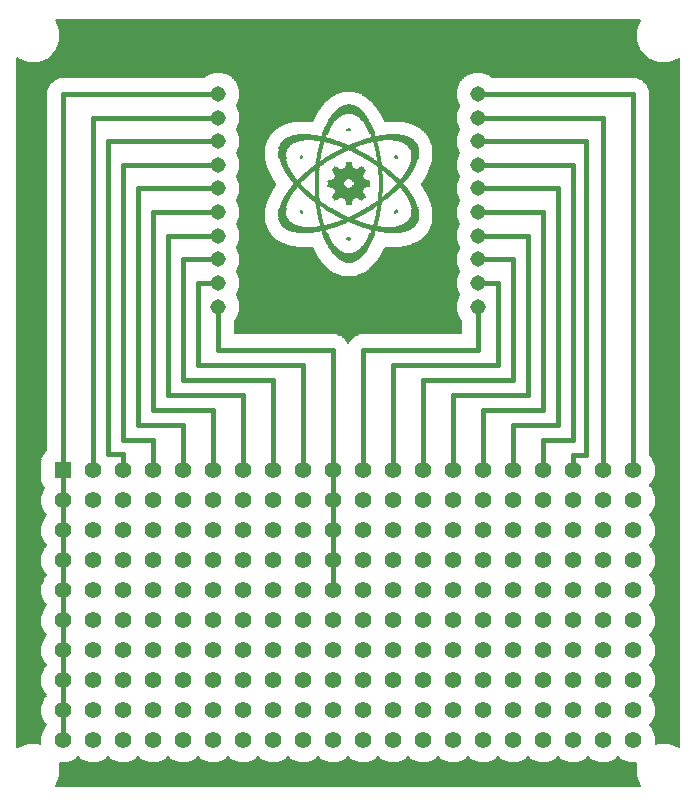
<source format=gbl>
G75*
%MOIN*%
%OFA0B0*%
%FSLAX25Y25*%
%IPPOS*%
%LPD*%
%AMOC8*
5,1,8,0,0,1.08239X$1,22.5*
%
%ADD10R,0.00670X0.00033*%
%ADD11R,0.01330X0.00033*%
%ADD12R,0.01730X0.00034*%
%ADD13R,0.02070X0.00033*%
%ADD14R,0.02360X0.00033*%
%ADD15R,0.02640X0.00034*%
%ADD16R,0.02870X0.00033*%
%ADD17R,0.03070X0.00033*%
%ADD18R,0.03270X0.00034*%
%ADD19R,0.03470X0.00033*%
%ADD20R,0.03670X0.00033*%
%ADD21R,0.03840X0.00034*%
%ADD22R,0.04000X0.00033*%
%ADD23R,0.04130X0.00033*%
%ADD24R,0.04300X0.00034*%
%ADD25R,0.04470X0.00033*%
%ADD26R,0.04600X0.00033*%
%ADD27R,0.04730X0.00034*%
%ADD28R,0.04870X0.00033*%
%ADD29R,0.05000X0.00033*%
%ADD30R,0.05130X0.00034*%
%ADD31R,0.05240X0.00033*%
%ADD32R,0.05330X0.00033*%
%ADD33R,0.05470X0.00034*%
%ADD34R,0.05600X0.00033*%
%ADD35R,0.05700X0.00033*%
%ADD36R,0.05800X0.00034*%
%ADD37R,0.05930X0.00033*%
%ADD38R,0.06000X0.00033*%
%ADD39R,0.06130X0.00034*%
%ADD40R,0.06200X0.00033*%
%ADD41R,0.06330X0.00033*%
%ADD42R,0.06400X0.00034*%
%ADD43R,0.06530X0.00033*%
%ADD44R,0.06600X0.00033*%
%ADD45R,0.06700X0.00034*%
%ADD46R,0.06800X0.00033*%
%ADD47R,0.06870X0.00033*%
%ADD48R,0.07000X0.00034*%
%ADD49R,0.07070X0.00033*%
%ADD50R,0.07130X0.00033*%
%ADD51R,0.07240X0.00034*%
%ADD52R,0.07330X0.00033*%
%ADD53R,0.07400X0.00033*%
%ADD54R,0.07470X0.00034*%
%ADD55R,0.07560X0.00033*%
%ADD56R,0.07670X0.00033*%
%ADD57R,0.07730X0.00034*%
%ADD58R,0.07800X0.00033*%
%ADD59R,0.07870X0.00033*%
%ADD60R,0.07930X0.00034*%
%ADD61R,0.08040X0.00033*%
%ADD62R,0.08100X0.00033*%
%ADD63R,0.08200X0.00034*%
%ADD64R,0.08270X0.00033*%
%ADD65R,0.08330X0.00033*%
%ADD66R,0.08400X0.00034*%
%ADD67R,0.08470X0.00033*%
%ADD68R,0.08530X0.00033*%
%ADD69R,0.08600X0.00034*%
%ADD70R,0.08670X0.00033*%
%ADD71R,0.08730X0.00033*%
%ADD72R,0.08800X0.00034*%
%ADD73R,0.08870X0.00033*%
%ADD74R,0.08930X0.00033*%
%ADD75R,0.09000X0.00034*%
%ADD76R,0.09070X0.00033*%
%ADD77R,0.09130X0.00033*%
%ADD78R,0.09200X0.00034*%
%ADD79R,0.09270X0.00033*%
%ADD80R,0.09330X0.00033*%
%ADD81R,0.09400X0.00034*%
%ADD82R,0.09470X0.00033*%
%ADD83R,0.09530X0.00033*%
%ADD84R,0.09600X0.00034*%
%ADD85R,0.09670X0.00033*%
%ADD86R,0.09700X0.00033*%
%ADD87R,0.09760X0.00034*%
%ADD88R,0.09800X0.00033*%
%ADD89R,0.09870X0.00033*%
%ADD90R,0.09930X0.00034*%
%ADD91R,0.10000X0.00033*%
%ADD92R,0.10070X0.00033*%
%ADD93R,0.10130X0.00034*%
%ADD94R,0.10160X0.00033*%
%ADD95R,0.10240X0.00033*%
%ADD96R,0.04700X0.00034*%
%ADD97R,0.04670X0.00034*%
%ADD98R,0.04460X0.00033*%
%ADD99R,0.04300X0.00033*%
%ADD100R,0.04200X0.00034*%
%ADD101R,0.04070X0.00033*%
%ADD102R,0.04100X0.00033*%
%ADD103R,0.03960X0.00033*%
%ADD104R,0.03970X0.00033*%
%ADD105R,0.03900X0.00034*%
%ADD106R,0.03830X0.00033*%
%ADD107R,0.03840X0.00033*%
%ADD108R,0.03760X0.00033*%
%ADD109R,0.03770X0.00033*%
%ADD110R,0.03700X0.00034*%
%ADD111R,0.03730X0.00034*%
%ADD112R,0.03640X0.00033*%
%ADD113R,0.03630X0.00033*%
%ADD114R,0.03600X0.00033*%
%ADD115R,0.03560X0.00034*%
%ADD116R,0.03570X0.00034*%
%ADD117R,0.03540X0.00033*%
%ADD118R,0.03500X0.00033*%
%ADD119R,0.03440X0.00033*%
%ADD120R,0.03400X0.00034*%
%ADD121R,0.03360X0.00033*%
%ADD122R,0.03370X0.00033*%
%ADD123R,0.03330X0.00033*%
%ADD124R,0.03300X0.00034*%
%ADD125R,0.03270X0.00033*%
%ADD126R,0.03230X0.00033*%
%ADD127R,0.03200X0.00034*%
%ADD128R,0.03170X0.00033*%
%ADD129R,0.03200X0.00033*%
%ADD130R,0.03130X0.00033*%
%ADD131R,0.03140X0.00033*%
%ADD132R,0.03130X0.00034*%
%ADD133R,0.03100X0.00034*%
%ADD134R,0.03100X0.00033*%
%ADD135R,0.03040X0.00033*%
%ADD136R,0.03030X0.00033*%
%ADD137R,0.03030X0.00034*%
%ADD138R,0.03040X0.00034*%
%ADD139R,0.03000X0.00033*%
%ADD140R,0.02960X0.00033*%
%ADD141R,0.02970X0.00034*%
%ADD142R,0.02930X0.00034*%
%ADD143R,0.02930X0.00033*%
%ADD144R,0.02940X0.00033*%
%ADD145R,0.02900X0.00033*%
%ADD146R,0.02900X0.00034*%
%ADD147R,0.02870X0.00034*%
%ADD148R,0.02860X0.00033*%
%ADD149R,0.02830X0.00034*%
%ADD150R,0.02800X0.00034*%
%ADD151R,0.02800X0.00033*%
%ADD152R,0.02770X0.00034*%
%ADD153R,0.02760X0.00034*%
%ADD154R,0.02770X0.00033*%
%ADD155R,0.02740X0.00033*%
%ADD156R,0.02730X0.00033*%
%ADD157R,0.02700X0.00034*%
%ADD158R,0.02700X0.00033*%
%ADD159R,0.02670X0.00033*%
%ADD160R,0.02670X0.00034*%
%ADD161R,0.02660X0.00033*%
%ADD162R,0.02630X0.00033*%
%ADD163R,0.02600X0.00034*%
%ADD164R,0.02600X0.00033*%
%ADD165R,0.02570X0.00033*%
%ADD166R,0.02560X0.00034*%
%ADD167R,0.02570X0.00034*%
%ADD168R,0.02560X0.00033*%
%ADD169R,0.02540X0.00033*%
%ADD170R,0.02530X0.00033*%
%ADD171R,0.02530X0.00034*%
%ADD172R,0.02540X0.00034*%
%ADD173R,0.02500X0.00033*%
%ADD174R,0.02500X0.00034*%
%ADD175R,0.02470X0.00033*%
%ADD176R,0.02460X0.00033*%
%ADD177R,0.02430X0.00034*%
%ADD178R,0.02470X0.00034*%
%ADD179R,0.02430X0.00033*%
%ADD180R,0.02440X0.00033*%
%ADD181R,0.02400X0.00034*%
%ADD182R,0.02400X0.00033*%
%ADD183R,0.02370X0.00034*%
%ADD184R,0.02370X0.00033*%
%ADD185R,0.02330X0.00033*%
%ADD186R,0.02340X0.00034*%
%ADD187R,0.02330X0.00034*%
%ADD188R,0.02300X0.00033*%
%ADD189R,0.02300X0.00034*%
%ADD190R,0.02260X0.00033*%
%ADD191R,0.02270X0.00034*%
%ADD192R,0.02260X0.00034*%
%ADD193R,0.02240X0.00033*%
%ADD194R,0.02270X0.00033*%
%ADD195R,0.02230X0.00033*%
%ADD196R,0.02200X0.00034*%
%ADD197R,0.02200X0.00033*%
%ADD198R,0.02160X0.00033*%
%ADD199R,0.02170X0.00034*%
%ADD200R,0.02170X0.00033*%
%ADD201R,0.02130X0.00033*%
%ADD202R,0.02130X0.00034*%
%ADD203R,0.02140X0.00033*%
%ADD204R,0.02140X0.00034*%
%ADD205R,0.02100X0.00033*%
%ADD206R,0.02100X0.00034*%
%ADD207R,0.02060X0.00033*%
%ADD208R,0.02060X0.00034*%
%ADD209R,0.02070X0.00034*%
%ADD210R,0.02030X0.00033*%
%ADD211R,0.02040X0.00033*%
%ADD212R,0.02030X0.00034*%
%ADD213R,0.02000X0.00033*%
%ADD214R,0.02000X0.00034*%
%ADD215R,0.02040X0.00034*%
%ADD216R,0.01960X0.00033*%
%ADD217R,0.01970X0.00034*%
%ADD218R,0.01970X0.00033*%
%ADD219R,0.01960X0.00034*%
%ADD220R,0.01930X0.00033*%
%ADD221R,0.01940X0.00034*%
%ADD222R,0.01930X0.00034*%
%ADD223R,0.01940X0.00033*%
%ADD224R,0.01900X0.00034*%
%ADD225R,0.01900X0.00033*%
%ADD226R,0.01870X0.00033*%
%ADD227R,0.01860X0.00033*%
%ADD228R,0.01870X0.00034*%
%ADD229R,0.01860X0.00034*%
%ADD230R,0.01830X0.00033*%
%ADD231R,0.01840X0.00034*%
%ADD232R,0.01840X0.00033*%
%ADD233R,0.01830X0.00034*%
%ADD234R,0.01800X0.00033*%
%ADD235R,0.01800X0.00034*%
%ADD236R,0.01760X0.00033*%
%ADD237R,0.01770X0.00033*%
%ADD238R,0.01770X0.00034*%
%ADD239R,0.01760X0.00034*%
%ADD240R,0.01740X0.00033*%
%ADD241R,0.01740X0.00034*%
%ADD242R,0.01730X0.00033*%
%ADD243R,0.01700X0.00033*%
%ADD244R,0.01700X0.00034*%
%ADD245R,0.01660X0.00033*%
%ADD246R,0.01660X0.00034*%
%ADD247R,0.01670X0.00033*%
%ADD248R,0.01670X0.00034*%
%ADD249R,0.01640X0.00033*%
%ADD250R,0.01630X0.00034*%
%ADD251R,0.01630X0.00033*%
%ADD252R,0.01640X0.00034*%
%ADD253R,0.01200X0.00033*%
%ADD254R,0.03460X0.00034*%
%ADD255R,0.03500X0.00034*%
%ADD256R,0.04170X0.00033*%
%ADD257R,0.04160X0.00033*%
%ADD258R,0.04760X0.00033*%
%ADD259R,0.01600X0.00033*%
%ADD260R,0.04770X0.00033*%
%ADD261R,0.05300X0.00034*%
%ADD262R,0.05770X0.00033*%
%ADD263R,0.05760X0.00033*%
%ADD264R,0.06240X0.00033*%
%ADD265R,0.06630X0.00034*%
%ADD266R,0.07000X0.00033*%
%ADD267R,0.07360X0.00033*%
%ADD268R,0.07740X0.00034*%
%ADD269R,0.08060X0.00033*%
%ADD270R,0.08070X0.00033*%
%ADD271R,0.08370X0.00033*%
%ADD272R,0.08360X0.00033*%
%ADD273R,0.08670X0.00034*%
%ADD274R,0.01600X0.00034*%
%ADD275R,0.08660X0.00034*%
%ADD276R,0.08970X0.00033*%
%ADD277R,0.09230X0.00033*%
%ADD278R,0.09240X0.00033*%
%ADD279R,0.09500X0.00034*%
%ADD280R,0.01570X0.00034*%
%ADD281R,0.09770X0.00033*%
%ADD282R,0.10030X0.00033*%
%ADD283R,0.01570X0.00033*%
%ADD284R,0.10040X0.00033*%
%ADD285R,0.10300X0.00034*%
%ADD286R,0.12070X0.00033*%
%ADD287R,0.12130X0.00033*%
%ADD288R,0.12140X0.00033*%
%ADD289R,0.12200X0.00034*%
%ADD290R,0.12300X0.00033*%
%ADD291R,0.12260X0.00033*%
%ADD292R,0.12330X0.00033*%
%ADD293R,0.12430X0.00034*%
%ADD294R,0.12470X0.00033*%
%ADD295R,0.12540X0.00033*%
%ADD296R,0.12530X0.00033*%
%ADD297R,0.12600X0.00034*%
%ADD298R,0.12630X0.00033*%
%ADD299R,0.12670X0.00033*%
%ADD300R,0.12730X0.00033*%
%ADD301R,0.12740X0.00033*%
%ADD302R,0.12940X0.00034*%
%ADD303R,0.12930X0.00034*%
%ADD304R,0.13130X0.00033*%
%ADD305R,0.13300X0.00033*%
%ADD306R,0.13340X0.00033*%
%ADD307R,0.13460X0.00034*%
%ADD308R,0.13470X0.00034*%
%ADD309R,0.13670X0.00033*%
%ADD310R,0.13870X0.00033*%
%ADD311R,0.13860X0.00033*%
%ADD312R,0.14030X0.00034*%
%ADD313R,0.14200X0.00033*%
%ADD314R,0.14360X0.00033*%
%ADD315R,0.14370X0.00033*%
%ADD316R,0.14570X0.00034*%
%ADD317R,0.14700X0.00033*%
%ADD318R,0.14870X0.00033*%
%ADD319R,0.15030X0.00034*%
%ADD320R,0.15200X0.00033*%
%ADD321R,0.15330X0.00033*%
%ADD322R,0.15530X0.00034*%
%ADD323R,0.15540X0.00034*%
%ADD324R,0.15660X0.00033*%
%ADD325R,0.15670X0.00033*%
%ADD326R,0.15800X0.00033*%
%ADD327R,0.15840X0.00033*%
%ADD328R,0.15960X0.00034*%
%ADD329R,0.15970X0.00034*%
%ADD330R,0.16100X0.00033*%
%ADD331R,0.16270X0.00033*%
%ADD332R,0.16440X0.00034*%
%ADD333R,0.16430X0.00034*%
%ADD334R,0.07270X0.00033*%
%ADD335R,0.07340X0.00033*%
%ADD336R,0.06860X0.00033*%
%ADD337R,0.06900X0.00033*%
%ADD338R,0.06930X0.00033*%
%ADD339R,0.06830X0.00033*%
%ADD340R,0.06570X0.00034*%
%ADD341R,0.06640X0.00034*%
%ADD342R,0.06560X0.00034*%
%ADD343R,0.06360X0.00033*%
%ADD344R,0.06400X0.00033*%
%ADD345R,0.06170X0.00033*%
%ADD346R,0.06130X0.00033*%
%ADD347R,0.06000X0.00034*%
%ADD348R,0.06040X0.00034*%
%ADD349R,0.06030X0.00034*%
%ADD350R,0.05970X0.00034*%
%ADD351R,0.05830X0.00033*%
%ADD352R,0.05870X0.00033*%
%ADD353R,0.05900X0.00033*%
%ADD354R,0.05740X0.00033*%
%ADD355R,0.05570X0.00034*%
%ADD356R,0.05640X0.00034*%
%ADD357R,0.05630X0.00034*%
%ADD358R,0.05460X0.00033*%
%ADD359R,0.05540X0.00033*%
%ADD360R,0.05500X0.00033*%
%ADD361R,0.05470X0.00033*%
%ADD362R,0.05370X0.00033*%
%ADD363R,0.05360X0.00033*%
%ADD364R,0.05270X0.00034*%
%ADD365R,0.05600X0.00034*%
%ADD366R,0.05160X0.00033*%
%ADD367R,0.05170X0.00033*%
%ADD368R,0.05100X0.00033*%
%ADD369R,0.05800X0.00033*%
%ADD370R,0.05840X0.00033*%
%ADD371R,0.05030X0.00034*%
%ADD372R,0.05930X0.00034*%
%ADD373R,0.05940X0.00034*%
%ADD374R,0.05000X0.00034*%
%ADD375R,0.04930X0.00033*%
%ADD376R,0.06100X0.00033*%
%ADD377R,0.04860X0.00033*%
%ADD378R,0.04800X0.00034*%
%ADD379R,0.06230X0.00034*%
%ADD380R,0.01500X0.00033*%
%ADD381R,0.04800X0.00033*%
%ADD382R,0.04730X0.00033*%
%ADD383R,0.04700X0.00033*%
%ADD384R,0.01470X0.00033*%
%ADD385R,0.04630X0.00034*%
%ADD386R,0.01460X0.00034*%
%ADD387R,0.01500X0.00034*%
%ADD388R,0.04640X0.00034*%
%ADD389R,0.04640X0.00033*%
%ADD390R,0.04630X0.00033*%
%ADD391R,0.04530X0.00033*%
%ADD392R,0.04570X0.00033*%
%ADD393R,0.01460X0.00033*%
%ADD394R,0.04500X0.00033*%
%ADD395R,0.04470X0.00034*%
%ADD396R,0.01470X0.00034*%
%ADD397R,0.04500X0.00034*%
%ADD398R,0.04540X0.00034*%
%ADD399R,0.04460X0.00034*%
%ADD400R,0.04430X0.00033*%
%ADD401R,0.04440X0.00033*%
%ADD402R,0.04400X0.00033*%
%ADD403R,0.04370X0.00034*%
%ADD404R,0.04360X0.00034*%
%ADD405R,0.04330X0.00034*%
%ADD406R,0.04330X0.00033*%
%ADD407R,0.04260X0.00033*%
%ADD408R,0.04270X0.00033*%
%ADD409R,0.04240X0.00033*%
%ADD410R,0.04230X0.00034*%
%ADD411R,0.04270X0.00034*%
%ADD412R,0.04200X0.00033*%
%ADD413R,0.04140X0.00033*%
%ADD414R,0.04100X0.00034*%
%ADD415R,0.01430X0.00034*%
%ADD416R,0.04130X0.00034*%
%ADD417R,0.04060X0.00033*%
%ADD418R,0.04030X0.00033*%
%ADD419R,0.04040X0.00033*%
%ADD420R,0.04000X0.00034*%
%ADD421R,0.04040X0.00034*%
%ADD422R,0.04030X0.00034*%
%ADD423R,0.03930X0.00033*%
%ADD424R,0.03940X0.00033*%
%ADD425R,0.03930X0.00034*%
%ADD426R,0.01440X0.00034*%
%ADD427R,0.03900X0.00033*%
%ADD428R,0.01430X0.00033*%
%ADD429R,0.01440X0.00033*%
%ADD430R,0.03860X0.00033*%
%ADD431R,0.03870X0.00033*%
%ADD432R,0.03830X0.00034*%
%ADD433R,0.03800X0.00033*%
%ADD434R,0.03770X0.00034*%
%ADD435R,0.03760X0.00034*%
%ADD436R,0.03700X0.00033*%
%ADD437R,0.03740X0.00033*%
%ADD438R,0.03730X0.00033*%
%ADD439R,0.03670X0.00034*%
%ADD440R,0.03660X0.00033*%
%ADD441R,0.03600X0.00034*%
%ADD442R,0.03640X0.00034*%
%ADD443R,0.03630X0.00034*%
%ADD444R,0.03570X0.00033*%
%ADD445R,0.03560X0.00033*%
%ADD446R,0.03530X0.00034*%
%ADD447R,0.03530X0.00033*%
%ADD448R,0.03470X0.00034*%
%ADD449R,0.03460X0.00033*%
%ADD450R,0.03430X0.00033*%
%ADD451R,0.06840X0.00033*%
%ADD452R,0.01400X0.00034*%
%ADD453R,0.01400X0.00033*%
%ADD454R,0.06470X0.00033*%
%ADD455R,0.03400X0.00033*%
%ADD456R,0.06270X0.00033*%
%ADD457R,0.03360X0.00034*%
%ADD458R,0.06100X0.00034*%
%ADD459R,0.03330X0.00034*%
%ADD460R,0.03340X0.00033*%
%ADD461R,0.05730X0.00033*%
%ADD462R,0.05530X0.00034*%
%ADD463R,0.03300X0.00033*%
%ADD464R,0.05200X0.00033*%
%ADD465R,0.03230X0.00034*%
%ADD466R,0.03240X0.00034*%
%ADD467R,0.03260X0.00033*%
%ADD468R,0.04840X0.00033*%
%ADD469R,0.04670X0.00033*%
%ADD470R,0.03160X0.00033*%
%ADD471R,0.03170X0.00034*%
%ADD472R,0.03960X0.00034*%
%ADD473R,0.03160X0.00034*%
%ADD474R,0.03070X0.00034*%
%ADD475R,0.03060X0.00033*%
%ADD476R,0.03060X0.00034*%
%ADD477R,0.04070X0.00034*%
%ADD478R,0.01360X0.00034*%
%ADD479R,0.01370X0.00033*%
%ADD480R,0.02970X0.00033*%
%ADD481R,0.02960X0.00034*%
%ADD482R,0.01370X0.00034*%
%ADD483R,0.04870X0.00034*%
%ADD484R,0.05130X0.00033*%
%ADD485R,0.01360X0.00033*%
%ADD486R,0.05400X0.00033*%
%ADD487R,0.05530X0.00033*%
%ADD488R,0.05670X0.00034*%
%ADD489R,0.02840X0.00033*%
%ADD490R,0.02830X0.00033*%
%ADD491R,0.02840X0.00034*%
%ADD492R,0.02730X0.00034*%
%ADD493R,0.02740X0.00034*%
%ADD494R,0.02760X0.00033*%
%ADD495R,0.01330X0.00034*%
%ADD496R,0.01340X0.00033*%
%ADD497R,0.02660X0.00034*%
%ADD498R,0.02630X0.00034*%
%ADD499R,0.02640X0.00033*%
%ADD500R,0.01340X0.00034*%
%ADD501R,0.01300X0.00034*%
%ADD502R,0.01300X0.00033*%
%ADD503R,0.02460X0.00034*%
%ADD504R,0.02440X0.00034*%
%ADD505R,0.02360X0.00034*%
%ADD506R,0.02340X0.00033*%
%ADD507R,0.01270X0.00033*%
%ADD508R,0.01260X0.00034*%
%ADD509R,0.02230X0.00034*%
%ADD510R,0.02240X0.00034*%
%ADD511R,0.03370X0.00034*%
%ADD512R,0.01560X0.00033*%
%ADD513R,0.02160X0.00034*%
%ADD514R,0.00100X0.00033*%
%ADD515R,0.00200X0.00034*%
%ADD516R,0.00330X0.00033*%
%ADD517R,0.00300X0.00033*%
%ADD518R,0.00440X0.00033*%
%ADD519R,0.00430X0.00033*%
%ADD520R,0.00530X0.00034*%
%ADD521R,0.00540X0.00034*%
%ADD522R,0.00660X0.00033*%
%ADD523R,0.00630X0.00033*%
%ADD524R,0.00770X0.00033*%
%ADD525R,0.00760X0.00033*%
%ADD526R,0.00870X0.00034*%
%ADD527R,0.01000X0.00033*%
%ADD528R,0.00970X0.00033*%
%ADD529R,0.01100X0.00033*%
%ADD530R,0.01060X0.00033*%
%ADD531R,0.01200X0.00034*%
%ADD532R,0.01170X0.00034*%
%ADD533R,0.01260X0.00033*%
%ADD534R,0.01530X0.00033*%
%ADD535R,0.02860X0.00034*%
%ADD536R,0.03000X0.00034*%
%ADD537R,0.04160X0.00034*%
%ADD538R,0.04600X0.00034*%
%ADD539R,0.01240X0.00034*%
%ADD540R,0.10870X0.00034*%
%ADD541R,0.01240X0.00033*%
%ADD542R,0.10930X0.00033*%
%ADD543R,0.11000X0.00033*%
%ADD544R,0.01270X0.00034*%
%ADD545R,0.11070X0.00034*%
%ADD546R,0.11130X0.00033*%
%ADD547R,0.11070X0.00033*%
%ADD548R,0.01230X0.00033*%
%ADD549R,0.11040X0.00033*%
%ADD550R,0.01230X0.00034*%
%ADD551R,0.11000X0.00034*%
%ADD552R,0.10930X0.00034*%
%ADD553R,0.10870X0.00033*%
%ADD554R,0.10840X0.00034*%
%ADD555R,0.10800X0.00033*%
%ADD556R,0.10730X0.00034*%
%ADD557R,0.10730X0.00033*%
%ADD558R,0.10670X0.00033*%
%ADD559R,0.10670X0.00034*%
%ADD560R,0.10640X0.00033*%
%ADD561R,0.10600X0.00033*%
%ADD562R,0.10560X0.00034*%
%ADD563R,0.10530X0.00033*%
%ADD564R,0.10470X0.00034*%
%ADD565R,0.10470X0.00033*%
%ADD566R,0.10400X0.00033*%
%ADD567R,0.10360X0.00034*%
%ADD568R,0.10330X0.00033*%
%ADD569R,0.10270X0.00033*%
%ADD570R,0.10270X0.00034*%
%ADD571R,0.10200X0.00033*%
%ADD572R,0.10130X0.00033*%
%ADD573R,0.10070X0.00034*%
%ADD574R,0.09730X0.00034*%
%ADD575R,0.09600X0.00033*%
%ADD576R,0.09530X0.00034*%
%ADD577R,0.09440X0.00034*%
%ADD578R,0.09400X0.00033*%
%ADD579R,0.09360X0.00034*%
%ADD580R,0.09330X0.00034*%
%ADD581R,0.09300X0.00033*%
%ADD582R,0.09270X0.00034*%
%ADD583R,0.09560X0.00033*%
%ADD584R,0.09670X0.00034*%
%ADD585R,0.09730X0.00033*%
%ADD586R,0.09870X0.00034*%
%ADD587R,0.09930X0.00033*%
%ADD588R,0.10000X0.00034*%
%ADD589R,0.04430X0.00034*%
%ADD590R,0.04440X0.00034*%
%ADD591R,0.04530X0.00034*%
%ADD592R,0.05100X0.00034*%
%ADD593R,0.05230X0.00033*%
%ADD594R,0.03800X0.00034*%
%ADD595R,0.05340X0.00033*%
%ADD596R,0.05440X0.00033*%
%ADD597R,0.05460X0.00034*%
%ADD598R,0.05500X0.00034*%
%ADD599R,0.05570X0.00033*%
%ADD600R,0.03440X0.00034*%
%ADD601R,0.05660X0.00033*%
%ADD602R,0.05660X0.00034*%
%ADD603R,0.05670X0.00033*%
%ADD604R,0.05640X0.00033*%
%ADD605R,0.05630X0.00033*%
%ADD606R,0.05560X0.00033*%
%ADD607R,0.05560X0.00034*%
%ADD608R,0.05540X0.00034*%
%ADD609R,0.03430X0.00034*%
%ADD610R,0.05700X0.00034*%
%ADD611R,0.05430X0.00033*%
%ADD612R,0.05330X0.00034*%
%ADD613R,0.05260X0.00033*%
%ADD614R,0.05140X0.00034*%
%ADD615R,0.05030X0.00033*%
%ADD616R,0.04570X0.00034*%
%ADD617R,0.04540X0.00033*%
%ADD618R,0.04660X0.00033*%
%ADD619R,0.04940X0.00034*%
%ADD620R,0.04930X0.00034*%
%ADD621R,0.09960X0.00033*%
%ADD622R,0.09900X0.00033*%
%ADD623R,0.09840X0.00033*%
%ADD624R,0.09800X0.00034*%
%ADD625R,0.09700X0.00034*%
%ADD626R,0.09360X0.00033*%
%ADD627R,0.10200X0.00034*%
%ADD628R,0.10330X0.00034*%
%ADD629R,0.10500X0.00033*%
%ADD630R,0.10530X0.00034*%
%ADD631R,0.10700X0.00033*%
%ADD632R,0.10760X0.00033*%
%ADD633R,0.10800X0.00034*%
%ADD634R,0.10900X0.00034*%
%ADD635R,0.10960X0.00033*%
%ADD636R,0.11100X0.00033*%
%ADD637R,0.11130X0.00034*%
%ADD638R,0.01170X0.00033*%
%ADD639R,0.01140X0.00033*%
%ADD640R,0.01070X0.00033*%
%ADD641R,0.01030X0.00033*%
%ADD642R,0.00930X0.00034*%
%ADD643R,0.00830X0.00033*%
%ADD644R,0.00840X0.00033*%
%ADD645R,0.00740X0.00033*%
%ADD646R,0.00730X0.00033*%
%ADD647R,0.00600X0.00034*%
%ADD648R,0.00500X0.00033*%
%ADD649R,0.00400X0.00033*%
%ADD650R,0.00300X0.00034*%
%ADD651R,0.00270X0.00034*%
%ADD652R,0.00170X0.00033*%
%ADD653R,0.00070X0.00033*%
%ADD654R,0.00060X0.00033*%
%ADD655R,0.02940X0.00034*%
%ADD656R,0.05730X0.00034*%
%ADD657R,0.05070X0.00033*%
%ADD658R,0.03260X0.00034*%
%ADD659R,0.06600X0.00034*%
%ADD660R,0.03740X0.00034*%
%ADD661R,0.03940X0.00034*%
%ADD662R,0.03870X0.00034*%
%ADD663R,0.03970X0.00034*%
%ADD664R,0.04240X0.00034*%
%ADD665R,0.04230X0.00033*%
%ADD666R,0.04340X0.00034*%
%ADD667R,0.04360X0.00033*%
%ADD668R,0.04370X0.00033*%
%ADD669R,0.04560X0.00033*%
%ADD670R,0.04660X0.00034*%
%ADD671R,0.06260X0.00034*%
%ADD672R,0.06270X0.00034*%
%ADD673R,0.04770X0.00034*%
%ADD674R,0.04830X0.00033*%
%ADD675R,0.04900X0.00033*%
%ADD676R,0.06030X0.00033*%
%ADD677R,0.06040X0.00033*%
%ADD678R,0.04970X0.00034*%
%ADD679R,0.05260X0.00034*%
%ADD680R,0.05230X0.00034*%
%ADD681R,0.05960X0.00034*%
%ADD682R,0.05900X0.00034*%
%ADD683R,0.06060X0.00033*%
%ADD684R,0.06300X0.00033*%
%ADD685R,0.06500X0.00034*%
%ADD686R,0.06530X0.00034*%
%ADD687R,0.06470X0.00034*%
%ADD688R,0.06730X0.00033*%
%ADD689R,0.07200X0.00033*%
%ADD690R,0.07160X0.00033*%
%ADD691R,0.07870X0.00034*%
%ADD692R,0.07800X0.00034*%
%ADD693R,0.16330X0.00033*%
%ADD694R,0.16200X0.00033*%
%ADD695R,0.16170X0.00033*%
%ADD696R,0.16000X0.00034*%
%ADD697R,0.15870X0.00033*%
%ADD698R,0.15740X0.00033*%
%ADD699R,0.15700X0.00033*%
%ADD700R,0.15570X0.00034*%
%ADD701R,0.15440X0.00033*%
%ADD702R,0.15400X0.00033*%
%ADD703R,0.15230X0.00033*%
%ADD704R,0.15240X0.00033*%
%ADD705R,0.15100X0.00034*%
%ADD706R,0.14930X0.00033*%
%ADD707R,0.14900X0.00033*%
%ADD708R,0.14770X0.00033*%
%ADD709R,0.14760X0.00033*%
%ADD710R,0.14600X0.00034*%
%ADD711R,0.14440X0.00033*%
%ADD712R,0.14400X0.00033*%
%ADD713R,0.14270X0.00033*%
%ADD714R,0.14060X0.00034*%
%ADD715R,0.14070X0.00034*%
%ADD716R,0.13930X0.00033*%
%ADD717R,0.13900X0.00033*%
%ADD718R,0.13730X0.00033*%
%ADD719R,0.13570X0.00034*%
%ADD720R,0.13530X0.00034*%
%ADD721R,0.13370X0.00033*%
%ADD722R,0.13160X0.00033*%
%ADD723R,0.13170X0.00033*%
%ADD724R,0.12970X0.00034*%
%ADD725R,0.12960X0.00034*%
%ADD726R,0.12800X0.00033*%
%ADD727R,0.12770X0.00033*%
%ADD728R,0.12660X0.00033*%
%ADD729R,0.12640X0.00034*%
%ADD730R,0.12570X0.00033*%
%ADD731R,0.12500X0.00033*%
%ADD732R,0.12470X0.00034*%
%ADD733R,0.12400X0.00034*%
%ADD734R,0.12370X0.00033*%
%ADD735R,0.12360X0.00033*%
%ADD736R,0.12230X0.00034*%
%ADD737R,0.12240X0.00034*%
%ADD738R,0.12160X0.00033*%
%ADD739R,0.12100X0.00033*%
%ADD740R,0.12000X0.00034*%
%ADD741R,0.10370X0.00034*%
%ADD742R,0.09640X0.00034*%
%ADD743R,0.09060X0.00033*%
%ADD744R,0.08740X0.00034*%
%ADD745R,0.08170X0.00033*%
%ADD746R,0.08130X0.00033*%
%ADD747R,0.07830X0.00034*%
%ADD748R,0.07500X0.00033*%
%ADD749R,0.07170X0.00033*%
%ADD750R,0.07100X0.00033*%
%ADD751R,0.06770X0.00034*%
%ADD752R,0.06340X0.00033*%
%ADD753R,0.05430X0.00034*%
%ADD754R,0.04960X0.00033*%
%ADD755R,0.04940X0.00033*%
%ADD756R,0.03660X0.00034*%
%ADD757R,0.04140X0.00034*%
%ADD758R,0.04560X0.00034*%
%ADD759R,0.09960X0.00034*%
%ADD760R,0.09240X0.00034*%
%ADD761R,0.09200X0.00033*%
%ADD762R,0.09070X0.00034*%
%ADD763R,0.09000X0.00033*%
%ADD764R,0.08870X0.00034*%
%ADD765R,0.08800X0.00033*%
%ADD766R,0.08560X0.00033*%
%ADD767R,0.08500X0.00033*%
%ADD768R,0.08440X0.00034*%
%ADD769R,0.08000X0.00034*%
%ADD770R,0.07930X0.00033*%
%ADD771R,0.07840X0.00033*%
%ADD772R,0.07600X0.00033*%
%ADD773R,0.07530X0.00034*%
%ADD774R,0.07470X0.00033*%
%ADD775R,0.07270X0.00034*%
%ADD776R,0.06730X0.00034*%
%ADD777R,0.06670X0.00033*%
%ADD778R,0.06160X0.00034*%
%ADD779R,0.06070X0.00033*%
%ADD780R,0.05960X0.00033*%
%ADD781R,0.05870X0.00034*%
%ADD782R,0.05300X0.00033*%
%ADD783R,0.05200X0.00034*%
%ADD784R,0.04400X0.00034*%
%ADD785R,0.01040X0.00033*%
%ADD786C,0.05150*%
%ADD787R,0.05512X0.05512*%
%ADD788C,0.05512*%
%ADD789C,0.01600*%
%ADD790C,0.00600*%
D10*
X0116460Y0180388D03*
D11*
X0116460Y0180421D03*
X0126160Y0196288D03*
X0126190Y0196421D03*
X0126190Y0196488D03*
X0126260Y0196788D03*
X0126260Y0196821D03*
X0126290Y0196921D03*
X0126290Y0196988D03*
X0126290Y0197021D03*
X0126360Y0197288D03*
X0126360Y0197321D03*
X0126360Y0197388D03*
X0126390Y0197488D03*
X0126390Y0197521D03*
X0126390Y0197588D03*
X0126460Y0197921D03*
X0126560Y0198588D03*
X0120690Y0211821D03*
X0126490Y0215188D03*
X0126460Y0215388D03*
X0126460Y0215421D03*
X0126390Y0215788D03*
X0126390Y0215821D03*
X0126360Y0215921D03*
X0126360Y0215988D03*
X0126360Y0216021D03*
X0126290Y0216288D03*
X0126290Y0216321D03*
X0126290Y0216388D03*
X0126290Y0216421D03*
X0126260Y0216488D03*
X0126260Y0216521D03*
X0126260Y0216588D03*
X0126190Y0216888D03*
X0126190Y0216921D03*
X0126160Y0217021D03*
X0106790Y0217188D03*
X0106760Y0217021D03*
X0106760Y0216988D03*
X0106690Y0216721D03*
X0106690Y0216688D03*
X0106690Y0216621D03*
X0106660Y0216521D03*
X0106660Y0216488D03*
X0106660Y0216421D03*
X0106590Y0216188D03*
X0106590Y0216121D03*
X0106590Y0216088D03*
X0106560Y0215988D03*
X0106560Y0215921D03*
X0106560Y0215888D03*
X0106490Y0215588D03*
X0106490Y0215521D03*
X0106460Y0215321D03*
X0106390Y0214921D03*
X0106390Y0198421D03*
X0106460Y0198021D03*
X0106460Y0197988D03*
X0106490Y0197821D03*
X0106490Y0197788D03*
X0106560Y0197421D03*
X0106560Y0197388D03*
X0106560Y0197321D03*
X0106590Y0197221D03*
X0106590Y0197188D03*
X0106590Y0197121D03*
X0106660Y0196888D03*
X0106660Y0196821D03*
X0106660Y0196788D03*
X0106690Y0196688D03*
X0106690Y0196621D03*
X0106760Y0196321D03*
X0106760Y0196288D03*
D12*
X0108860Y0189254D03*
X0108960Y0189054D03*
X0116460Y0180454D03*
X0124060Y0189254D03*
X0116460Y0199754D03*
X0112260Y0211654D03*
X0116460Y0213554D03*
X0124060Y0224054D03*
X0108990Y0224354D03*
X0108890Y0224154D03*
X0108860Y0224054D03*
D13*
X0110090Y0226521D03*
X0110160Y0226621D03*
X0110190Y0226688D03*
X0122760Y0226621D03*
X0122790Y0226588D03*
X0116460Y0213121D03*
X0116460Y0213088D03*
X0128690Y0211221D03*
X0128790Y0211121D03*
X0128860Y0211088D03*
X0128960Y0210988D03*
X0129060Y0210921D03*
X0129090Y0210888D03*
X0129290Y0210721D03*
X0129460Y0210588D03*
X0133590Y0206721D03*
X0133590Y0206621D03*
X0133590Y0206588D03*
X0136860Y0211021D03*
X0136960Y0211188D03*
X0137090Y0211421D03*
X0137160Y0211521D03*
X0137190Y0211588D03*
X0137190Y0211621D03*
X0137260Y0211721D03*
X0137290Y0211788D03*
X0137360Y0211921D03*
X0137390Y0211988D03*
X0137460Y0212121D03*
X0136690Y0202588D03*
X0136790Y0202421D03*
X0136960Y0202121D03*
X0136990Y0202088D03*
X0137090Y0201921D03*
X0137090Y0201888D03*
X0137160Y0201788D03*
X0137190Y0201721D03*
X0137260Y0201588D03*
X0137290Y0201521D03*
X0137360Y0201388D03*
X0128960Y0202321D03*
X0128790Y0202188D03*
X0128660Y0202088D03*
X0116460Y0200221D03*
X0116460Y0200188D03*
X0110090Y0186821D03*
X0110090Y0186788D03*
X0110160Y0186688D03*
X0116460Y0180488D03*
X0122760Y0186688D03*
X0122790Y0186721D03*
X0104260Y0202088D03*
X0104090Y0202221D03*
X0103990Y0202288D03*
X0103960Y0202321D03*
X0103890Y0202388D03*
X0103760Y0202488D03*
X0103590Y0202621D03*
X0103390Y0202788D03*
X0103360Y0202821D03*
X0103160Y0202988D03*
X0096290Y0202688D03*
X0096190Y0202521D03*
X0096060Y0202321D03*
X0096060Y0202288D03*
X0095990Y0202188D03*
X0095960Y0202121D03*
X0095890Y0202021D03*
X0095890Y0201988D03*
X0095790Y0201821D03*
X0095760Y0201788D03*
X0095660Y0201588D03*
X0096360Y0210521D03*
X0096260Y0210688D03*
X0096190Y0210788D03*
X0096060Y0211021D03*
X0095990Y0211121D03*
X0095960Y0211188D03*
X0095890Y0211288D03*
X0095890Y0211321D03*
X0095860Y0211388D03*
X0095790Y0211488D03*
X0095690Y0211688D03*
X0103460Y0210588D03*
X0103860Y0210921D03*
X0103960Y0210988D03*
X0103990Y0211021D03*
X0104060Y0211088D03*
X0104190Y0211188D03*
D14*
X0105475Y0212088D03*
X0109775Y0215088D03*
X0116475Y0212321D03*
X0122975Y0215188D03*
X0121975Y0227821D03*
X0110875Y0227721D03*
X0094375Y0215421D03*
X0094375Y0215388D03*
X0094375Y0197921D03*
X0109675Y0198288D03*
X0109775Y0198221D03*
X0116475Y0200988D03*
X0122975Y0198121D03*
X0123075Y0198188D03*
X0121975Y0185521D03*
X0116475Y0180521D03*
D15*
X0116475Y0180554D03*
X0111475Y0184854D03*
X0127575Y0201454D03*
X0112875Y0216854D03*
X0112675Y0216754D03*
D16*
X0114990Y0217921D03*
X0117990Y0217888D03*
X0116460Y0211788D03*
X0120460Y0211288D03*
X0112460Y0211288D03*
X0116460Y0201521D03*
X0114590Y0195588D03*
X0114790Y0195488D03*
X0117990Y0195421D03*
X0118190Y0195521D03*
X0106990Y0199821D03*
X0094460Y0195521D03*
X0094490Y0195421D03*
X0094490Y0195388D03*
X0111860Y0184421D03*
X0111890Y0184388D03*
X0116460Y0180588D03*
X0121060Y0184421D03*
X0138460Y0195521D03*
X0111890Y0228921D03*
X0094490Y0217921D03*
X0094490Y0217888D03*
X0094460Y0217788D03*
D17*
X0094690Y0218488D03*
X0105090Y0211521D03*
X0105090Y0201821D03*
X0107090Y0199688D03*
X0094690Y0194821D03*
X0116460Y0180621D03*
X0138190Y0194788D03*
X0120760Y0229188D03*
X0112190Y0229221D03*
X0112160Y0229188D03*
D18*
X0116460Y0218554D03*
X0099360Y0205954D03*
X0116460Y0194754D03*
X0116460Y0180654D03*
X0137990Y0218954D03*
D19*
X0137690Y0219388D03*
X0133560Y0207488D03*
X0125590Y0213921D03*
X0116460Y0201721D03*
X0114690Y0193988D03*
X0107360Y0199388D03*
X0099360Y0207488D03*
X0112690Y0229621D03*
X0125590Y0199388D03*
X0137690Y0193921D03*
X0120260Y0183721D03*
X0116460Y0180688D03*
D20*
X0116460Y0180721D03*
X0113890Y0193688D03*
X0099360Y0205721D03*
X0099360Y0207588D03*
X0118990Y0219621D03*
X0133560Y0207588D03*
X0133560Y0205721D03*
X0137460Y0219688D03*
D21*
X0137275Y0193454D03*
X0119675Y0193454D03*
X0116475Y0180754D03*
X0113275Y0219854D03*
D22*
X0112795Y0220021D03*
X0116455Y0218388D03*
X0116455Y0201821D03*
X0120155Y0193288D03*
X0116455Y0180788D03*
X0137025Y0193221D03*
D23*
X0136890Y0193121D03*
X0116460Y0194521D03*
X0116460Y0180821D03*
X0095990Y0220188D03*
D24*
X0116475Y0180854D03*
D25*
X0116460Y0180888D03*
X0119390Y0183288D03*
X0121390Y0192888D03*
X0116460Y0201921D03*
X0119290Y0205188D03*
X0119360Y0205221D03*
X0119660Y0207921D03*
X0113590Y0208121D03*
X0113260Y0207921D03*
X0111560Y0220421D03*
D26*
X0116455Y0218888D03*
X0121695Y0220521D03*
X0119155Y0205121D03*
X0113755Y0205121D03*
X0116455Y0195088D03*
X0116455Y0180921D03*
X0136425Y0192788D03*
X0096495Y0192788D03*
D27*
X0116460Y0180954D03*
D28*
X0116460Y0180988D03*
X0116460Y0202021D03*
X0096790Y0192621D03*
D29*
X0112855Y0205521D03*
X0120055Y0205521D03*
X0116455Y0195188D03*
X0116455Y0181021D03*
D30*
X0116460Y0181054D03*
X0120190Y0207754D03*
D31*
X0120275Y0205621D03*
X0116475Y0181088D03*
D32*
X0116460Y0181121D03*
X0120390Y0205688D03*
X0116460Y0219021D03*
D33*
X0116460Y0219054D03*
X0116460Y0181154D03*
D34*
X0116455Y0181188D03*
X0120625Y0205821D03*
X0120755Y0206088D03*
X0120755Y0206121D03*
X0120755Y0207188D03*
X0120755Y0207221D03*
X0112155Y0207221D03*
X0112155Y0207188D03*
X0112155Y0206121D03*
X0112155Y0206088D03*
X0116455Y0217988D03*
D35*
X0123545Y0220988D03*
X0120705Y0207421D03*
X0120705Y0205921D03*
X0120705Y0205888D03*
X0112205Y0205921D03*
X0112205Y0207388D03*
X0112205Y0207421D03*
X0109805Y0192488D03*
X0116475Y0181221D03*
X0123105Y0192488D03*
X0135405Y0192321D03*
X0097505Y0192321D03*
D36*
X0116455Y0181254D03*
D37*
X0116460Y0181288D03*
X0101760Y0222821D03*
D38*
X0109925Y0192588D03*
X0116455Y0181321D03*
X0122995Y0192588D03*
D39*
X0116460Y0181354D03*
D40*
X0116455Y0181388D03*
X0108795Y0192221D03*
X0124125Y0192221D03*
X0131155Y0190521D03*
X0116455Y0219188D03*
D41*
X0108660Y0221121D03*
X0134960Y0192188D03*
X0116460Y0181421D03*
D42*
X0116455Y0181454D03*
D43*
X0116460Y0181488D03*
X0116460Y0231821D03*
D44*
X0116455Y0181521D03*
D45*
X0116475Y0181554D03*
D46*
X0116455Y0181588D03*
X0116455Y0219288D03*
X0124695Y0221188D03*
X0098255Y0221188D03*
D47*
X0116460Y0181621D03*
D48*
X0116455Y0181654D03*
X0116455Y0231654D03*
D49*
X0134460Y0221221D03*
X0116460Y0181688D03*
D50*
X0116460Y0181721D03*
X0098490Y0221221D03*
D51*
X0116475Y0181754D03*
D52*
X0116460Y0181788D03*
X0125090Y0192088D03*
X0116460Y0231521D03*
D53*
X0131055Y0190621D03*
X0116455Y0181821D03*
D54*
X0116460Y0181854D03*
D55*
X0116475Y0181888D03*
D56*
X0116460Y0181921D03*
X0116460Y0231388D03*
D57*
X0116460Y0231354D03*
X0134090Y0221254D03*
X0116460Y0181954D03*
X0101890Y0190654D03*
D58*
X0116455Y0181988D03*
D59*
X0116460Y0182021D03*
D60*
X0116460Y0182054D03*
X0107460Y0221254D03*
D61*
X0116475Y0182088D03*
D62*
X0116475Y0182121D03*
D63*
X0116455Y0182154D03*
X0116455Y0231154D03*
D64*
X0116460Y0231121D03*
X0116460Y0182188D03*
D65*
X0116460Y0182221D03*
X0116460Y0231088D03*
D66*
X0116455Y0182254D03*
D67*
X0116460Y0182288D03*
X0130960Y0222588D03*
X0101960Y0222588D03*
D68*
X0116460Y0182321D03*
D69*
X0116455Y0182354D03*
D70*
X0116460Y0182388D03*
D71*
X0116460Y0182421D03*
X0116460Y0230921D03*
D72*
X0101995Y0222554D03*
X0116455Y0182454D03*
D73*
X0116460Y0182488D03*
D74*
X0116460Y0182521D03*
X0116460Y0230821D03*
D75*
X0116455Y0182554D03*
D76*
X0116460Y0182588D03*
X0130890Y0222521D03*
D77*
X0116460Y0230721D03*
X0116460Y0182621D03*
D78*
X0116455Y0182654D03*
X0116455Y0204154D03*
X0116455Y0209154D03*
D79*
X0116460Y0209121D03*
X0116460Y0209088D03*
X0116460Y0209221D03*
X0116460Y0209288D03*
X0116460Y0209321D03*
X0116460Y0204221D03*
X0116460Y0204088D03*
X0116460Y0204021D03*
X0116460Y0182688D03*
D80*
X0116460Y0182721D03*
X0116460Y0203888D03*
X0116460Y0203921D03*
X0116460Y0204288D03*
X0116460Y0209388D03*
X0116460Y0209421D03*
X0130860Y0222488D03*
X0102060Y0222488D03*
D81*
X0116455Y0230554D03*
X0116455Y0209554D03*
X0116455Y0204354D03*
X0116455Y0182754D03*
D82*
X0116460Y0182788D03*
X0116460Y0203688D03*
X0116460Y0203721D03*
X0116460Y0204388D03*
X0116460Y0204421D03*
X0116460Y0208888D03*
X0116460Y0208921D03*
X0116460Y0209588D03*
X0116460Y0209621D03*
X0116460Y0230521D03*
D83*
X0116460Y0230488D03*
X0116460Y0209688D03*
X0116460Y0208821D03*
X0116460Y0204488D03*
X0116460Y0203621D03*
X0116460Y0182821D03*
D84*
X0116455Y0182854D03*
X0116455Y0203554D03*
X0116455Y0204554D03*
X0116455Y0208754D03*
X0116455Y0209754D03*
X0130825Y0222454D03*
X0116455Y0230454D03*
D85*
X0116460Y0230421D03*
X0116460Y0209821D03*
X0116460Y0209788D03*
X0116460Y0208721D03*
X0116460Y0208688D03*
X0116460Y0204621D03*
X0116460Y0203521D03*
X0116460Y0182888D03*
D86*
X0116475Y0182921D03*
X0116475Y0203488D03*
D87*
X0116475Y0204754D03*
X0116475Y0182954D03*
D88*
X0116455Y0182988D03*
X0130825Y0190888D03*
X0116455Y0203421D03*
X0116455Y0204788D03*
X0116455Y0204821D03*
X0116455Y0208521D03*
X0116455Y0209888D03*
D89*
X0116460Y0208421D03*
X0116460Y0204921D03*
X0116460Y0204888D03*
X0116460Y0203388D03*
X0130790Y0222421D03*
X0116460Y0230321D03*
X0116460Y0183021D03*
D90*
X0116460Y0183054D03*
X0116460Y0203354D03*
X0116460Y0204954D03*
X0116460Y0208354D03*
D91*
X0116455Y0210021D03*
X0116455Y0203321D03*
X0116455Y0203288D03*
X0116455Y0183088D03*
X0116455Y0230221D03*
D92*
X0116460Y0230188D03*
X0116460Y0183121D03*
D93*
X0116460Y0183154D03*
X0116460Y0230154D03*
D94*
X0116475Y0210121D03*
X0116475Y0183188D03*
D95*
X0116475Y0183221D03*
D96*
X0113675Y0183254D03*
D97*
X0119260Y0183254D03*
X0121860Y0192754D03*
X0111060Y0192754D03*
X0116460Y0211354D03*
X0111090Y0220554D03*
D98*
X0119325Y0208121D03*
X0113625Y0205188D03*
X0113225Y0205421D03*
X0111525Y0192888D03*
X0113525Y0183288D03*
D99*
X0113405Y0183321D03*
X0119505Y0183321D03*
X0120975Y0193021D03*
X0121045Y0220321D03*
X0111875Y0220321D03*
X0096175Y0220321D03*
X0096205Y0192988D03*
X0136745Y0220321D03*
D100*
X0136825Y0220254D03*
X0120825Y0220254D03*
X0096095Y0220254D03*
X0113325Y0183354D03*
X0119595Y0183354D03*
X0136825Y0193054D03*
D101*
X0136990Y0193188D03*
X0120360Y0193221D03*
X0113260Y0183388D03*
X0116460Y0211488D03*
X0116460Y0218788D03*
X0112590Y0220088D03*
X0116460Y0232521D03*
X0136990Y0220121D03*
D102*
X0120405Y0220121D03*
X0112505Y0220121D03*
X0112475Y0193188D03*
X0120445Y0193188D03*
X0119675Y0183388D03*
D103*
X0113175Y0183421D03*
X0112775Y0193288D03*
X0112875Y0193321D03*
X0119775Y0229888D03*
D104*
X0113140Y0229888D03*
X0112910Y0219988D03*
X0120110Y0220021D03*
X0137110Y0220021D03*
X0137110Y0193288D03*
X0120040Y0193321D03*
X0119740Y0183421D03*
X0095810Y0193288D03*
X0095810Y0220021D03*
D105*
X0095745Y0219954D03*
X0095745Y0193354D03*
X0113105Y0183454D03*
X0119805Y0183454D03*
X0137175Y0193354D03*
D106*
X0137240Y0193421D03*
X0133540Y0207688D03*
X0119540Y0219821D03*
X0113040Y0183488D03*
D107*
X0119875Y0183488D03*
X0119575Y0193488D03*
X0099375Y0207688D03*
X0095675Y0219888D03*
X0113375Y0219821D03*
X0095675Y0193421D03*
D108*
X0095575Y0193521D03*
X0112975Y0183521D03*
X0113475Y0219788D03*
X0095575Y0219788D03*
D109*
X0119440Y0219788D03*
X0113440Y0193521D03*
X0119940Y0183521D03*
X0137310Y0193488D03*
X0137340Y0193521D03*
X0095610Y0193488D03*
D110*
X0113805Y0193654D03*
X0119105Y0193654D03*
X0112945Y0183554D03*
X0113845Y0219654D03*
X0112905Y0229754D03*
D111*
X0113560Y0219754D03*
X0119360Y0219754D03*
X0116460Y0211554D03*
X0137390Y0219754D03*
X0137390Y0193554D03*
X0119990Y0183554D03*
D112*
X0112875Y0183588D03*
X0113975Y0193721D03*
X0116475Y0194621D03*
X0120075Y0229721D03*
D113*
X0112840Y0229721D03*
X0114010Y0219588D03*
X0118910Y0219588D03*
X0137510Y0219621D03*
X0137510Y0193688D03*
X0118940Y0193721D03*
X0120040Y0183588D03*
X0095410Y0193688D03*
X0095410Y0219621D03*
D114*
X0095395Y0219588D03*
X0114195Y0219521D03*
X0116455Y0218688D03*
X0118725Y0219521D03*
X0116455Y0211588D03*
X0120125Y0229688D03*
X0137525Y0219588D03*
X0137525Y0193721D03*
X0118755Y0193788D03*
X0114155Y0193788D03*
X0112825Y0183621D03*
X0120095Y0183621D03*
X0095395Y0193721D03*
D115*
X0112775Y0183654D03*
X0118575Y0193854D03*
X0137575Y0219554D03*
D116*
X0114340Y0193854D03*
X0120140Y0183654D03*
D117*
X0112725Y0183688D03*
X0114425Y0193888D03*
X0137625Y0219488D03*
D118*
X0137675Y0219421D03*
X0133575Y0205821D03*
X0137675Y0193888D03*
X0120205Y0183688D03*
X0118405Y0193921D03*
X0114505Y0193921D03*
X0099345Y0205821D03*
X0095245Y0193921D03*
X0114545Y0219388D03*
X0118375Y0219388D03*
X0095245Y0219421D03*
D119*
X0095175Y0219321D03*
X0095175Y0193988D03*
X0112675Y0183721D03*
X0137775Y0194021D03*
X0137775Y0219288D03*
X0120275Y0229588D03*
D120*
X0120325Y0229554D03*
X0116455Y0232654D03*
X0112595Y0229554D03*
X0116455Y0218654D03*
X0107295Y0199454D03*
X0095125Y0194054D03*
X0112625Y0183754D03*
X0120295Y0183754D03*
X0137795Y0194054D03*
X0137795Y0219254D03*
X0095125Y0219254D03*
D121*
X0095075Y0219188D03*
X0112575Y0183788D03*
X0133575Y0205888D03*
X0133575Y0207421D03*
D122*
X0137840Y0219188D03*
X0137840Y0194121D03*
X0137810Y0194088D03*
X0120340Y0183788D03*
X0112540Y0183821D03*
X0095110Y0194088D03*
X0095040Y0194188D03*
X0099340Y0207421D03*
D123*
X0099360Y0205921D03*
X0107260Y0199488D03*
X0107260Y0213821D03*
X0112560Y0229521D03*
X0120360Y0229521D03*
X0125660Y0213821D03*
X0137890Y0219121D03*
X0125660Y0199488D03*
X0137890Y0194221D03*
X0137890Y0194188D03*
X0120390Y0183821D03*
D124*
X0120445Y0183854D03*
X0112505Y0183854D03*
X0095005Y0194254D03*
X0112475Y0229454D03*
X0120445Y0229454D03*
X0137945Y0219054D03*
X0137905Y0194254D03*
D125*
X0137960Y0194321D03*
X0127960Y0201988D03*
X0125690Y0199521D03*
X0127960Y0211321D03*
X0125690Y0213788D03*
X0116460Y0218621D03*
X0120490Y0229421D03*
X0104960Y0211321D03*
X0104960Y0201988D03*
X0094960Y0194321D03*
X0112460Y0183888D03*
X0120460Y0183888D03*
X0137960Y0218988D03*
X0094960Y0218988D03*
D126*
X0094910Y0218921D03*
X0094910Y0218888D03*
X0094910Y0194421D03*
X0112410Y0183921D03*
X0120510Y0183921D03*
X0138010Y0194388D03*
X0138010Y0194421D03*
X0138010Y0218921D03*
D127*
X0125725Y0213754D03*
X0116455Y0211654D03*
X0107195Y0213754D03*
X0104995Y0201954D03*
X0094895Y0194454D03*
X0112355Y0183954D03*
X0120555Y0183954D03*
X0127925Y0201954D03*
X0138025Y0194454D03*
X0112355Y0229354D03*
X0094825Y0218754D03*
D128*
X0094810Y0218721D03*
X0094840Y0218788D03*
X0099340Y0207321D03*
X0099340Y0206021D03*
X0105040Y0201888D03*
X0105040Y0211421D03*
X0112310Y0229321D03*
X0120610Y0229321D03*
X0125740Y0213721D03*
X0127910Y0211388D03*
X0127910Y0201921D03*
X0125740Y0199588D03*
X0138110Y0194588D03*
X0138110Y0218721D03*
X0112340Y0183988D03*
X0094810Y0194588D03*
D129*
X0094855Y0194521D03*
X0094855Y0194488D03*
X0099355Y0205988D03*
X0105025Y0201921D03*
X0107195Y0199588D03*
X0104995Y0211388D03*
X0094855Y0218821D03*
X0112395Y0229388D03*
X0116455Y0232688D03*
X0120525Y0229388D03*
X0138025Y0218888D03*
X0138055Y0218821D03*
X0138055Y0194488D03*
X0120595Y0183988D03*
D130*
X0112290Y0184021D03*
X0116460Y0194721D03*
X0125760Y0199621D03*
X0127890Y0201888D03*
X0127890Y0211421D03*
X0125790Y0213688D03*
X0116460Y0218588D03*
X0120660Y0229288D03*
X0138160Y0218621D03*
X0138160Y0194688D03*
X0107160Y0199621D03*
X0094790Y0194621D03*
X0094760Y0194688D03*
X0094760Y0218621D03*
X0094790Y0218688D03*
D131*
X0120625Y0184021D03*
X0138125Y0194621D03*
X0138125Y0218688D03*
D132*
X0112260Y0184054D03*
X0105060Y0201854D03*
X0105060Y0211454D03*
X0094790Y0194654D03*
D133*
X0094745Y0194754D03*
X0099345Y0206054D03*
X0107145Y0199654D03*
X0120675Y0184054D03*
X0125805Y0199654D03*
X0127875Y0201854D03*
X0127875Y0211454D03*
X0125805Y0213654D03*
X0138145Y0218654D03*
X0120675Y0229254D03*
X0112245Y0229254D03*
X0094775Y0218654D03*
X0138145Y0194654D03*
D134*
X0138175Y0194721D03*
X0133575Y0206021D03*
X0133575Y0207288D03*
X0127845Y0211488D03*
X0138205Y0218521D03*
X0138175Y0218588D03*
X0112275Y0229288D03*
X0107145Y0213688D03*
X0105075Y0211488D03*
X0099345Y0207288D03*
X0094705Y0218521D03*
X0094745Y0218588D03*
X0094745Y0194721D03*
X0112205Y0184088D03*
X0120705Y0184088D03*
D135*
X0112175Y0184121D03*
X0107075Y0199721D03*
X0107075Y0213621D03*
X0094675Y0218421D03*
X0094675Y0194921D03*
X0094675Y0194888D03*
D136*
X0099340Y0206088D03*
X0105110Y0201788D03*
X0112110Y0184188D03*
X0120740Y0184121D03*
X0127810Y0201788D03*
X0127810Y0211521D03*
X0125840Y0213621D03*
X0138240Y0218421D03*
X0138240Y0194888D03*
D137*
X0138240Y0218454D03*
X0112140Y0184154D03*
X0094640Y0194954D03*
X0099340Y0207254D03*
X0094640Y0218354D03*
D138*
X0120775Y0184154D03*
X0138275Y0194954D03*
X0133575Y0207254D03*
X0138275Y0218354D03*
D139*
X0138295Y0218321D03*
X0138295Y0218288D03*
X0138255Y0218388D03*
X0133595Y0207221D03*
X0133595Y0206088D03*
X0125855Y0199721D03*
X0138255Y0194921D03*
X0138295Y0194988D03*
X0138295Y0195021D03*
X0125855Y0213588D03*
X0116455Y0211688D03*
X0107055Y0213588D03*
X0099325Y0207221D03*
X0094595Y0218221D03*
X0094625Y0218288D03*
X0094625Y0218321D03*
X0094655Y0218388D03*
X0112095Y0229121D03*
X0116455Y0232721D03*
X0120825Y0229121D03*
X0094625Y0195021D03*
X0094625Y0194988D03*
X0120825Y0184188D03*
X0120855Y0184221D03*
D140*
X0112075Y0184221D03*
X0116475Y0201621D03*
X0127775Y0201721D03*
X0127775Y0211588D03*
X0120875Y0229088D03*
X0094575Y0218188D03*
X0094575Y0195121D03*
D141*
X0094610Y0195054D03*
X0107040Y0199754D03*
X0112040Y0184254D03*
X0138310Y0195054D03*
X0138340Y0195154D03*
X0138310Y0218254D03*
X0120910Y0229054D03*
X0094610Y0218254D03*
D142*
X0116460Y0211754D03*
X0125890Y0213554D03*
X0138360Y0218154D03*
X0120890Y0184254D03*
D143*
X0120960Y0184321D03*
X0111990Y0184288D03*
X0116460Y0201588D03*
X0116460Y0211721D03*
X0127760Y0211621D03*
X0133590Y0207188D03*
X0133590Y0206121D03*
X0138360Y0218121D03*
X0138390Y0195288D03*
X0138360Y0195221D03*
X0138360Y0195188D03*
X0111990Y0229021D03*
X0105160Y0211621D03*
X0094560Y0218088D03*
X0094560Y0218121D03*
X0094560Y0195221D03*
X0094560Y0195188D03*
D144*
X0094525Y0195288D03*
X0099325Y0207188D03*
X0107025Y0199788D03*
X0120925Y0184288D03*
X0094525Y0218021D03*
D145*
X0094505Y0217988D03*
X0107005Y0213521D03*
X0105175Y0201688D03*
X0114945Y0195421D03*
X0111975Y0184321D03*
X0125905Y0199788D03*
X0127745Y0201688D03*
X0125905Y0213521D03*
X0138405Y0217988D03*
X0138405Y0218021D03*
X0138375Y0218088D03*
X0120975Y0228988D03*
X0120945Y0229021D03*
X0111945Y0228988D03*
X0094505Y0195321D03*
X0138405Y0195321D03*
D146*
X0138405Y0195354D03*
X0138375Y0195254D03*
X0133575Y0206154D03*
X0138405Y0217954D03*
X0138375Y0218054D03*
X0121005Y0228954D03*
X0099345Y0206154D03*
X0094505Y0195354D03*
X0094545Y0195254D03*
X0111945Y0184354D03*
X0114875Y0195454D03*
X0094505Y0217954D03*
X0094545Y0218054D03*
D147*
X0105190Y0211654D03*
X0105190Y0201654D03*
X0114660Y0195554D03*
X0118060Y0195454D03*
X0118260Y0195554D03*
X0116460Y0201554D03*
X0118060Y0217854D03*
X0114860Y0217854D03*
X0133590Y0207154D03*
X0120990Y0184354D03*
X0094490Y0195454D03*
D148*
X0114725Y0195521D03*
X0118125Y0195488D03*
X0125925Y0199821D03*
X0138425Y0195421D03*
X0138425Y0195388D03*
X0121025Y0184388D03*
X0118125Y0217821D03*
X0117925Y0217921D03*
X0114925Y0217888D03*
X0131325Y0222988D03*
X0138425Y0217921D03*
X0138425Y0217888D03*
D149*
X0138440Y0217854D03*
X0121110Y0228854D03*
X0111810Y0228854D03*
X0114640Y0217754D03*
X0114440Y0217654D03*
X0094440Y0217754D03*
X0094440Y0195554D03*
X0111840Y0184454D03*
X0138440Y0195454D03*
D150*
X0138495Y0195654D03*
X0125955Y0199854D03*
X0118455Y0195654D03*
X0114455Y0195654D03*
X0114255Y0195754D03*
X0121095Y0184454D03*
X0116455Y0211854D03*
X0114225Y0217554D03*
X0118695Y0217554D03*
X0125955Y0213454D03*
X0138495Y0217654D03*
X0106955Y0213454D03*
X0094425Y0217654D03*
X0094425Y0195654D03*
D151*
X0094425Y0195688D03*
X0094425Y0195721D03*
X0105225Y0201588D03*
X0105225Y0211721D03*
X0114155Y0217521D03*
X0114295Y0217588D03*
X0114355Y0217621D03*
X0118555Y0217621D03*
X0118625Y0217588D03*
X0118755Y0217521D03*
X0127695Y0211721D03*
X0133595Y0207121D03*
X0127695Y0201588D03*
X0118595Y0195721D03*
X0118525Y0195688D03*
X0118395Y0195621D03*
X0114395Y0195688D03*
X0114325Y0195721D03*
X0114195Y0195788D03*
X0114125Y0195821D03*
X0116455Y0201488D03*
X0121155Y0184521D03*
X0121125Y0184488D03*
X0111795Y0184488D03*
X0111755Y0184521D03*
X0138495Y0195621D03*
X0138495Y0195688D03*
X0138495Y0217621D03*
X0138495Y0217688D03*
X0121125Y0228821D03*
X0111795Y0228821D03*
X0111755Y0228788D03*
X0094425Y0217621D03*
D152*
X0094410Y0217554D03*
X0105240Y0211754D03*
X0114040Y0217454D03*
X0111710Y0228754D03*
X0121210Y0228754D03*
X0138510Y0217554D03*
X0138510Y0195754D03*
X0114040Y0195854D03*
X0111740Y0184554D03*
X0094410Y0195754D03*
D153*
X0105275Y0201554D03*
X0116475Y0201454D03*
X0118875Y0195854D03*
X0118675Y0195754D03*
X0121175Y0184554D03*
X0127675Y0211754D03*
X0118875Y0217454D03*
D154*
X0118940Y0217421D03*
X0118810Y0217488D03*
X0114110Y0217488D03*
X0112440Y0202021D03*
X0106940Y0199888D03*
X0099340Y0206221D03*
X0099340Y0207088D03*
X0094410Y0217521D03*
X0094410Y0217588D03*
X0094410Y0195821D03*
X0094410Y0195788D03*
X0111710Y0184588D03*
X0118740Y0195788D03*
X0118810Y0195821D03*
X0118940Y0195888D03*
X0138510Y0195788D03*
X0138510Y0195721D03*
X0138540Y0195888D03*
X0138540Y0217421D03*
X0138510Y0217521D03*
X0138510Y0217588D03*
D155*
X0138525Y0217488D03*
X0126025Y0213388D03*
X0119225Y0217288D03*
X0119025Y0217388D03*
X0121225Y0228721D03*
X0106925Y0213421D03*
X0106925Y0199921D03*
X0113525Y0196121D03*
X0113725Y0196021D03*
X0113925Y0195921D03*
X0119125Y0195988D03*
X0126025Y0199921D03*
X0138525Y0195821D03*
X0121225Y0184588D03*
D156*
X0121260Y0184621D03*
X0111660Y0184621D03*
X0113790Y0195988D03*
X0113590Y0196088D03*
X0116460Y0201421D03*
X0120490Y0202021D03*
X0119190Y0196021D03*
X0118990Y0195921D03*
X0105290Y0201521D03*
X0105290Y0211788D03*
X0113690Y0217288D03*
X0113760Y0217321D03*
X0113890Y0217388D03*
X0116460Y0211888D03*
X0119160Y0217321D03*
X0125990Y0213421D03*
X0133590Y0207088D03*
X0138560Y0217288D03*
X0138560Y0217321D03*
X0138560Y0217388D03*
X0121260Y0228688D03*
X0111690Y0228721D03*
X0111660Y0228688D03*
X0094390Y0217488D03*
X0094360Y0217321D03*
X0094360Y0217288D03*
X0094360Y0196021D03*
X0094360Y0195988D03*
X0138560Y0196021D03*
X0138560Y0195988D03*
X0138560Y0195921D03*
D157*
X0138575Y0196054D03*
X0138575Y0196154D03*
X0133575Y0206254D03*
X0133575Y0207054D03*
X0126045Y0199954D03*
X0119275Y0196054D03*
X0113475Y0196154D03*
X0113275Y0196254D03*
X0111645Y0184654D03*
X0121275Y0184654D03*
X0099345Y0206254D03*
X0099345Y0207054D03*
X0094345Y0217154D03*
X0094345Y0217254D03*
X0113445Y0217154D03*
X0113645Y0217254D03*
X0119275Y0217254D03*
X0119475Y0217154D03*
X0138575Y0217154D03*
X0138575Y0217254D03*
X0094345Y0196154D03*
D158*
X0094345Y0196121D03*
X0094345Y0196088D03*
X0094345Y0196188D03*
X0105305Y0201488D03*
X0113145Y0196321D03*
X0113205Y0196288D03*
X0113345Y0196221D03*
X0113405Y0196188D03*
X0119345Y0196088D03*
X0119405Y0196121D03*
X0127605Y0201488D03*
X0127645Y0201521D03*
X0120505Y0211321D03*
X0116475Y0211921D03*
X0112405Y0211321D03*
X0113305Y0217088D03*
X0113375Y0217121D03*
X0113505Y0217188D03*
X0113575Y0217221D03*
X0119345Y0217221D03*
X0119405Y0217188D03*
X0119545Y0217121D03*
X0119605Y0217088D03*
X0127645Y0211788D03*
X0138575Y0217188D03*
X0138575Y0217221D03*
X0138575Y0196121D03*
X0138575Y0196088D03*
X0121345Y0184721D03*
X0121305Y0184688D03*
X0111605Y0184688D03*
X0105305Y0211821D03*
X0106905Y0213388D03*
X0094345Y0217121D03*
X0094345Y0217188D03*
X0094345Y0217221D03*
X0111605Y0228621D03*
D159*
X0111560Y0228588D03*
X0113190Y0217021D03*
X0112990Y0216921D03*
X0119790Y0216988D03*
X0121360Y0228588D03*
X0138590Y0217121D03*
X0138590Y0217088D03*
X0138590Y0217021D03*
X0138590Y0196321D03*
X0138590Y0196288D03*
X0138590Y0196221D03*
X0138590Y0196188D03*
X0121390Y0184788D03*
X0119590Y0196221D03*
X0119790Y0196321D03*
X0116460Y0201388D03*
X0112960Y0196421D03*
X0106860Y0199988D03*
X0111590Y0184721D03*
D160*
X0111560Y0184754D03*
X0113090Y0196354D03*
X0112890Y0196454D03*
X0116460Y0201354D03*
X0119460Y0196154D03*
X0119660Y0196254D03*
X0121360Y0184754D03*
X0138590Y0196254D03*
X0127590Y0211854D03*
X0126060Y0213354D03*
X0119860Y0216954D03*
X0119660Y0217054D03*
X0116460Y0211954D03*
X0113260Y0217054D03*
X0113060Y0216954D03*
X0106860Y0213354D03*
X0106890Y0199954D03*
X0121390Y0228554D03*
X0138590Y0217054D03*
D161*
X0127625Y0211821D03*
X0119925Y0216921D03*
X0119725Y0217021D03*
X0113125Y0216988D03*
X0121325Y0228621D03*
X0099325Y0206288D03*
X0094325Y0196321D03*
X0094325Y0196288D03*
X0094325Y0196221D03*
X0111525Y0184788D03*
X0113025Y0196388D03*
X0119525Y0196188D03*
X0119725Y0196288D03*
X0094325Y0216988D03*
X0094325Y0217021D03*
X0094325Y0217088D03*
D162*
X0094310Y0216921D03*
X0094310Y0216888D03*
X0094310Y0216821D03*
X0094310Y0216788D03*
X0099340Y0207021D03*
X0105340Y0211888D03*
X0106840Y0213321D03*
X0112740Y0216788D03*
X0112810Y0216821D03*
X0112940Y0216888D03*
X0120110Y0216821D03*
X0121440Y0228488D03*
X0121410Y0228521D03*
X0111510Y0228521D03*
X0138610Y0216988D03*
X0138610Y0216921D03*
X0138610Y0216888D03*
X0138610Y0216821D03*
X0138610Y0196488D03*
X0138610Y0196421D03*
X0138610Y0196388D03*
X0121440Y0184821D03*
X0119910Y0196388D03*
X0112840Y0196488D03*
X0112640Y0196588D03*
X0111510Y0184821D03*
X0094310Y0196388D03*
X0094310Y0196421D03*
X0094310Y0196488D03*
X0094310Y0196521D03*
D163*
X0094295Y0196554D03*
X0112325Y0196754D03*
X0112525Y0196654D03*
X0120225Y0196554D03*
X0121455Y0184854D03*
X0138625Y0196554D03*
X0138625Y0216754D03*
X0121455Y0228454D03*
X0111455Y0228454D03*
X0112495Y0216654D03*
X0120425Y0216654D03*
X0094295Y0216754D03*
D164*
X0094295Y0216721D03*
X0094295Y0216688D03*
X0099325Y0206321D03*
X0105355Y0201421D03*
X0106825Y0200021D03*
X0112395Y0201988D03*
X0116455Y0201321D03*
X0116455Y0201288D03*
X0120525Y0201988D03*
X0120355Y0196621D03*
X0120295Y0196588D03*
X0120155Y0196521D03*
X0120095Y0196488D03*
X0126095Y0200021D03*
X0127555Y0201421D03*
X0133595Y0206321D03*
X0138625Y0216688D03*
X0138625Y0216721D03*
X0138625Y0216788D03*
X0121525Y0228388D03*
X0121495Y0228421D03*
X0111425Y0228421D03*
X0111395Y0228388D03*
X0112625Y0216721D03*
X0112555Y0216688D03*
X0112425Y0216621D03*
X0116455Y0212021D03*
X0120295Y0216721D03*
X0120355Y0216688D03*
X0120495Y0216621D03*
X0112395Y0196721D03*
X0112455Y0196688D03*
X0111425Y0184888D03*
X0101595Y0190321D03*
X0094295Y0196588D03*
X0094295Y0196621D03*
X0121495Y0184888D03*
X0121525Y0184921D03*
X0131325Y0190321D03*
X0138625Y0196521D03*
X0138625Y0196588D03*
X0138625Y0196621D03*
D165*
X0138610Y0196688D03*
X0138610Y0196721D03*
X0127540Y0201388D03*
X0120840Y0196888D03*
X0120710Y0196821D03*
X0120640Y0196788D03*
X0120540Y0196721D03*
X0112210Y0196821D03*
X0111910Y0196988D03*
X0111340Y0184988D03*
X0111410Y0184921D03*
X0094310Y0196688D03*
X0094310Y0196721D03*
X0094310Y0196788D03*
X0099340Y0206988D03*
X0106810Y0213288D03*
X0112010Y0216388D03*
X0112240Y0216521D03*
X0120540Y0216588D03*
X0120740Y0216488D03*
X0120910Y0216388D03*
X0126110Y0213288D03*
X0127540Y0211921D03*
X0138610Y0216588D03*
X0138610Y0216621D03*
X0121610Y0228288D03*
X0111340Y0228321D03*
X0111310Y0228288D03*
X0094310Y0216621D03*
X0094310Y0216588D03*
X0094310Y0216521D03*
D166*
X0111375Y0228354D03*
X0120975Y0216354D03*
X0116475Y0212054D03*
X0120775Y0196854D03*
X0111375Y0184954D03*
D167*
X0112140Y0196854D03*
X0106810Y0200054D03*
X0094310Y0196754D03*
X0094310Y0196654D03*
X0094310Y0216554D03*
X0094310Y0216654D03*
X0111940Y0216354D03*
X0112310Y0216554D03*
X0120610Y0216554D03*
X0121540Y0228354D03*
X0138610Y0216654D03*
X0138610Y0196754D03*
X0138610Y0196654D03*
X0121540Y0184954D03*
X0120410Y0196654D03*
X0120610Y0196754D03*
D168*
X0120475Y0196688D03*
X0112275Y0196788D03*
X0112075Y0196888D03*
X0105375Y0201388D03*
X0105375Y0211921D03*
X0112175Y0216488D03*
X0112375Y0216588D03*
X0120675Y0216521D03*
X0121575Y0228321D03*
X0133575Y0206988D03*
X0121575Y0184988D03*
D169*
X0121025Y0196988D03*
X0112025Y0196921D03*
X0111725Y0197088D03*
X0111325Y0185021D03*
X0111825Y0216288D03*
X0121025Y0216321D03*
X0138625Y0216321D03*
X0138625Y0216288D03*
X0138625Y0216388D03*
X0138625Y0216421D03*
X0138625Y0216488D03*
X0138625Y0216521D03*
X0138625Y0197021D03*
X0138625Y0196988D03*
X0138625Y0196921D03*
X0138625Y0196888D03*
X0138625Y0196821D03*
X0138625Y0196788D03*
D170*
X0121260Y0197121D03*
X0120890Y0196921D03*
X0116460Y0201221D03*
X0111860Y0197021D03*
X0111660Y0197121D03*
X0121660Y0185088D03*
X0121590Y0185021D03*
X0116460Y0212088D03*
X0120860Y0216421D03*
X0121090Y0216288D03*
X0112060Y0216421D03*
X0111890Y0216321D03*
X0111260Y0228221D03*
X0094290Y0216488D03*
X0094290Y0216421D03*
X0094290Y0216388D03*
X0094290Y0216321D03*
X0094290Y0216288D03*
X0094290Y0197021D03*
X0094290Y0196988D03*
X0094290Y0196921D03*
X0094290Y0196888D03*
X0094290Y0196821D03*
D171*
X0094290Y0196854D03*
X0094290Y0196954D03*
X0094290Y0197054D03*
X0105390Y0201354D03*
X0111790Y0197054D03*
X0111960Y0196954D03*
X0116460Y0201254D03*
X0120960Y0196954D03*
X0120560Y0211354D03*
X0121160Y0216254D03*
X0120790Y0216454D03*
X0111760Y0216254D03*
X0112360Y0211354D03*
X0106790Y0213254D03*
X0105390Y0211954D03*
X0094290Y0216354D03*
X0094290Y0216454D03*
X0111290Y0228254D03*
X0133590Y0206354D03*
X0111290Y0185054D03*
D172*
X0121625Y0185054D03*
X0126125Y0200054D03*
X0127525Y0201354D03*
X0127525Y0211954D03*
X0126125Y0213254D03*
X0138625Y0216354D03*
X0138625Y0216454D03*
X0138625Y0216554D03*
X0138625Y0196954D03*
X0138625Y0196854D03*
X0112125Y0216454D03*
X0099325Y0206354D03*
D173*
X0105405Y0211988D03*
X0106775Y0213221D03*
X0111175Y0215921D03*
X0111345Y0216021D03*
X0111475Y0216088D03*
X0111545Y0216121D03*
X0111645Y0216188D03*
X0111705Y0216221D03*
X0116475Y0212121D03*
X0121205Y0216221D03*
X0121275Y0216188D03*
X0121375Y0216121D03*
X0121445Y0216088D03*
X0121575Y0216021D03*
X0121745Y0215921D03*
X0127505Y0211988D03*
X0138605Y0216088D03*
X0138605Y0216121D03*
X0138605Y0216188D03*
X0138605Y0216221D03*
X0126145Y0200088D03*
X0121605Y0197321D03*
X0121445Y0197221D03*
X0121375Y0197188D03*
X0121205Y0197088D03*
X0121075Y0197021D03*
X0121675Y0185121D03*
X0111275Y0185088D03*
X0111245Y0185121D03*
X0111545Y0197188D03*
X0111475Y0197221D03*
X0111375Y0197288D03*
X0111305Y0197321D03*
X0111145Y0197421D03*
X0106775Y0200088D03*
X0094305Y0197321D03*
X0094305Y0197288D03*
X0094305Y0197221D03*
X0094305Y0197188D03*
X0094305Y0197121D03*
X0094305Y0197088D03*
X0094305Y0216021D03*
X0094305Y0216088D03*
X0094305Y0216121D03*
X0094305Y0216188D03*
X0094305Y0216221D03*
X0111175Y0228121D03*
X0111245Y0228188D03*
X0116475Y0232788D03*
X0121675Y0228221D03*
X0121745Y0228121D03*
X0138605Y0197221D03*
X0138605Y0197188D03*
X0138605Y0197121D03*
X0138605Y0197088D03*
D174*
X0138605Y0197054D03*
X0138605Y0197154D03*
X0138605Y0197254D03*
X0133575Y0206954D03*
X0138605Y0216154D03*
X0138605Y0216254D03*
X0121505Y0216054D03*
X0121345Y0216154D03*
X0111575Y0216154D03*
X0111405Y0216054D03*
X0111205Y0228154D03*
X0121645Y0228254D03*
X0099345Y0206954D03*
X0094305Y0216054D03*
X0094305Y0216154D03*
X0094305Y0216254D03*
X0094305Y0197254D03*
X0094305Y0197154D03*
X0111445Y0197254D03*
X0111605Y0197154D03*
X0111205Y0185154D03*
X0121705Y0185154D03*
X0121145Y0197054D03*
X0121305Y0197154D03*
D175*
X0121560Y0197288D03*
X0121790Y0197421D03*
X0121960Y0197521D03*
X0116460Y0201121D03*
X0116460Y0201188D03*
X0111190Y0197388D03*
X0110960Y0197521D03*
X0110860Y0197588D03*
X0110790Y0197621D03*
X0106760Y0200121D03*
X0116460Y0212188D03*
X0121790Y0215888D03*
X0122090Y0215721D03*
X0126160Y0213221D03*
X0133590Y0206921D03*
X0133590Y0206388D03*
X0127490Y0201321D03*
X0138590Y0197521D03*
X0138590Y0215788D03*
X0121760Y0228088D03*
X0121690Y0228188D03*
X0111160Y0228088D03*
X0111290Y0215988D03*
X0110990Y0215821D03*
X0111160Y0185221D03*
X0111190Y0185188D03*
X0121760Y0185221D03*
D176*
X0121725Y0185188D03*
X0121725Y0197388D03*
X0111025Y0197488D03*
X0105425Y0201321D03*
X0099325Y0206388D03*
X0099325Y0206921D03*
X0094325Y0215788D03*
X0094325Y0215821D03*
X0094325Y0215888D03*
X0094325Y0215921D03*
X0094325Y0215988D03*
X0110825Y0215721D03*
X0111125Y0215888D03*
X0121625Y0215988D03*
X0121925Y0215821D03*
X0121825Y0228021D03*
X0138625Y0216021D03*
X0138625Y0197288D03*
X0094325Y0197388D03*
X0094325Y0197421D03*
X0094325Y0197488D03*
X0094325Y0197521D03*
D177*
X0094340Y0197554D03*
X0094340Y0197654D03*
X0110740Y0197654D03*
X0110910Y0197554D03*
X0111140Y0185254D03*
X0121840Y0197454D03*
X0122010Y0197554D03*
X0138610Y0197454D03*
X0138610Y0197354D03*
X0138610Y0215854D03*
X0138610Y0215954D03*
X0122540Y0215454D03*
X0122210Y0215654D03*
X0110710Y0215654D03*
X0110540Y0215554D03*
X0111040Y0227954D03*
X0094340Y0215754D03*
X0094340Y0215654D03*
D178*
X0110890Y0215754D03*
X0111060Y0215854D03*
X0116460Y0212154D03*
X0121690Y0215954D03*
X0121860Y0215854D03*
X0121790Y0228054D03*
X0116460Y0201154D03*
X0112360Y0201954D03*
X0111090Y0197454D03*
X0111260Y0197354D03*
X0121490Y0197254D03*
X0121660Y0197354D03*
X0121790Y0185254D03*
D179*
X0121810Y0185288D03*
X0121840Y0185321D03*
X0121910Y0197488D03*
X0122140Y0197621D03*
X0122240Y0197688D03*
X0122310Y0197721D03*
X0110610Y0197721D03*
X0110510Y0197788D03*
X0110340Y0197888D03*
X0105440Y0201288D03*
X0105440Y0212021D03*
X0106740Y0213188D03*
X0110610Y0215588D03*
X0110940Y0215788D03*
X0122140Y0215688D03*
X0122310Y0215588D03*
X0121840Y0227988D03*
X0111110Y0228021D03*
X0094340Y0215721D03*
X0094340Y0215688D03*
X0094340Y0215621D03*
X0094340Y0197721D03*
X0094340Y0197688D03*
X0094340Y0197621D03*
X0094340Y0197588D03*
X0111110Y0185288D03*
X0138610Y0197321D03*
X0138610Y0197388D03*
X0138610Y0197421D03*
X0138610Y0197488D03*
X0138610Y0215821D03*
X0138610Y0215888D03*
X0138610Y0215921D03*
X0138610Y0215988D03*
D180*
X0138575Y0215721D03*
X0138575Y0215688D03*
X0138575Y0215621D03*
X0127475Y0212021D03*
X0126175Y0213188D03*
X0121975Y0215788D03*
X0116475Y0212221D03*
X0110775Y0215688D03*
X0111075Y0227988D03*
X0127475Y0201288D03*
X0126175Y0200121D03*
X0122075Y0197588D03*
X0110675Y0197688D03*
X0111075Y0185321D03*
X0138575Y0197588D03*
X0138575Y0197621D03*
X0138575Y0197688D03*
D181*
X0138555Y0197754D03*
X0138555Y0197854D03*
X0127455Y0201254D03*
X0126195Y0200154D03*
X0122855Y0198054D03*
X0122695Y0197954D03*
X0122525Y0197854D03*
X0122355Y0197754D03*
X0116455Y0201054D03*
X0110395Y0197854D03*
X0110225Y0197954D03*
X0110055Y0198054D03*
X0106725Y0200154D03*
X0105455Y0201254D03*
X0105455Y0212054D03*
X0106725Y0213154D03*
X0116455Y0212254D03*
X0126195Y0213154D03*
X0127455Y0212054D03*
X0138555Y0215454D03*
X0138555Y0215554D03*
X0121855Y0185354D03*
X0111055Y0185354D03*
X0110995Y0185454D03*
X0094355Y0197754D03*
X0094355Y0197854D03*
X0094355Y0215454D03*
X0094355Y0215554D03*
D182*
X0094355Y0215521D03*
X0094355Y0215488D03*
X0094355Y0215588D03*
X0094395Y0215321D03*
X0094395Y0215288D03*
X0099325Y0206888D03*
X0099325Y0206421D03*
X0094395Y0198021D03*
X0094395Y0197988D03*
X0094355Y0197888D03*
X0094355Y0197821D03*
X0094355Y0197788D03*
X0109955Y0198121D03*
X0110125Y0198021D03*
X0110155Y0197988D03*
X0110295Y0197921D03*
X0110455Y0197821D03*
X0116455Y0201021D03*
X0116455Y0201088D03*
X0122425Y0197788D03*
X0122455Y0197821D03*
X0122595Y0197888D03*
X0122755Y0197988D03*
X0121955Y0185488D03*
X0121925Y0185421D03*
X0121895Y0185388D03*
X0111025Y0185388D03*
X0111025Y0185421D03*
X0110955Y0185488D03*
X0112325Y0211388D03*
X0109995Y0215221D03*
X0110095Y0215288D03*
X0110155Y0215321D03*
X0110255Y0215388D03*
X0110325Y0215421D03*
X0110425Y0215488D03*
X0110495Y0215521D03*
X0110655Y0215621D03*
X0116455Y0212288D03*
X0120595Y0211388D03*
X0122925Y0215221D03*
X0122825Y0215288D03*
X0122755Y0215321D03*
X0122655Y0215388D03*
X0122595Y0215421D03*
X0122495Y0215488D03*
X0122425Y0215521D03*
X0122255Y0215621D03*
X0121925Y0227888D03*
X0121895Y0227921D03*
X0111025Y0227921D03*
X0110995Y0227888D03*
X0133595Y0206888D03*
X0133595Y0206421D03*
X0138555Y0215488D03*
X0138555Y0215521D03*
X0138555Y0215588D03*
X0138555Y0197821D03*
X0138555Y0197788D03*
X0138555Y0197721D03*
D183*
X0138540Y0197954D03*
X0138510Y0198054D03*
X0138510Y0198154D03*
X0138510Y0215154D03*
X0138510Y0215254D03*
X0138540Y0215354D03*
X0123210Y0215054D03*
X0123040Y0215154D03*
X0122710Y0215354D03*
X0110210Y0215354D03*
X0110040Y0215254D03*
X0109710Y0215054D03*
X0110910Y0227754D03*
X0121940Y0227854D03*
X0109410Y0198454D03*
X0109740Y0198254D03*
X0109910Y0198154D03*
X0110910Y0185554D03*
X0121940Y0185454D03*
X0122010Y0185554D03*
X0094410Y0198054D03*
X0094410Y0198154D03*
X0094410Y0215154D03*
X0094410Y0215254D03*
D184*
X0094410Y0215221D03*
X0094410Y0215188D03*
X0094440Y0215021D03*
X0105510Y0212121D03*
X0109610Y0214988D03*
X0109810Y0215121D03*
X0109940Y0215188D03*
X0110910Y0227788D03*
X0110940Y0227821D03*
X0122010Y0227788D03*
X0123110Y0215121D03*
X0123140Y0215088D03*
X0123310Y0214988D03*
X0127440Y0212088D03*
X0138510Y0215188D03*
X0138510Y0215221D03*
X0138540Y0215288D03*
X0138540Y0215321D03*
X0138540Y0215388D03*
X0138540Y0215421D03*
X0138510Y0198121D03*
X0138510Y0198088D03*
X0138540Y0198021D03*
X0138540Y0197988D03*
X0138540Y0197921D03*
X0138540Y0197888D03*
X0123240Y0198288D03*
X0123140Y0198221D03*
X0122910Y0198088D03*
X0122810Y0198021D03*
X0122640Y0197921D03*
X0122040Y0185588D03*
X0110940Y0185521D03*
X0110010Y0198088D03*
X0109840Y0198188D03*
X0106710Y0200188D03*
X0105510Y0201221D03*
X0094440Y0198288D03*
X0094410Y0198121D03*
X0094410Y0198088D03*
D185*
X0094460Y0198321D03*
X0094460Y0198388D03*
X0094460Y0198421D03*
X0094490Y0198521D03*
X0106690Y0213121D03*
X0109290Y0214788D03*
X0109460Y0214888D03*
X0109490Y0214921D03*
X0109660Y0215021D03*
X0116460Y0212621D03*
X0116460Y0212588D03*
X0116460Y0212521D03*
X0116460Y0212488D03*
X0116460Y0212421D03*
X0116460Y0212388D03*
X0123260Y0215021D03*
X0123460Y0214888D03*
X0123590Y0214821D03*
X0123790Y0214688D03*
X0126260Y0213088D03*
X0120590Y0201921D03*
X0116460Y0200921D03*
X0116460Y0200888D03*
X0116460Y0200821D03*
X0116460Y0200788D03*
X0116460Y0200721D03*
X0116460Y0200688D03*
X0123290Y0198321D03*
X0123390Y0198388D03*
X0123460Y0198421D03*
X0123560Y0198488D03*
X0126260Y0200221D03*
X0138460Y0198421D03*
X0138460Y0198388D03*
X0138490Y0198288D03*
X0138490Y0198221D03*
X0138490Y0198188D03*
X0138460Y0214888D03*
X0138460Y0214921D03*
X0138460Y0214988D03*
X0138490Y0215021D03*
X0138490Y0215088D03*
X0138490Y0215121D03*
X0122060Y0227688D03*
X0122060Y0227721D03*
X0110860Y0227688D03*
X0094460Y0214988D03*
X0094460Y0214921D03*
X0094460Y0214888D03*
X0094490Y0214821D03*
X0094490Y0214788D03*
X0108990Y0198721D03*
X0109190Y0198588D03*
X0109290Y0198521D03*
X0109360Y0198488D03*
X0109460Y0198421D03*
X0110790Y0185721D03*
X0110860Y0185621D03*
X0110890Y0185588D03*
X0122060Y0185621D03*
D186*
X0110825Y0185654D03*
X0123025Y0198154D03*
X0123525Y0198454D03*
X0138425Y0198554D03*
X0123525Y0214854D03*
X0122025Y0227754D03*
X0110825Y0227654D03*
X0109225Y0214754D03*
X0099325Y0206854D03*
X0099325Y0206454D03*
X0094425Y0198254D03*
X0094425Y0215054D03*
D187*
X0094460Y0214954D03*
X0094490Y0198554D03*
X0094460Y0198354D03*
X0109090Y0198654D03*
X0109260Y0198554D03*
X0116460Y0200754D03*
X0116460Y0200854D03*
X0116460Y0200954D03*
X0123190Y0198254D03*
X0123360Y0198354D03*
X0133590Y0206454D03*
X0133590Y0206854D03*
X0138460Y0214954D03*
X0138490Y0215054D03*
X0123690Y0214754D03*
X0123360Y0214954D03*
X0116460Y0212554D03*
X0116460Y0212454D03*
X0109560Y0214954D03*
X0109390Y0214854D03*
X0122090Y0227654D03*
X0138460Y0198354D03*
X0138490Y0198254D03*
X0122090Y0185654D03*
D188*
X0122105Y0185688D03*
X0122145Y0185721D03*
X0122175Y0185788D03*
X0122205Y0185821D03*
X0110805Y0185688D03*
X0110745Y0185788D03*
X0109145Y0198621D03*
X0109045Y0198688D03*
X0108875Y0198788D03*
X0108845Y0198821D03*
X0108675Y0198921D03*
X0108575Y0198988D03*
X0106675Y0200221D03*
X0099345Y0206488D03*
X0094575Y0198888D03*
X0094545Y0198788D03*
X0094545Y0198721D03*
X0094505Y0198621D03*
X0094505Y0198588D03*
X0094475Y0198488D03*
X0106675Y0213088D03*
X0108705Y0214421D03*
X0108805Y0214488D03*
X0108875Y0214521D03*
X0108975Y0214588D03*
X0109005Y0214621D03*
X0109175Y0214721D03*
X0112305Y0211421D03*
X0116475Y0212688D03*
X0120605Y0211421D03*
X0123745Y0214721D03*
X0123905Y0214621D03*
X0123945Y0214588D03*
X0124045Y0214521D03*
X0124105Y0214488D03*
X0124205Y0214421D03*
X0122145Y0227588D03*
X0122105Y0227621D03*
X0110805Y0227621D03*
X0110775Y0227588D03*
X0110705Y0227488D03*
X0094505Y0214721D03*
X0094505Y0214688D03*
X0094545Y0214621D03*
X0094545Y0214588D03*
X0116475Y0200621D03*
X0123775Y0198621D03*
X0123875Y0198688D03*
X0123945Y0198721D03*
X0124045Y0198788D03*
X0127405Y0201188D03*
X0138345Y0198888D03*
X0138375Y0198788D03*
X0138405Y0198621D03*
X0138405Y0198588D03*
X0138445Y0198521D03*
X0138445Y0198488D03*
X0138475Y0198321D03*
X0138375Y0214588D03*
X0138405Y0214688D03*
X0138405Y0214721D03*
X0138445Y0214788D03*
X0138445Y0214821D03*
D189*
X0138445Y0214854D03*
X0138405Y0214754D03*
X0138405Y0214654D03*
X0138375Y0214554D03*
X0127375Y0201154D03*
X0124145Y0198854D03*
X0123975Y0198754D03*
X0123845Y0198654D03*
X0123675Y0198554D03*
X0116475Y0200654D03*
X0108945Y0198754D03*
X0108775Y0198854D03*
X0105545Y0201154D03*
X0105545Y0212154D03*
X0108605Y0214354D03*
X0108905Y0214554D03*
X0109075Y0214654D03*
X0116475Y0212654D03*
X0123845Y0214654D03*
X0124005Y0214554D03*
X0124305Y0214354D03*
X0122175Y0227554D03*
X0110745Y0227554D03*
X0094475Y0214854D03*
X0094505Y0214754D03*
X0094505Y0214654D03*
X0094545Y0214554D03*
X0094575Y0214454D03*
X0094545Y0198754D03*
X0094505Y0198654D03*
X0094475Y0198454D03*
X0110775Y0185754D03*
X0122145Y0185754D03*
X0138445Y0198454D03*
X0138405Y0198654D03*
X0138375Y0198754D03*
D190*
X0138325Y0198921D03*
X0138325Y0198988D03*
X0138325Y0214321D03*
X0138325Y0214388D03*
X0138325Y0214421D03*
X0124825Y0214021D03*
X0124725Y0214088D03*
X0124525Y0214221D03*
X0124425Y0214288D03*
X0122225Y0227488D03*
X0110725Y0227521D03*
X0094625Y0214288D03*
X0094625Y0214221D03*
X0099325Y0206821D03*
X0094625Y0199088D03*
X0094625Y0199021D03*
X0094525Y0198688D03*
X0108225Y0199221D03*
X0108425Y0199088D03*
X0108525Y0199021D03*
X0108725Y0198888D03*
X0110725Y0185821D03*
D191*
X0110690Y0185854D03*
X0122290Y0185954D03*
X0124290Y0198954D03*
X0124460Y0199054D03*
X0124760Y0199254D03*
X0126290Y0200254D03*
X0116460Y0200554D03*
X0108460Y0199054D03*
X0108160Y0199254D03*
X0106660Y0200254D03*
X0094660Y0199154D03*
X0094590Y0198954D03*
X0094560Y0198854D03*
X0094660Y0214154D03*
X0094590Y0214354D03*
X0108290Y0214154D03*
X0108460Y0214254D03*
X0108760Y0214454D03*
X0116460Y0212854D03*
X0116460Y0212754D03*
X0124160Y0214454D03*
X0124460Y0214254D03*
X0126290Y0213054D03*
X0127390Y0212154D03*
X0138290Y0214254D03*
X0138360Y0214454D03*
X0138290Y0199054D03*
X0138360Y0198854D03*
X0110690Y0227454D03*
D192*
X0122225Y0227454D03*
X0124625Y0214154D03*
X0138325Y0214354D03*
X0138325Y0198954D03*
X0122225Y0185854D03*
X0110625Y0185954D03*
X0108625Y0198954D03*
X0108325Y0199154D03*
X0094625Y0199054D03*
X0094625Y0214254D03*
D193*
X0094675Y0214088D03*
X0094775Y0213788D03*
X0105575Y0212221D03*
X0110575Y0227288D03*
X0116475Y0232821D03*
X0122275Y0227388D03*
X0124675Y0214121D03*
X0124875Y0213988D03*
X0124875Y0199321D03*
X0122275Y0185921D03*
X0110675Y0185888D03*
X0110575Y0186021D03*
X0094675Y0199221D03*
X0094775Y0199521D03*
X0138275Y0199121D03*
X0138175Y0213888D03*
X0138275Y0214188D03*
D194*
X0138290Y0214221D03*
X0138260Y0214121D03*
X0138360Y0214488D03*
X0138360Y0214521D03*
X0138390Y0214621D03*
X0133590Y0206821D03*
X0133590Y0206488D03*
X0127360Y0201121D03*
X0124660Y0199188D03*
X0124560Y0199121D03*
X0124390Y0199021D03*
X0124360Y0198988D03*
X0124260Y0198921D03*
X0124190Y0198888D03*
X0124090Y0198821D03*
X0116460Y0200488D03*
X0116460Y0200521D03*
X0116460Y0200588D03*
X0108360Y0199121D03*
X0108260Y0199188D03*
X0108060Y0199321D03*
X0105560Y0201121D03*
X0105560Y0212188D03*
X0108090Y0214021D03*
X0108190Y0214088D03*
X0108360Y0214188D03*
X0108390Y0214221D03*
X0108490Y0214288D03*
X0108560Y0214321D03*
X0108660Y0214388D03*
X0116460Y0212821D03*
X0116460Y0212788D03*
X0116460Y0212721D03*
X0124260Y0214388D03*
X0124360Y0214321D03*
X0124560Y0214188D03*
X0127360Y0212188D03*
X0122260Y0227421D03*
X0122190Y0227521D03*
X0110660Y0227421D03*
X0094560Y0214521D03*
X0094560Y0214488D03*
X0094590Y0214421D03*
X0094590Y0214388D03*
X0094590Y0214321D03*
X0094660Y0214121D03*
X0094690Y0199288D03*
X0094660Y0199188D03*
X0094590Y0198988D03*
X0094590Y0198921D03*
X0094560Y0198821D03*
X0110660Y0185921D03*
X0122260Y0185888D03*
X0138390Y0198688D03*
X0138390Y0198721D03*
X0138360Y0198821D03*
X0138290Y0199088D03*
X0138260Y0199188D03*
D195*
X0138240Y0199221D03*
X0138240Y0199288D03*
X0138210Y0199321D03*
X0138210Y0199388D03*
X0138310Y0199021D03*
X0126310Y0200288D03*
X0124810Y0199288D03*
X0124710Y0199221D03*
X0124510Y0199088D03*
X0120610Y0201888D03*
X0112310Y0201888D03*
X0108110Y0199288D03*
X0106610Y0200288D03*
X0099340Y0206521D03*
X0094810Y0213688D03*
X0094740Y0213888D03*
X0094710Y0213988D03*
X0094710Y0214021D03*
X0094640Y0214188D03*
X0106610Y0213021D03*
X0108040Y0213988D03*
X0108240Y0214121D03*
X0110610Y0227321D03*
X0110640Y0227388D03*
X0122340Y0227288D03*
X0126310Y0213021D03*
X0127340Y0212221D03*
X0138210Y0213988D03*
X0138240Y0214088D03*
X0138310Y0214288D03*
X0122340Y0186021D03*
X0122310Y0185988D03*
X0110610Y0185988D03*
X0110540Y0186088D03*
X0094640Y0199121D03*
X0094710Y0199321D03*
X0094710Y0199388D03*
X0094740Y0199421D03*
D196*
X0094855Y0199754D03*
X0094895Y0199854D03*
X0094925Y0199954D03*
X0094955Y0200054D03*
X0094955Y0213254D03*
X0094925Y0213354D03*
X0094895Y0213454D03*
X0094855Y0213554D03*
X0094825Y0213654D03*
X0110495Y0227154D03*
X0110555Y0227254D03*
X0116455Y0212954D03*
X0120625Y0211454D03*
X0112295Y0211454D03*
X0110495Y0186154D03*
X0110555Y0186054D03*
X0122355Y0186054D03*
X0122425Y0186154D03*
X0122495Y0186254D03*
X0137955Y0213254D03*
X0137995Y0213354D03*
X0138055Y0213554D03*
X0138095Y0213654D03*
D197*
X0138095Y0213621D03*
X0138095Y0213588D03*
X0138055Y0213521D03*
X0138025Y0213421D03*
X0138125Y0213688D03*
X0138125Y0213721D03*
X0138155Y0213788D03*
X0138155Y0213821D03*
X0138195Y0213921D03*
X0138225Y0214021D03*
X0133595Y0206788D03*
X0133595Y0206521D03*
X0138025Y0199888D03*
X0138055Y0199821D03*
X0138055Y0199788D03*
X0138095Y0199721D03*
X0138095Y0199688D03*
X0138125Y0199621D03*
X0138125Y0199588D03*
X0138155Y0199521D03*
X0138155Y0199488D03*
X0138195Y0199421D03*
X0127325Y0201088D03*
X0126325Y0200321D03*
X0116455Y0200388D03*
X0116455Y0200421D03*
X0106595Y0200321D03*
X0105595Y0201088D03*
X0099325Y0206788D03*
X0094995Y0213188D03*
X0094895Y0213421D03*
X0094855Y0213521D03*
X0094825Y0213588D03*
X0094825Y0213621D03*
X0094795Y0213721D03*
X0094755Y0213821D03*
X0094725Y0213921D03*
X0094925Y0199988D03*
X0094895Y0199888D03*
X0094855Y0199821D03*
X0094855Y0199788D03*
X0094825Y0199721D03*
X0094825Y0199688D03*
X0094795Y0199621D03*
X0094795Y0199588D03*
X0094755Y0199488D03*
X0110455Y0186221D03*
X0110525Y0186121D03*
X0122395Y0186121D03*
X0122395Y0186088D03*
X0122455Y0186188D03*
X0116455Y0212888D03*
X0116455Y0212921D03*
X0122455Y0227121D03*
X0122425Y0227188D03*
X0122395Y0227221D03*
X0122325Y0227321D03*
X0110525Y0227221D03*
X0110495Y0227188D03*
X0110455Y0227121D03*
D198*
X0110375Y0226988D03*
X0122475Y0227088D03*
X0126475Y0212888D03*
X0126575Y0212821D03*
X0116475Y0212988D03*
X0106575Y0212988D03*
X0106475Y0212921D03*
X0106075Y0212621D03*
X0095075Y0212988D03*
X0094975Y0213221D03*
X0094875Y0213488D03*
X0095175Y0200588D03*
X0095075Y0200321D03*
X0094975Y0200121D03*
X0094975Y0200088D03*
X0106175Y0200621D03*
X0106375Y0200488D03*
X0106475Y0200421D03*
X0110475Y0186188D03*
X0122475Y0186221D03*
X0122575Y0186388D03*
X0137975Y0199988D03*
X0137975Y0200021D03*
X0137875Y0200288D03*
X0137975Y0213288D03*
X0137975Y0213321D03*
D199*
X0138040Y0213454D03*
X0137910Y0213154D03*
X0137840Y0212954D03*
X0127310Y0212254D03*
X0126510Y0212854D03*
X0127310Y0201054D03*
X0126510Y0200454D03*
X0137840Y0200354D03*
X0137910Y0200154D03*
X0138010Y0199954D03*
X0138040Y0199854D03*
X0122510Y0227054D03*
X0122440Y0227154D03*
X0110410Y0227054D03*
X0106540Y0212954D03*
X0106410Y0212854D03*
X0105610Y0212254D03*
X0099340Y0206554D03*
X0095040Y0213054D03*
X0095010Y0213154D03*
X0095210Y0200654D03*
X0095040Y0200254D03*
X0095010Y0200154D03*
X0105610Y0201054D03*
X0106140Y0200654D03*
X0106410Y0200454D03*
X0106540Y0200354D03*
X0110440Y0186254D03*
D200*
X0110410Y0186288D03*
X0122510Y0186288D03*
X0122540Y0186321D03*
X0126410Y0200388D03*
X0126610Y0200521D03*
X0126740Y0200621D03*
X0137740Y0200588D03*
X0137810Y0200421D03*
X0137910Y0200221D03*
X0137910Y0200188D03*
X0137940Y0200121D03*
X0137940Y0200088D03*
X0138010Y0199921D03*
X0137810Y0212888D03*
X0137910Y0213121D03*
X0137940Y0213188D03*
X0137940Y0213221D03*
X0138010Y0213388D03*
X0138040Y0213488D03*
X0126840Y0212621D03*
X0126710Y0212721D03*
X0126610Y0212788D03*
X0126340Y0212988D03*
X0122540Y0226988D03*
X0110440Y0227088D03*
X0110410Y0227021D03*
X0106440Y0212888D03*
X0106340Y0212821D03*
X0106310Y0212788D03*
X0106210Y0212721D03*
X0105910Y0200821D03*
X0106040Y0200721D03*
X0106310Y0200521D03*
X0106510Y0200388D03*
X0095140Y0200488D03*
X0095110Y0200421D03*
X0095040Y0200288D03*
X0095010Y0200221D03*
X0095010Y0200188D03*
X0094940Y0200021D03*
X0094910Y0199921D03*
X0095140Y0212821D03*
X0095110Y0212888D03*
X0095040Y0213088D03*
X0095010Y0213121D03*
X0094940Y0213288D03*
X0094940Y0213321D03*
X0094910Y0213388D03*
D201*
X0095060Y0213021D03*
X0095090Y0212921D03*
X0095160Y0212788D03*
X0095190Y0212721D03*
X0095190Y0212688D03*
X0095260Y0212588D03*
X0095260Y0212521D03*
X0095290Y0212488D03*
X0095360Y0212321D03*
X0105660Y0212321D03*
X0105760Y0212388D03*
X0105790Y0212421D03*
X0105890Y0212488D03*
X0106160Y0212688D03*
X0105690Y0200988D03*
X0105760Y0200921D03*
X0105960Y0200788D03*
X0106090Y0200688D03*
X0095460Y0201188D03*
X0095360Y0200988D03*
X0095290Y0200821D03*
X0095260Y0200788D03*
X0095190Y0200621D03*
X0095160Y0200521D03*
X0095090Y0200388D03*
X0110260Y0186521D03*
X0110290Y0186488D03*
X0110360Y0186388D03*
X0110390Y0186321D03*
X0122590Y0186421D03*
X0122660Y0186521D03*
X0126460Y0200421D03*
X0126560Y0200488D03*
X0126690Y0200588D03*
X0126890Y0200721D03*
X0126960Y0200788D03*
X0127160Y0200921D03*
X0127290Y0201021D03*
X0116460Y0200321D03*
X0116460Y0200288D03*
X0116460Y0213021D03*
X0126760Y0212688D03*
X0126890Y0212588D03*
X0126990Y0212521D03*
X0127160Y0212388D03*
X0127260Y0212321D03*
X0127290Y0212288D03*
X0137490Y0212188D03*
X0137560Y0212321D03*
X0137590Y0212388D03*
X0137660Y0212521D03*
X0137690Y0212621D03*
X0137760Y0212788D03*
X0137790Y0212821D03*
X0137860Y0212988D03*
X0137860Y0213021D03*
X0137890Y0213088D03*
X0137560Y0200988D03*
X0137590Y0200921D03*
X0137660Y0200788D03*
X0137690Y0200721D03*
X0137690Y0200688D03*
X0137760Y0200521D03*
X0137790Y0200488D03*
X0137860Y0200321D03*
X0122590Y0226921D03*
D202*
X0122560Y0226954D03*
X0110360Y0226954D03*
X0110290Y0226854D03*
X0106260Y0212754D03*
X0105990Y0212554D03*
X0105860Y0212454D03*
X0095390Y0212254D03*
X0095360Y0212354D03*
X0095290Y0212454D03*
X0095260Y0212554D03*
X0095160Y0212754D03*
X0095490Y0201254D03*
X0095390Y0201054D03*
X0095290Y0200854D03*
X0095260Y0200754D03*
X0095160Y0200554D03*
X0105860Y0200854D03*
X0105990Y0200754D03*
X0112290Y0201854D03*
X0116460Y0213054D03*
X0126660Y0212754D03*
X0126790Y0212654D03*
X0127060Y0212454D03*
X0133590Y0206754D03*
X0133590Y0206554D03*
X0137660Y0200754D03*
X0137760Y0200554D03*
X0137790Y0200454D03*
X0127190Y0200954D03*
X0127060Y0200854D03*
X0126790Y0200654D03*
X0126660Y0200554D03*
X0122560Y0186354D03*
X0110360Y0186354D03*
X0110290Y0186454D03*
X0137660Y0212554D03*
X0137760Y0212754D03*
X0137790Y0212854D03*
D203*
X0137825Y0212921D03*
X0137725Y0212721D03*
X0137725Y0212688D03*
X0137625Y0212488D03*
X0127125Y0212421D03*
X0127025Y0212488D03*
X0126425Y0212921D03*
X0127025Y0200821D03*
X0126825Y0200688D03*
X0137725Y0200621D03*
X0137825Y0200388D03*
X0122525Y0227021D03*
X0110325Y0226921D03*
X0110325Y0226888D03*
X0106025Y0212588D03*
X0105925Y0212521D03*
X0105625Y0212288D03*
X0099325Y0206588D03*
X0095425Y0201121D03*
X0095325Y0200921D03*
X0095325Y0200888D03*
X0095225Y0200721D03*
X0095225Y0200688D03*
X0095425Y0212188D03*
X0095325Y0212388D03*
X0095325Y0212421D03*
X0095225Y0212621D03*
X0105625Y0201021D03*
X0105825Y0200888D03*
X0106225Y0200588D03*
X0110325Y0186421D03*
D204*
X0122625Y0186454D03*
X0126925Y0200754D03*
X0120625Y0201854D03*
X0126925Y0212554D03*
X0137525Y0212254D03*
X0137625Y0212454D03*
X0137525Y0201054D03*
X0137625Y0200854D03*
X0137725Y0200654D03*
X0122625Y0226854D03*
X0106125Y0212654D03*
X0099325Y0206754D03*
X0095225Y0212654D03*
X0095125Y0212854D03*
X0095125Y0200454D03*
X0105725Y0200954D03*
D205*
X0104205Y0202121D03*
X0095845Y0201921D03*
X0095705Y0201688D03*
X0095675Y0201621D03*
X0095605Y0201488D03*
X0095575Y0201421D03*
X0095545Y0201388D03*
X0095505Y0201321D03*
X0095505Y0201288D03*
X0095475Y0201221D03*
X0095405Y0201088D03*
X0095375Y0201021D03*
X0095775Y0211521D03*
X0095745Y0211588D03*
X0095675Y0211721D03*
X0095645Y0211788D03*
X0095605Y0211821D03*
X0095575Y0211888D03*
X0095575Y0211921D03*
X0095545Y0211988D03*
X0095505Y0212021D03*
X0095475Y0212088D03*
X0095475Y0212121D03*
X0095405Y0212221D03*
X0095375Y0212288D03*
X0110205Y0226721D03*
X0110245Y0226788D03*
X0110275Y0226821D03*
X0122605Y0226888D03*
X0122645Y0226821D03*
X0122675Y0226788D03*
X0122705Y0226721D03*
X0120645Y0211488D03*
X0112275Y0211488D03*
X0127105Y0200888D03*
X0127245Y0200988D03*
X0137205Y0201688D03*
X0137245Y0201621D03*
X0137305Y0201488D03*
X0137345Y0201421D03*
X0137405Y0201321D03*
X0137405Y0201288D03*
X0137445Y0201221D03*
X0137475Y0201188D03*
X0137505Y0201121D03*
X0137505Y0201088D03*
X0137545Y0201021D03*
X0137605Y0200888D03*
X0137645Y0200821D03*
X0137305Y0211821D03*
X0137345Y0211888D03*
X0137405Y0212021D03*
X0137445Y0212088D03*
X0137505Y0212221D03*
X0137545Y0212288D03*
X0137605Y0212421D03*
X0137675Y0212588D03*
X0122705Y0186588D03*
X0122645Y0186488D03*
X0110205Y0186588D03*
X0110205Y0186621D03*
X0110145Y0186721D03*
D206*
X0110175Y0186654D03*
X0110245Y0186554D03*
X0122675Y0186554D03*
X0122745Y0186654D03*
X0116475Y0200254D03*
X0127205Y0212354D03*
X0137275Y0211754D03*
X0137375Y0211954D03*
X0137475Y0212154D03*
X0137575Y0212354D03*
X0137705Y0212654D03*
X0137275Y0201554D03*
X0137375Y0201354D03*
X0137445Y0201254D03*
X0137475Y0201154D03*
X0137575Y0200954D03*
X0122675Y0226754D03*
X0110245Y0226754D03*
X0110175Y0226654D03*
X0105705Y0212354D03*
X0095805Y0211454D03*
X0095705Y0211654D03*
X0095645Y0211754D03*
X0095605Y0211854D03*
X0095545Y0211954D03*
X0095505Y0212054D03*
X0095445Y0212154D03*
X0095645Y0201554D03*
X0095545Y0201354D03*
X0095445Y0201154D03*
X0095345Y0200954D03*
D207*
X0095625Y0201521D03*
X0095725Y0201721D03*
X0095825Y0201888D03*
X0095925Y0202088D03*
X0096125Y0202421D03*
X0096225Y0202588D03*
X0099325Y0206621D03*
X0099325Y0206721D03*
X0096125Y0210921D03*
X0096025Y0211088D03*
X0095825Y0211421D03*
X0095725Y0211621D03*
X0103625Y0210721D03*
X0103825Y0210888D03*
X0104125Y0211121D03*
X0104225Y0211221D03*
X0103725Y0202521D03*
X0104125Y0202188D03*
X0110025Y0186921D03*
X0122725Y0186621D03*
X0122825Y0186788D03*
X0128725Y0202121D03*
X0128925Y0202288D03*
X0129325Y0202621D03*
X0136925Y0202188D03*
X0137025Y0202021D03*
X0137125Y0201821D03*
X0136725Y0210788D03*
X0136925Y0211121D03*
X0137025Y0211288D03*
X0137025Y0211321D03*
X0137125Y0211488D03*
X0137225Y0211688D03*
X0128925Y0211021D03*
X0128725Y0211188D03*
X0122825Y0226521D03*
X0122725Y0226688D03*
X0110125Y0226588D03*
D208*
X0110125Y0226554D03*
X0104025Y0211054D03*
X0103425Y0210554D03*
X0096025Y0211054D03*
X0095925Y0211254D03*
X0096025Y0202254D03*
X0095925Y0202054D03*
X0103925Y0202354D03*
X0110125Y0186754D03*
X0129125Y0202454D03*
X0136825Y0202354D03*
X0137125Y0201854D03*
X0137225Y0201654D03*
X0137325Y0201454D03*
X0136825Y0210954D03*
X0137125Y0211454D03*
X0137225Y0211654D03*
X0137325Y0211854D03*
X0137425Y0212054D03*
X0129125Y0210854D03*
D209*
X0129260Y0210754D03*
X0128890Y0211054D03*
X0128760Y0211154D03*
X0136890Y0211054D03*
X0136990Y0211254D03*
X0137060Y0211354D03*
X0137160Y0211554D03*
X0136890Y0202254D03*
X0137060Y0201954D03*
X0137160Y0201754D03*
X0128760Y0202154D03*
X0116460Y0213154D03*
X0110060Y0226454D03*
X0122760Y0226654D03*
X0104290Y0211254D03*
X0104160Y0211154D03*
X0103790Y0210854D03*
X0103660Y0210754D03*
X0096160Y0210854D03*
X0096090Y0210954D03*
X0095990Y0211154D03*
X0095860Y0211354D03*
X0095760Y0211554D03*
X0096390Y0202854D03*
X0096090Y0202354D03*
X0095960Y0202154D03*
X0095860Y0201954D03*
X0095790Y0201854D03*
X0095760Y0201754D03*
X0095690Y0201654D03*
X0095590Y0201454D03*
X0103560Y0202654D03*
X0103790Y0202454D03*
X0104060Y0202254D03*
X0104160Y0202154D03*
X0104290Y0202054D03*
X0110060Y0186854D03*
X0122790Y0186754D03*
X0122860Y0186854D03*
D210*
X0122840Y0186821D03*
X0122910Y0186921D03*
X0122940Y0186988D03*
X0110040Y0186888D03*
X0103840Y0202421D03*
X0103640Y0202588D03*
X0103510Y0202688D03*
X0103240Y0202921D03*
X0103110Y0203021D03*
X0103040Y0203088D03*
X0103010Y0203121D03*
X0102910Y0203188D03*
X0102810Y0203288D03*
X0102640Y0203421D03*
X0102540Y0203521D03*
X0102340Y0203688D03*
X0102310Y0203721D03*
X0102240Y0203788D03*
X0102210Y0203821D03*
X0101910Y0204088D03*
X0097110Y0203921D03*
X0096940Y0203688D03*
X0096810Y0203488D03*
X0096740Y0203388D03*
X0096610Y0203188D03*
X0096540Y0203088D03*
X0096510Y0203021D03*
X0096440Y0202921D03*
X0096410Y0202888D03*
X0096340Y0202788D03*
X0096310Y0202721D03*
X0096240Y0202621D03*
X0096110Y0202388D03*
X0096010Y0202221D03*
X0096910Y0209688D03*
X0096840Y0209788D03*
X0096810Y0209821D03*
X0096740Y0209921D03*
X0096710Y0209988D03*
X0096640Y0210088D03*
X0096610Y0210121D03*
X0096540Y0210221D03*
X0096510Y0210288D03*
X0096440Y0210388D03*
X0096410Y0210421D03*
X0096310Y0210588D03*
X0096310Y0210621D03*
X0096240Y0210721D03*
X0096140Y0210888D03*
X0095940Y0211221D03*
X0102340Y0209621D03*
X0102410Y0209688D03*
X0102440Y0209721D03*
X0102640Y0209888D03*
X0102910Y0210121D03*
X0103110Y0210288D03*
X0103140Y0210321D03*
X0103210Y0210388D03*
X0103340Y0210488D03*
X0103510Y0210621D03*
X0103710Y0210788D03*
X0103740Y0210821D03*
X0110010Y0226388D03*
X0110040Y0226421D03*
X0122840Y0226488D03*
X0122910Y0226388D03*
X0122940Y0226321D03*
X0129210Y0210788D03*
X0129340Y0210688D03*
X0129410Y0210621D03*
X0129540Y0210521D03*
X0129640Y0210421D03*
X0129710Y0210388D03*
X0129810Y0210288D03*
X0129940Y0210188D03*
X0130010Y0210121D03*
X0130040Y0210088D03*
X0130240Y0209921D03*
X0130510Y0209688D03*
X0130840Y0209388D03*
X0136110Y0209821D03*
X0136240Y0210021D03*
X0136310Y0210121D03*
X0136340Y0210188D03*
X0136410Y0210288D03*
X0136440Y0210321D03*
X0136510Y0210421D03*
X0136540Y0210488D03*
X0136610Y0210588D03*
X0136610Y0210621D03*
X0136740Y0210821D03*
X0136810Y0210921D03*
X0136840Y0210988D03*
X0136910Y0211088D03*
X0136040Y0203588D03*
X0136110Y0203488D03*
X0136240Y0203288D03*
X0136310Y0203188D03*
X0136440Y0202988D03*
X0136510Y0202888D03*
X0136540Y0202821D03*
X0136610Y0202721D03*
X0136640Y0202688D03*
X0136740Y0202521D03*
X0136740Y0202488D03*
X0136810Y0202388D03*
X0136840Y0202321D03*
X0136910Y0202221D03*
X0137040Y0201988D03*
X0130610Y0203721D03*
X0130340Y0203488D03*
X0130110Y0203288D03*
X0130040Y0203221D03*
X0130010Y0203188D03*
X0129810Y0203021D03*
X0129640Y0202888D03*
X0129540Y0202788D03*
X0129440Y0202721D03*
X0129410Y0202688D03*
X0129210Y0202521D03*
X0129040Y0202388D03*
X0128840Y0202221D03*
X0120640Y0201821D03*
D211*
X0112275Y0201821D03*
X0103475Y0202721D03*
X0103275Y0202888D03*
X0102875Y0203221D03*
X0102775Y0203321D03*
X0102575Y0203488D03*
X0101975Y0204021D03*
X0096875Y0203588D03*
X0096675Y0203288D03*
X0096575Y0203121D03*
X0096475Y0202988D03*
X0096375Y0202821D03*
X0096175Y0202488D03*
X0096975Y0209588D03*
X0096775Y0209888D03*
X0096675Y0210021D03*
X0096575Y0210188D03*
X0096475Y0210321D03*
X0096375Y0210488D03*
X0096175Y0210821D03*
X0096075Y0210988D03*
X0102075Y0209388D03*
X0102675Y0209921D03*
X0102875Y0210088D03*
X0102975Y0210188D03*
X0103275Y0210421D03*
X0103375Y0210521D03*
X0103575Y0210688D03*
X0112275Y0211521D03*
X0109975Y0226321D03*
X0110075Y0226488D03*
X0122875Y0226421D03*
X0129175Y0210821D03*
X0129575Y0210488D03*
X0129775Y0210321D03*
X0130275Y0209888D03*
X0136175Y0209921D03*
X0136375Y0210221D03*
X0136475Y0210388D03*
X0136575Y0210521D03*
X0136675Y0210688D03*
X0136675Y0210721D03*
X0136775Y0210888D03*
X0136975Y0211221D03*
X0137075Y0211388D03*
X0135975Y0203688D03*
X0136175Y0203388D03*
X0136375Y0203088D03*
X0136475Y0202921D03*
X0136575Y0202788D03*
X0136675Y0202621D03*
X0136875Y0202288D03*
X0130575Y0203688D03*
X0130275Y0203421D03*
X0129875Y0203088D03*
X0129775Y0202988D03*
X0129675Y0202921D03*
X0129575Y0202821D03*
X0129275Y0202588D03*
X0129175Y0202488D03*
X0129075Y0202421D03*
X0122875Y0186888D03*
X0109975Y0186988D03*
X0109975Y0187021D03*
D212*
X0110010Y0186954D03*
X0122910Y0186954D03*
X0129010Y0202354D03*
X0129240Y0202554D03*
X0129610Y0202854D03*
X0129840Y0203054D03*
X0130310Y0203454D03*
X0136340Y0203154D03*
X0136410Y0203054D03*
X0136640Y0202654D03*
X0136710Y0202554D03*
X0136940Y0202154D03*
X0137010Y0202054D03*
X0136510Y0210454D03*
X0136640Y0210654D03*
X0136710Y0210754D03*
X0136940Y0211154D03*
X0130540Y0209654D03*
X0130310Y0209854D03*
X0130210Y0209954D03*
X0129840Y0210254D03*
X0129740Y0210354D03*
X0129610Y0210454D03*
X0129510Y0210554D03*
X0129010Y0210954D03*
X0122810Y0226554D03*
X0110010Y0226354D03*
X0109940Y0226254D03*
X0103910Y0210954D03*
X0103540Y0210654D03*
X0103310Y0210454D03*
X0102940Y0210154D03*
X0102840Y0210054D03*
X0102710Y0209954D03*
X0102610Y0209854D03*
X0102040Y0209354D03*
X0097140Y0209354D03*
X0096540Y0210254D03*
X0096410Y0210454D03*
X0096340Y0210554D03*
X0096210Y0210754D03*
X0096710Y0203354D03*
X0096640Y0203254D03*
X0096510Y0203054D03*
X0096440Y0202954D03*
X0096340Y0202754D03*
X0096210Y0202554D03*
X0096140Y0202454D03*
X0101940Y0204054D03*
X0102510Y0203554D03*
X0102610Y0203454D03*
X0102740Y0203354D03*
X0102840Y0203254D03*
X0103210Y0202954D03*
X0103310Y0202854D03*
X0103440Y0202754D03*
D213*
X0102695Y0203388D03*
X0102455Y0203588D03*
X0102425Y0203621D03*
X0102125Y0203888D03*
X0102095Y0203921D03*
X0102025Y0203988D03*
X0101855Y0204121D03*
X0101795Y0204188D03*
X0101755Y0204221D03*
X0101695Y0204288D03*
X0101655Y0204321D03*
X0101595Y0204388D03*
X0101555Y0204421D03*
X0101455Y0204488D03*
X0101425Y0204521D03*
X0101355Y0204588D03*
X0101325Y0204621D03*
X0101255Y0204688D03*
X0101225Y0204721D03*
X0101155Y0204788D03*
X0101125Y0204821D03*
X0101055Y0204888D03*
X0101025Y0204921D03*
X0100955Y0204988D03*
X0100925Y0205021D03*
X0100855Y0205088D03*
X0099325Y0206688D03*
X0098325Y0207821D03*
X0098195Y0207988D03*
X0098155Y0208021D03*
X0098025Y0208188D03*
X0097995Y0208221D03*
X0097925Y0208321D03*
X0097855Y0208388D03*
X0097795Y0208488D03*
X0097755Y0208521D03*
X0097695Y0208621D03*
X0097625Y0208688D03*
X0097555Y0208788D03*
X0097525Y0208821D03*
X0097495Y0208888D03*
X0097455Y0208921D03*
X0097395Y0209021D03*
X0097325Y0209088D03*
X0097325Y0209121D03*
X0097255Y0209188D03*
X0097225Y0209221D03*
X0097195Y0209288D03*
X0097155Y0209321D03*
X0097125Y0209388D03*
X0097095Y0209421D03*
X0097055Y0209488D03*
X0097025Y0209521D03*
X0096955Y0209621D03*
X0096895Y0209721D03*
X0100395Y0207788D03*
X0100425Y0207821D03*
X0100495Y0207888D03*
X0100525Y0207921D03*
X0100595Y0207988D03*
X0100625Y0208021D03*
X0100695Y0208088D03*
X0100725Y0208121D03*
X0100795Y0208188D03*
X0100825Y0208221D03*
X0101225Y0208588D03*
X0101255Y0208621D03*
X0101325Y0208688D03*
X0101355Y0208721D03*
X0101425Y0208788D03*
X0101455Y0208821D03*
X0101525Y0208888D03*
X0101555Y0208921D03*
X0101625Y0208988D03*
X0101655Y0209021D03*
X0101755Y0209088D03*
X0101795Y0209121D03*
X0101855Y0209188D03*
X0101895Y0209221D03*
X0101955Y0209288D03*
X0101995Y0209321D03*
X0102125Y0209421D03*
X0102195Y0209488D03*
X0102225Y0209521D03*
X0102295Y0209588D03*
X0102525Y0209788D03*
X0102555Y0209821D03*
X0102755Y0209988D03*
X0102795Y0210021D03*
X0103025Y0210221D03*
X0098255Y0205421D03*
X0098225Y0205388D03*
X0098095Y0205221D03*
X0097995Y0205088D03*
X0097925Y0205021D03*
X0097855Y0204921D03*
X0097825Y0204888D03*
X0097755Y0204788D03*
X0097695Y0204721D03*
X0097625Y0204621D03*
X0097595Y0204588D03*
X0097555Y0204521D03*
X0097525Y0204488D03*
X0097455Y0204421D03*
X0097455Y0204388D03*
X0097395Y0204321D03*
X0097355Y0204288D03*
X0097325Y0204221D03*
X0097295Y0204188D03*
X0097255Y0204121D03*
X0097225Y0204088D03*
X0097195Y0204021D03*
X0097155Y0203988D03*
X0097095Y0203888D03*
X0097025Y0203821D03*
X0097025Y0203788D03*
X0096955Y0203721D03*
X0096895Y0203621D03*
X0096825Y0203521D03*
X0096755Y0203421D03*
X0096695Y0203321D03*
X0096625Y0203221D03*
X0109855Y0187221D03*
X0109925Y0187121D03*
X0109925Y0187088D03*
X0122955Y0187021D03*
X0122995Y0187088D03*
X0123025Y0187121D03*
X0123055Y0187188D03*
X0116455Y0200088D03*
X0116455Y0200121D03*
X0120655Y0211521D03*
X0116455Y0213188D03*
X0116455Y0213221D03*
X0129895Y0210221D03*
X0130125Y0210021D03*
X0130155Y0209988D03*
X0130355Y0209821D03*
X0130395Y0209788D03*
X0130455Y0209721D03*
X0130595Y0209621D03*
X0130625Y0209588D03*
X0130695Y0209521D03*
X0130725Y0209488D03*
X0130795Y0209421D03*
X0130925Y0209321D03*
X0130955Y0209288D03*
X0131025Y0209221D03*
X0131055Y0209188D03*
X0131125Y0209121D03*
X0131155Y0209088D03*
X0131295Y0208988D03*
X0131355Y0208921D03*
X0131395Y0208888D03*
X0131455Y0208821D03*
X0131495Y0208788D03*
X0131555Y0208721D03*
X0131595Y0208688D03*
X0132295Y0208021D03*
X0132325Y0207988D03*
X0133595Y0206688D03*
X0134655Y0205421D03*
X0134695Y0205388D03*
X0134825Y0205221D03*
X0135055Y0204921D03*
X0135095Y0204888D03*
X0135225Y0204721D03*
X0135295Y0204621D03*
X0135325Y0204588D03*
X0135395Y0204488D03*
X0135525Y0204321D03*
X0135595Y0204221D03*
X0135625Y0204188D03*
X0135655Y0204121D03*
X0135695Y0204088D03*
X0135755Y0203988D03*
X0135825Y0203921D03*
X0135825Y0203888D03*
X0135895Y0203821D03*
X0135895Y0203788D03*
X0135955Y0203721D03*
X0136025Y0203621D03*
X0136095Y0203521D03*
X0136155Y0203421D03*
X0136225Y0203321D03*
X0136295Y0203221D03*
X0136355Y0203121D03*
X0136425Y0203021D03*
X0131755Y0204788D03*
X0131695Y0204721D03*
X0131655Y0204688D03*
X0131595Y0204621D03*
X0131555Y0204588D03*
X0131495Y0204521D03*
X0131455Y0204488D03*
X0131255Y0204321D03*
X0131225Y0204288D03*
X0131155Y0204221D03*
X0131125Y0204188D03*
X0131055Y0204121D03*
X0131025Y0204088D03*
X0130955Y0204021D03*
X0130895Y0203988D03*
X0130825Y0203921D03*
X0130795Y0203888D03*
X0130725Y0203821D03*
X0130695Y0203788D03*
X0130495Y0203621D03*
X0130455Y0203588D03*
X0130395Y0203521D03*
X0130225Y0203388D03*
X0130155Y0203321D03*
X0129925Y0203121D03*
X0134925Y0208221D03*
X0135055Y0208388D03*
X0135155Y0208521D03*
X0135295Y0208688D03*
X0135355Y0208788D03*
X0135395Y0208821D03*
X0135455Y0208921D03*
X0135595Y0209088D03*
X0135655Y0209188D03*
X0135695Y0209221D03*
X0135725Y0209288D03*
X0135755Y0209321D03*
X0135795Y0209388D03*
X0135825Y0209421D03*
X0135895Y0209521D03*
X0135955Y0209588D03*
X0135955Y0209621D03*
X0136025Y0209688D03*
X0136025Y0209721D03*
X0136095Y0209788D03*
X0136155Y0209888D03*
X0136225Y0209988D03*
X0136295Y0210088D03*
X0123055Y0226121D03*
X0123025Y0226188D03*
X0122995Y0226221D03*
X0122955Y0226288D03*
X0109955Y0226288D03*
X0109925Y0226221D03*
X0109895Y0226188D03*
X0109855Y0226121D03*
D214*
X0109895Y0226154D03*
X0109825Y0226054D03*
X0122925Y0226354D03*
X0122995Y0226254D03*
X0130425Y0209754D03*
X0130655Y0209554D03*
X0130755Y0209454D03*
X0130895Y0209354D03*
X0130995Y0209254D03*
X0131095Y0209154D03*
X0131325Y0208954D03*
X0131425Y0208854D03*
X0131525Y0208754D03*
X0131625Y0208654D03*
X0132255Y0208054D03*
X0133595Y0206654D03*
X0134625Y0207854D03*
X0134795Y0208054D03*
X0135025Y0208354D03*
X0135195Y0208554D03*
X0135255Y0208654D03*
X0135495Y0208954D03*
X0135555Y0209054D03*
X0135625Y0209154D03*
X0135795Y0209354D03*
X0135855Y0209454D03*
X0135925Y0209554D03*
X0135995Y0209654D03*
X0136055Y0209754D03*
X0136125Y0209854D03*
X0136195Y0209954D03*
X0136255Y0210054D03*
X0136325Y0210154D03*
X0136395Y0210254D03*
X0136455Y0210354D03*
X0134955Y0205054D03*
X0135195Y0204754D03*
X0135425Y0204454D03*
X0135495Y0204354D03*
X0135555Y0204254D03*
X0135725Y0204054D03*
X0135795Y0203954D03*
X0135855Y0203854D03*
X0135925Y0203754D03*
X0135995Y0203654D03*
X0136055Y0203554D03*
X0136125Y0203454D03*
X0136195Y0203354D03*
X0136525Y0202854D03*
X0131725Y0204754D03*
X0131625Y0204654D03*
X0131525Y0204554D03*
X0131195Y0204254D03*
X0131095Y0204154D03*
X0130995Y0204054D03*
X0130855Y0203954D03*
X0130755Y0203854D03*
X0130655Y0203754D03*
X0130525Y0203654D03*
X0130425Y0203554D03*
X0130195Y0203354D03*
X0129955Y0203154D03*
X0129725Y0202954D03*
X0123095Y0187254D03*
X0123025Y0187154D03*
X0109955Y0187054D03*
X0109895Y0187154D03*
X0102395Y0203654D03*
X0102155Y0203854D03*
X0102055Y0203954D03*
X0101825Y0204154D03*
X0101725Y0204254D03*
X0101625Y0204354D03*
X0101525Y0204454D03*
X0101395Y0204554D03*
X0101295Y0204654D03*
X0101195Y0204754D03*
X0101095Y0204854D03*
X0100995Y0204954D03*
X0100895Y0205054D03*
X0099325Y0206654D03*
X0098295Y0207854D03*
X0098125Y0208054D03*
X0098055Y0208154D03*
X0097895Y0208354D03*
X0097725Y0208554D03*
X0097655Y0208654D03*
X0097595Y0208754D03*
X0097425Y0208954D03*
X0097355Y0209054D03*
X0097295Y0209154D03*
X0097225Y0209254D03*
X0097055Y0209454D03*
X0096995Y0209554D03*
X0096925Y0209654D03*
X0096855Y0209754D03*
X0096795Y0209854D03*
X0096725Y0209954D03*
X0096655Y0210054D03*
X0096595Y0210154D03*
X0100455Y0207854D03*
X0100555Y0207954D03*
X0100655Y0208054D03*
X0100755Y0208154D03*
X0101295Y0208654D03*
X0101395Y0208754D03*
X0101495Y0208854D03*
X0101595Y0208954D03*
X0101725Y0209054D03*
X0101825Y0209154D03*
X0101925Y0209254D03*
X0102155Y0209454D03*
X0102255Y0209554D03*
X0102495Y0209754D03*
X0098125Y0205254D03*
X0097955Y0205054D03*
X0097725Y0204754D03*
X0097655Y0204654D03*
X0097495Y0204454D03*
X0097425Y0204354D03*
X0097355Y0204254D03*
X0097295Y0204154D03*
X0097195Y0204054D03*
X0097125Y0203954D03*
X0097055Y0203854D03*
X0096995Y0203754D03*
X0096925Y0203654D03*
X0096855Y0203554D03*
X0096795Y0203454D03*
D215*
X0096575Y0203154D03*
X0096275Y0202654D03*
X0102275Y0203754D03*
X0102975Y0203154D03*
X0103075Y0203054D03*
X0103675Y0202554D03*
X0102375Y0209654D03*
X0103075Y0210254D03*
X0103175Y0210354D03*
X0096475Y0210354D03*
X0096275Y0210654D03*
X0116475Y0200154D03*
X0128875Y0202254D03*
X0129375Y0202654D03*
X0129475Y0202754D03*
X0130075Y0203254D03*
X0136275Y0203254D03*
X0136475Y0202954D03*
X0136575Y0202754D03*
X0136775Y0202454D03*
X0136575Y0210554D03*
X0136775Y0210854D03*
X0130075Y0210054D03*
X0129975Y0210154D03*
X0129375Y0210654D03*
X0122875Y0226454D03*
X0122975Y0187054D03*
D216*
X0123075Y0187221D03*
X0123175Y0187421D03*
X0109875Y0187188D03*
X0112275Y0201788D03*
X0098175Y0205321D03*
X0098075Y0205188D03*
X0097775Y0204821D03*
X0097675Y0204688D03*
X0098275Y0207888D03*
X0098075Y0208121D03*
X0109775Y0225988D03*
X0123075Y0226088D03*
X0123175Y0225921D03*
X0135875Y0209488D03*
X0135075Y0208421D03*
X0134975Y0208288D03*
X0134775Y0208021D03*
X0134675Y0207921D03*
X0134575Y0207788D03*
X0132475Y0207821D03*
X0132375Y0207921D03*
X0132175Y0208121D03*
X0132075Y0208221D03*
X0131975Y0208321D03*
X0131875Y0208421D03*
X0131775Y0208521D03*
X0131675Y0208621D03*
X0132475Y0205488D03*
X0132375Y0205388D03*
X0132275Y0205288D03*
X0132175Y0205188D03*
X0132075Y0205088D03*
X0131975Y0204988D03*
X0131875Y0204888D03*
X0131375Y0204421D03*
X0134575Y0205521D03*
X0134775Y0205288D03*
X0134975Y0205021D03*
X0135175Y0204788D03*
X0135375Y0204521D03*
X0135475Y0204388D03*
D217*
X0135340Y0204554D03*
X0135110Y0204854D03*
X0135040Y0204954D03*
X0134810Y0205254D03*
X0134710Y0205354D03*
X0134640Y0205454D03*
X0134540Y0205554D03*
X0135640Y0204154D03*
X0134540Y0207754D03*
X0134710Y0207954D03*
X0134940Y0208254D03*
X0135110Y0208454D03*
X0135340Y0208754D03*
X0135410Y0208854D03*
X0135710Y0209254D03*
X0132540Y0207754D03*
X0132440Y0207854D03*
X0132340Y0207954D03*
X0132140Y0208154D03*
X0132040Y0208254D03*
X0131940Y0208354D03*
X0131840Y0208454D03*
X0131740Y0208554D03*
X0131210Y0209054D03*
X0132540Y0205554D03*
X0132440Y0205454D03*
X0132340Y0205354D03*
X0132240Y0205254D03*
X0132140Y0205154D03*
X0132040Y0205054D03*
X0131940Y0204954D03*
X0131840Y0204854D03*
X0131410Y0204454D03*
X0131310Y0204354D03*
X0123140Y0187354D03*
X0109840Y0187254D03*
X0097810Y0204854D03*
X0098040Y0205154D03*
X0098210Y0205354D03*
X0098210Y0207954D03*
X0097810Y0208454D03*
X0097510Y0208854D03*
X0123140Y0225954D03*
X0123110Y0226054D03*
X0123040Y0226154D03*
D218*
X0123110Y0226021D03*
X0123140Y0225988D03*
X0109840Y0226088D03*
X0109810Y0226021D03*
X0109740Y0225888D03*
X0097410Y0208988D03*
X0097610Y0208721D03*
X0097710Y0208588D03*
X0097840Y0208421D03*
X0097940Y0208288D03*
X0098110Y0208088D03*
X0098240Y0207921D03*
X0098340Y0207788D03*
X0098340Y0205521D03*
X0098310Y0205488D03*
X0098140Y0205288D03*
X0098010Y0205121D03*
X0097910Y0204988D03*
X0100410Y0205521D03*
X0100440Y0205488D03*
X0100510Y0205421D03*
X0100540Y0205388D03*
X0100610Y0205321D03*
X0100640Y0205288D03*
X0100710Y0205221D03*
X0100740Y0205188D03*
X0100810Y0205121D03*
X0100910Y0208288D03*
X0100940Y0208321D03*
X0101010Y0208388D03*
X0101040Y0208421D03*
X0101110Y0208488D03*
X0101140Y0208521D03*
X0109710Y0187488D03*
X0109740Y0187421D03*
X0109810Y0187321D03*
X0109810Y0187288D03*
X0123110Y0187288D03*
X0123110Y0187321D03*
X0120640Y0201788D03*
X0131340Y0204388D03*
X0131810Y0204821D03*
X0131910Y0204921D03*
X0132010Y0205021D03*
X0132110Y0205121D03*
X0132210Y0205221D03*
X0132310Y0205321D03*
X0132410Y0205421D03*
X0132510Y0205521D03*
X0134610Y0205488D03*
X0134740Y0205321D03*
X0134840Y0205188D03*
X0134910Y0205121D03*
X0134940Y0205088D03*
X0135010Y0204988D03*
X0135140Y0204821D03*
X0135240Y0204688D03*
X0135440Y0204421D03*
X0135540Y0204288D03*
X0135740Y0204021D03*
X0134610Y0207821D03*
X0134640Y0207888D03*
X0134740Y0207988D03*
X0134810Y0208088D03*
X0134840Y0208121D03*
X0134910Y0208188D03*
X0135010Y0208321D03*
X0135140Y0208488D03*
X0135210Y0208588D03*
X0135240Y0208621D03*
X0135310Y0208721D03*
X0135440Y0208888D03*
X0135510Y0208988D03*
X0135540Y0209021D03*
X0135610Y0209121D03*
X0132510Y0207788D03*
X0132410Y0207888D03*
X0132210Y0208088D03*
X0132110Y0208188D03*
X0132010Y0208288D03*
X0131910Y0208388D03*
X0131810Y0208488D03*
X0131710Y0208588D03*
X0131240Y0209021D03*
D219*
X0134875Y0208154D03*
X0134875Y0205154D03*
X0135275Y0204654D03*
X0116475Y0213254D03*
X0109775Y0225954D03*
X0101175Y0208554D03*
X0101075Y0208454D03*
X0100975Y0208354D03*
X0100875Y0208254D03*
X0100375Y0205554D03*
X0100475Y0205454D03*
X0100575Y0205354D03*
X0100675Y0205254D03*
X0100775Y0205154D03*
X0098375Y0205554D03*
X0098275Y0205454D03*
X0097875Y0204954D03*
X0097575Y0204554D03*
X0097975Y0208254D03*
X0109775Y0187354D03*
D220*
X0109760Y0187388D03*
X0109690Y0187521D03*
X0109660Y0187588D03*
X0116460Y0200021D03*
X0123290Y0187621D03*
X0123260Y0187588D03*
X0123160Y0187388D03*
X0116460Y0213288D03*
X0116460Y0213321D03*
X0109590Y0225621D03*
X0109660Y0225721D03*
X0109690Y0225788D03*
X0109690Y0225821D03*
X0109760Y0225921D03*
X0123190Y0225888D03*
X0123290Y0225688D03*
D221*
X0109725Y0225854D03*
X0109625Y0187654D03*
X0109725Y0187454D03*
D222*
X0116460Y0200054D03*
X0123260Y0187554D03*
X0123190Y0187454D03*
X0120660Y0211554D03*
X0112260Y0211554D03*
X0109660Y0225754D03*
X0116460Y0232854D03*
X0123190Y0225854D03*
X0123260Y0225754D03*
D223*
X0123225Y0225788D03*
X0123225Y0225821D03*
X0123325Y0225621D03*
X0109625Y0225688D03*
X0123325Y0187688D03*
X0123225Y0187521D03*
X0123225Y0187488D03*
D224*
X0123305Y0187654D03*
X0123345Y0187754D03*
X0123405Y0187854D03*
X0109675Y0187554D03*
X0109575Y0187754D03*
X0109505Y0187854D03*
X0109505Y0225454D03*
X0109575Y0225554D03*
X0109605Y0225654D03*
X0123305Y0225654D03*
X0123375Y0225554D03*
X0123405Y0225454D03*
D225*
X0123375Y0225521D03*
X0123345Y0225588D03*
X0123275Y0225721D03*
X0109575Y0225588D03*
X0109545Y0225521D03*
X0109475Y0225388D03*
X0116475Y0199988D03*
X0123445Y0187921D03*
X0123375Y0187788D03*
X0123345Y0187721D03*
X0109645Y0187621D03*
X0109605Y0187688D03*
X0109575Y0187721D03*
X0109545Y0187788D03*
X0109545Y0187821D03*
X0109505Y0187888D03*
D226*
X0109490Y0187921D03*
X0109460Y0187988D03*
X0109390Y0188088D03*
X0109390Y0188121D03*
X0116460Y0199921D03*
X0123490Y0188021D03*
X0123460Y0187988D03*
X0123390Y0187821D03*
X0120660Y0211588D03*
X0116460Y0213388D03*
X0112260Y0211588D03*
X0109390Y0225221D03*
X0109460Y0225321D03*
X0109490Y0225421D03*
X0101560Y0223021D03*
X0123390Y0225488D03*
X0123460Y0225388D03*
X0123490Y0225321D03*
X0123490Y0225288D03*
D227*
X0123525Y0225221D03*
X0123425Y0225421D03*
X0109525Y0225488D03*
X0109425Y0225288D03*
X0109425Y0188021D03*
X0123425Y0187888D03*
X0123525Y0188088D03*
D228*
X0123490Y0188054D03*
X0123460Y0187954D03*
X0123560Y0188154D03*
X0116460Y0199954D03*
X0120660Y0201754D03*
X0112260Y0201754D03*
X0116460Y0213354D03*
X0123560Y0225154D03*
X0123460Y0225354D03*
X0109460Y0225354D03*
X0109360Y0225154D03*
X0109460Y0187954D03*
D229*
X0109425Y0188054D03*
D230*
X0109340Y0188188D03*
X0109340Y0188221D03*
X0109310Y0188288D03*
X0109240Y0188421D03*
X0109210Y0188488D03*
X0123540Y0188121D03*
X0123610Y0188288D03*
X0123640Y0188321D03*
X0123640Y0224988D03*
X0123610Y0225088D03*
X0123540Y0225188D03*
X0109340Y0225121D03*
X0109340Y0225088D03*
X0109310Y0225021D03*
X0109240Y0224921D03*
D231*
X0109275Y0224954D03*
X0109275Y0188354D03*
X0109375Y0188154D03*
D232*
X0109275Y0188321D03*
X0123575Y0188221D03*
X0123575Y0188188D03*
X0123675Y0188388D03*
X0123675Y0188421D03*
X0116475Y0213421D03*
X0123675Y0224921D03*
X0123575Y0225121D03*
X0109375Y0225188D03*
X0109275Y0224988D03*
D233*
X0109310Y0225054D03*
X0109410Y0225254D03*
X0123510Y0225254D03*
X0123610Y0225054D03*
X0123710Y0224854D03*
X0123640Y0188354D03*
X0123610Y0188254D03*
X0109310Y0188254D03*
D234*
X0109255Y0188388D03*
X0109195Y0188521D03*
X0109155Y0188588D03*
X0109155Y0188621D03*
X0109125Y0188688D03*
X0109055Y0188821D03*
X0116455Y0199888D03*
X0120655Y0201721D03*
X0112255Y0201721D03*
X0112255Y0211621D03*
X0116455Y0213488D03*
X0123855Y0224521D03*
X0123825Y0224588D03*
X0123795Y0224688D03*
X0123755Y0224721D03*
X0123725Y0224788D03*
X0123725Y0224821D03*
X0123695Y0224888D03*
X0123625Y0225021D03*
X0109225Y0224888D03*
X0109195Y0224821D03*
X0109195Y0224788D03*
X0109155Y0224721D03*
X0109095Y0224588D03*
X0123825Y0188721D03*
X0123755Y0188588D03*
X0123725Y0188521D03*
X0123725Y0188488D03*
D235*
X0123695Y0188454D03*
X0123755Y0188554D03*
X0123795Y0188654D03*
X0116455Y0199854D03*
X0109095Y0188754D03*
X0109125Y0188654D03*
X0109195Y0188554D03*
X0109225Y0188454D03*
X0116455Y0213454D03*
X0109125Y0224654D03*
X0109155Y0224754D03*
X0109225Y0224854D03*
X0123655Y0224954D03*
X0123755Y0224754D03*
X0123795Y0224654D03*
D236*
X0123875Y0224488D03*
X0120675Y0211621D03*
X0116475Y0199821D03*
X0108975Y0189021D03*
X0108975Y0188988D03*
X0109075Y0188788D03*
X0123775Y0188621D03*
X0123875Y0188821D03*
X0108975Y0224321D03*
X0109075Y0224521D03*
D237*
X0109040Y0224488D03*
X0109010Y0224421D03*
X0109010Y0224388D03*
X0109110Y0224621D03*
X0109140Y0224688D03*
X0123810Y0224621D03*
X0123910Y0224421D03*
X0123910Y0224388D03*
X0123940Y0224321D03*
X0123940Y0188988D03*
X0123910Y0188921D03*
X0123910Y0188888D03*
X0123840Y0188788D03*
X0123810Y0188688D03*
X0109110Y0188721D03*
X0109010Y0188921D03*
X0108940Y0189088D03*
D238*
X0108910Y0189154D03*
X0109010Y0188954D03*
X0109040Y0188854D03*
X0123840Y0188754D03*
X0123940Y0224354D03*
X0123840Y0224554D03*
X0109040Y0224454D03*
X0108940Y0224254D03*
D239*
X0109075Y0224554D03*
X0123875Y0224454D03*
X0123975Y0224254D03*
X0123975Y0189054D03*
X0123875Y0188854D03*
D240*
X0124025Y0189188D03*
X0124125Y0189421D03*
X0109025Y0188888D03*
X0108925Y0189121D03*
X0108825Y0223988D03*
X0108925Y0224188D03*
X0108925Y0224221D03*
X0124025Y0224121D03*
D241*
X0124025Y0224154D03*
X0124025Y0189154D03*
X0123925Y0188954D03*
X0108825Y0189354D03*
D242*
X0108860Y0189288D03*
X0108890Y0189221D03*
X0108890Y0189188D03*
X0108790Y0189421D03*
X0116460Y0199788D03*
X0120660Y0201688D03*
X0112260Y0201688D03*
X0116460Y0213521D03*
X0108790Y0223888D03*
X0108890Y0224121D03*
X0108960Y0224288D03*
X0123960Y0224288D03*
X0123990Y0224221D03*
X0123990Y0224188D03*
X0124060Y0224088D03*
X0124090Y0223988D03*
X0131360Y0223021D03*
X0124090Y0189321D03*
X0123990Y0189121D03*
X0123990Y0189088D03*
X0123960Y0189021D03*
D243*
X0124045Y0189221D03*
X0124075Y0189288D03*
X0124105Y0189388D03*
X0124145Y0189488D03*
X0124175Y0189521D03*
X0124205Y0189588D03*
X0124205Y0189621D03*
X0124245Y0189688D03*
X0124275Y0189788D03*
X0108845Y0189321D03*
X0108805Y0189388D03*
X0108775Y0189488D03*
X0108745Y0189521D03*
X0108705Y0189621D03*
X0108675Y0189721D03*
X0108645Y0189788D03*
X0116475Y0213588D03*
X0108645Y0223521D03*
X0108675Y0223621D03*
X0108705Y0223688D03*
X0108705Y0223721D03*
X0108745Y0223788D03*
X0108775Y0223821D03*
X0108805Y0223921D03*
X0108845Y0224021D03*
X0108875Y0224088D03*
X0124075Y0224021D03*
X0124105Y0223921D03*
X0124145Y0223888D03*
X0124175Y0223821D03*
X0124175Y0223788D03*
X0124205Y0223721D03*
X0124205Y0223688D03*
X0124245Y0223621D03*
D244*
X0124275Y0223554D03*
X0124145Y0223854D03*
X0124105Y0223954D03*
X0120675Y0211654D03*
X0108745Y0223754D03*
X0108775Y0223854D03*
X0108805Y0223954D03*
X0108705Y0189654D03*
X0108745Y0189554D03*
X0108775Y0189454D03*
X0124105Y0189354D03*
X0124145Y0189454D03*
X0124175Y0189554D03*
X0124305Y0189854D03*
D245*
X0124325Y0189888D03*
X0124325Y0189921D03*
X0108725Y0189588D03*
X0108625Y0189821D03*
X0108525Y0190088D03*
X0108525Y0223221D03*
X0108625Y0223488D03*
X0124325Y0223421D03*
X0124325Y0223388D03*
D246*
X0124325Y0223454D03*
X0124225Y0223654D03*
X0124425Y0223154D03*
X0108625Y0223454D03*
X0108525Y0223254D03*
X0124425Y0190154D03*
X0124225Y0189654D03*
X0108625Y0189854D03*
D247*
X0108590Y0189888D03*
X0108590Y0189921D03*
X0108560Y0189988D03*
X0108560Y0190021D03*
X0108490Y0190188D03*
X0108690Y0189688D03*
X0116460Y0199688D03*
X0116460Y0199721D03*
X0124390Y0190088D03*
X0124360Y0189988D03*
X0124290Y0189821D03*
X0124260Y0189721D03*
X0112260Y0211688D03*
X0116460Y0213621D03*
X0124360Y0223321D03*
X0124290Y0223488D03*
X0124290Y0223521D03*
X0124260Y0223588D03*
X0108660Y0223588D03*
X0108590Y0223421D03*
X0108590Y0223388D03*
X0108560Y0223321D03*
D248*
X0108560Y0223354D03*
X0108490Y0223154D03*
X0108660Y0223554D03*
X0108690Y0223654D03*
X0116460Y0213654D03*
X0124390Y0223254D03*
X0124360Y0223354D03*
X0124190Y0223754D03*
X0120660Y0201654D03*
X0112260Y0201654D03*
X0108590Y0189954D03*
X0108660Y0189754D03*
X0124260Y0189754D03*
X0124360Y0189954D03*
X0124390Y0190054D03*
D249*
X0124375Y0190021D03*
X0124475Y0190288D03*
X0124475Y0190321D03*
X0108475Y0190221D03*
X0108375Y0190488D03*
X0120675Y0211688D03*
X0124575Y0222788D03*
X0124475Y0223021D03*
X0124375Y0223288D03*
X0108475Y0223121D03*
X0108475Y0223088D03*
X0108375Y0222821D03*
D250*
X0108340Y0222754D03*
X0108310Y0222654D03*
X0108410Y0222954D03*
X0108440Y0223054D03*
X0124510Y0222954D03*
X0124540Y0222854D03*
X0124610Y0190654D03*
X0124540Y0190454D03*
X0124510Y0190354D03*
X0108540Y0190054D03*
X0108510Y0190154D03*
X0108410Y0190354D03*
X0108340Y0190554D03*
X0108310Y0190654D03*
D251*
X0108340Y0190588D03*
X0108410Y0190421D03*
X0108410Y0190388D03*
X0108440Y0190321D03*
X0108440Y0190288D03*
X0108510Y0190121D03*
X0124410Y0190121D03*
X0124440Y0190188D03*
X0124440Y0190221D03*
X0124510Y0190388D03*
X0124540Y0190488D03*
X0124640Y0222588D03*
X0124610Y0222688D03*
X0124540Y0222888D03*
X0124510Y0222921D03*
X0124440Y0223088D03*
X0124440Y0223121D03*
X0124410Y0223188D03*
X0124410Y0223221D03*
X0108540Y0223288D03*
X0108510Y0223188D03*
X0108440Y0223021D03*
X0108440Y0222988D03*
X0108410Y0222921D03*
D252*
X0108375Y0222854D03*
X0124475Y0223054D03*
X0124575Y0222754D03*
X0116475Y0199654D03*
X0124575Y0190554D03*
X0124475Y0190254D03*
X0108475Y0190254D03*
X0108375Y0190454D03*
X0108275Y0190754D03*
D253*
X0101555Y0190288D03*
X0105795Y0205888D03*
X0105795Y0205921D03*
X0105795Y0205988D03*
X0105795Y0206021D03*
X0105795Y0207288D03*
X0105795Y0207321D03*
X0105795Y0207388D03*
X0105795Y0207421D03*
X0127125Y0207788D03*
X0127125Y0207821D03*
X0127125Y0205521D03*
X0127125Y0205488D03*
X0131355Y0190288D03*
D254*
X0137725Y0193954D03*
X0137725Y0219354D03*
X0114625Y0219354D03*
X0101625Y0190354D03*
D255*
X0107375Y0199354D03*
X0114605Y0193954D03*
X0118305Y0193954D03*
X0131305Y0190354D03*
X0137645Y0193854D03*
X0137645Y0219454D03*
X0120175Y0229654D03*
X0107375Y0213954D03*
X0095275Y0219454D03*
D256*
X0096040Y0220221D03*
X0112310Y0220188D03*
X0101640Y0190388D03*
D257*
X0112275Y0193121D03*
X0131275Y0190388D03*
X0136875Y0220221D03*
D258*
X0122075Y0220621D03*
X0119075Y0205088D03*
X0101675Y0190421D03*
X0096675Y0192688D03*
D259*
X0108225Y0190921D03*
X0108225Y0190888D03*
X0108255Y0190821D03*
X0108255Y0190788D03*
X0108295Y0190721D03*
X0108295Y0190688D03*
X0108325Y0190621D03*
X0108355Y0190521D03*
X0112255Y0201621D03*
X0116455Y0199621D03*
X0120655Y0201621D03*
X0124695Y0190888D03*
X0124655Y0190821D03*
X0124655Y0190788D03*
X0124625Y0190721D03*
X0124625Y0190688D03*
X0124595Y0190621D03*
X0124595Y0190588D03*
X0124555Y0190521D03*
X0124525Y0190421D03*
X0116455Y0213688D03*
X0116455Y0213721D03*
X0108225Y0222421D03*
X0108255Y0222488D03*
X0108255Y0222521D03*
X0108295Y0222588D03*
X0108295Y0222621D03*
X0108325Y0222688D03*
X0108325Y0222721D03*
X0108355Y0222788D03*
X0108395Y0222888D03*
X0124495Y0222988D03*
X0124555Y0222821D03*
X0124595Y0222721D03*
X0124625Y0222621D03*
X0124655Y0222521D03*
X0124695Y0222421D03*
D260*
X0113840Y0205088D03*
X0131240Y0190421D03*
D261*
X0131205Y0190454D03*
X0120345Y0205654D03*
X0120375Y0207654D03*
X0112575Y0205654D03*
X0101705Y0190454D03*
D262*
X0101740Y0190488D03*
X0123610Y0192321D03*
X0135340Y0221021D03*
D263*
X0131175Y0190488D03*
X0097575Y0221021D03*
D264*
X0101775Y0190521D03*
D265*
X0101810Y0190554D03*
X0124540Y0192154D03*
X0131110Y0190554D03*
D266*
X0131095Y0190588D03*
X0101825Y0190588D03*
D267*
X0101875Y0190621D03*
D268*
X0131025Y0190654D03*
D269*
X0101925Y0190688D03*
D270*
X0130990Y0190688D03*
X0116460Y0231221D03*
D271*
X0101940Y0190721D03*
D272*
X0130975Y0190721D03*
D273*
X0101990Y0190754D03*
X0116460Y0230954D03*
D274*
X0124625Y0222654D03*
X0124655Y0222554D03*
X0124695Y0222454D03*
X0124725Y0222354D03*
X0108255Y0222554D03*
X0108225Y0222454D03*
X0124725Y0190954D03*
X0124695Y0190854D03*
X0124655Y0190754D03*
D275*
X0130925Y0190754D03*
D276*
X0130910Y0190788D03*
X0102010Y0190788D03*
D277*
X0102040Y0190821D03*
D278*
X0116475Y0204121D03*
X0116475Y0204188D03*
X0116475Y0209188D03*
X0130875Y0190821D03*
D279*
X0130845Y0190854D03*
X0116475Y0209654D03*
X0102075Y0190854D03*
D280*
X0108210Y0190954D03*
X0108240Y0190854D03*
D281*
X0102110Y0190888D03*
D282*
X0102140Y0190921D03*
D283*
X0112240Y0211721D03*
X0108210Y0222388D03*
X0124710Y0222388D03*
X0124710Y0190921D03*
D284*
X0130775Y0190921D03*
D285*
X0130745Y0190954D03*
X0102175Y0190954D03*
D286*
X0102960Y0190988D03*
X0129960Y0190988D03*
X0129990Y0222321D03*
D287*
X0102890Y0191021D03*
D288*
X0130025Y0191021D03*
X0130025Y0222288D03*
D289*
X0130055Y0191054D03*
X0102855Y0191054D03*
D290*
X0102805Y0191088D03*
X0102775Y0222221D03*
X0130145Y0222221D03*
D291*
X0130125Y0191088D03*
D292*
X0130160Y0191121D03*
X0102760Y0191121D03*
D293*
X0102710Y0191154D03*
X0130210Y0191154D03*
D294*
X0130260Y0191188D03*
X0102660Y0191188D03*
D295*
X0102625Y0191221D03*
D296*
X0130290Y0191221D03*
D297*
X0130325Y0191254D03*
X0130355Y0222054D03*
X0102595Y0191254D03*
D298*
X0102540Y0191288D03*
D299*
X0130390Y0191288D03*
X0130390Y0222021D03*
D300*
X0102490Y0191321D03*
D301*
X0130425Y0191321D03*
D302*
X0102525Y0191354D03*
D303*
X0130390Y0191354D03*
D304*
X0130360Y0191388D03*
X0102560Y0191388D03*
D305*
X0102605Y0191421D03*
D306*
X0130325Y0191421D03*
D307*
X0102625Y0191454D03*
D308*
X0130290Y0191454D03*
D309*
X0130260Y0191488D03*
X0102660Y0191488D03*
D310*
X0102690Y0191521D03*
D311*
X0130225Y0191521D03*
D312*
X0130210Y0191554D03*
X0102710Y0191554D03*
D313*
X0102755Y0191588D03*
X0130155Y0191588D03*
D314*
X0102775Y0191621D03*
D315*
X0130140Y0191621D03*
D316*
X0130110Y0191654D03*
X0102810Y0191654D03*
D317*
X0102845Y0191688D03*
X0130075Y0191688D03*
D318*
X0130060Y0191721D03*
X0102860Y0191721D03*
D319*
X0102910Y0191754D03*
X0130010Y0191754D03*
D320*
X0129995Y0191788D03*
X0102925Y0191788D03*
D321*
X0102960Y0191821D03*
X0129960Y0191821D03*
D322*
X0102990Y0191854D03*
D323*
X0129925Y0191854D03*
D324*
X0103025Y0191888D03*
D325*
X0129890Y0191888D03*
D326*
X0103055Y0191921D03*
D327*
X0129875Y0191921D03*
D328*
X0103075Y0191954D03*
D329*
X0129840Y0191954D03*
D330*
X0129805Y0191988D03*
X0103105Y0191988D03*
D331*
X0103160Y0192021D03*
X0129760Y0192021D03*
D332*
X0103175Y0192054D03*
D333*
X0129740Y0192054D03*
D334*
X0134360Y0192088D03*
X0098560Y0192088D03*
D335*
X0107825Y0192088D03*
D336*
X0098325Y0192121D03*
D337*
X0108145Y0192121D03*
D338*
X0124790Y0192121D03*
X0116460Y0231688D03*
D339*
X0108210Y0221188D03*
X0134610Y0192121D03*
D340*
X0108440Y0221154D03*
X0098140Y0192154D03*
D341*
X0108375Y0192154D03*
X0116475Y0194054D03*
D342*
X0134775Y0192154D03*
D343*
X0101775Y0222788D03*
X0116475Y0231888D03*
X0097975Y0192188D03*
D344*
X0108595Y0192188D03*
X0124325Y0192188D03*
X0116455Y0219221D03*
D345*
X0122940Y0220688D03*
X0097840Y0192221D03*
D346*
X0108860Y0221088D03*
X0109990Y0220688D03*
X0124060Y0221088D03*
X0135090Y0192221D03*
D347*
X0109025Y0221054D03*
X0097725Y0192254D03*
D348*
X0108975Y0192254D03*
D349*
X0123940Y0192254D03*
X0116440Y0219154D03*
D350*
X0109910Y0220754D03*
X0135210Y0192254D03*
D351*
X0135310Y0192288D03*
X0123710Y0221021D03*
X0109210Y0221021D03*
X0097610Y0192288D03*
D352*
X0109160Y0192288D03*
X0116460Y0219121D03*
X0123060Y0220788D03*
X0109860Y0220788D03*
D353*
X0131175Y0222821D03*
X0116475Y0194188D03*
X0123775Y0192288D03*
D354*
X0109325Y0192321D03*
X0109825Y0220821D03*
D355*
X0112140Y0207054D03*
X0112140Y0206254D03*
X0123410Y0220954D03*
X0135510Y0192354D03*
X0097410Y0192354D03*
D356*
X0109475Y0192354D03*
X0112175Y0206054D03*
X0112175Y0207254D03*
X0109775Y0220854D03*
D357*
X0123140Y0220854D03*
X0120740Y0206054D03*
X0123440Y0192354D03*
D358*
X0097325Y0192388D03*
D359*
X0109625Y0192388D03*
X0112125Y0206321D03*
X0112125Y0206388D03*
X0112125Y0206421D03*
X0112125Y0206488D03*
X0112125Y0206821D03*
X0112125Y0206888D03*
X0112125Y0206921D03*
X0112125Y0206988D03*
X0112125Y0207021D03*
X0109725Y0220888D03*
D360*
X0112105Y0206788D03*
X0112105Y0206721D03*
X0112105Y0206688D03*
X0112105Y0206621D03*
X0112105Y0206588D03*
X0112105Y0206521D03*
X0120805Y0206521D03*
X0120805Y0206488D03*
X0120805Y0206588D03*
X0120805Y0206621D03*
X0120805Y0206688D03*
X0120805Y0206721D03*
X0120805Y0206788D03*
X0120805Y0206821D03*
X0123205Y0192421D03*
X0123305Y0192388D03*
X0109705Y0192421D03*
D361*
X0116460Y0218021D03*
X0123260Y0220921D03*
X0109660Y0220921D03*
X0097290Y0220921D03*
X0135590Y0192388D03*
D362*
X0097240Y0192421D03*
X0097210Y0220888D03*
D363*
X0116475Y0194288D03*
X0135675Y0192421D03*
D364*
X0135760Y0192454D03*
X0116460Y0195254D03*
X0097160Y0192454D03*
D365*
X0109755Y0192454D03*
X0123155Y0192454D03*
X0120755Y0206154D03*
X0120755Y0207254D03*
X0112155Y0207154D03*
X0112155Y0206154D03*
X0109525Y0220954D03*
D366*
X0135875Y0220821D03*
X0097075Y0192488D03*
D367*
X0112710Y0205588D03*
X0120210Y0205588D03*
X0135840Y0192488D03*
X0097040Y0220821D03*
D368*
X0096975Y0220788D03*
X0097005Y0192521D03*
X0135905Y0192521D03*
D369*
X0116455Y0195388D03*
X0109855Y0192521D03*
D370*
X0123075Y0192521D03*
D371*
X0096940Y0192554D03*
X0096910Y0220754D03*
D372*
X0097690Y0221054D03*
X0109890Y0192554D03*
D373*
X0123025Y0192554D03*
X0123025Y0220754D03*
D374*
X0116455Y0194354D03*
X0135995Y0192554D03*
D375*
X0136060Y0192588D03*
X0116460Y0211288D03*
X0116460Y0232321D03*
X0096860Y0192588D03*
D376*
X0109975Y0192621D03*
X0122945Y0192621D03*
X0097805Y0221088D03*
D377*
X0136125Y0192621D03*
D378*
X0136195Y0192654D03*
X0116455Y0232354D03*
X0096725Y0220654D03*
X0096725Y0192654D03*
D379*
X0110010Y0192654D03*
X0122910Y0192654D03*
D380*
X0125275Y0192688D03*
X0125305Y0192788D03*
X0125345Y0192888D03*
X0120675Y0201588D03*
X0107575Y0192921D03*
X0107605Y0192821D03*
X0107605Y0192788D03*
X0107645Y0192721D03*
X0107645Y0192688D03*
X0107545Y0220288D03*
X0107575Y0220421D03*
X0107605Y0220521D03*
X0107645Y0220621D03*
X0125305Y0220521D03*
X0125345Y0220421D03*
D381*
X0116455Y0218921D03*
X0116455Y0218188D03*
X0110855Y0220621D03*
X0116455Y0211321D03*
X0112955Y0207821D03*
X0110825Y0192688D03*
X0122095Y0192688D03*
D382*
X0121990Y0192721D03*
X0116460Y0195121D03*
X0116460Y0201988D03*
X0136260Y0192688D03*
X0096660Y0220621D03*
D383*
X0110975Y0220588D03*
X0121945Y0220588D03*
X0136275Y0220621D03*
X0136305Y0192721D03*
X0110945Y0192721D03*
X0096605Y0192721D03*
D384*
X0107360Y0193688D03*
X0107390Y0193588D03*
X0107460Y0193321D03*
X0107460Y0193288D03*
X0107490Y0193221D03*
X0107490Y0193188D03*
X0107560Y0193021D03*
X0107560Y0192988D03*
X0107590Y0192888D03*
X0125290Y0192721D03*
X0125360Y0192921D03*
X0125360Y0192988D03*
X0125390Y0193021D03*
X0125390Y0193088D03*
X0125390Y0193121D03*
X0125460Y0193288D03*
X0125460Y0193321D03*
X0125490Y0193421D03*
X0125560Y0193688D03*
X0125590Y0219521D03*
X0125490Y0219888D03*
X0125490Y0219921D03*
X0125460Y0219988D03*
X0125460Y0220021D03*
X0125390Y0220221D03*
X0125390Y0220288D03*
X0125360Y0220321D03*
X0125360Y0220388D03*
X0125290Y0220588D03*
X0125290Y0220621D03*
X0107590Y0220488D03*
X0107560Y0220388D03*
X0107560Y0220321D03*
X0107490Y0220121D03*
X0107490Y0220088D03*
X0107460Y0220021D03*
X0107460Y0219988D03*
X0107360Y0219621D03*
D385*
X0096540Y0220554D03*
X0096540Y0192754D03*
D386*
X0107425Y0193454D03*
X0107525Y0193054D03*
X0107625Y0192754D03*
X0125325Y0192854D03*
X0125425Y0193154D03*
X0125525Y0193554D03*
X0125525Y0219754D03*
X0125425Y0220154D03*
X0125325Y0220454D03*
X0107625Y0220554D03*
X0107525Y0220254D03*
X0107425Y0219854D03*
D387*
X0112245Y0211754D03*
X0120675Y0211754D03*
X0125305Y0220554D03*
X0125305Y0192754D03*
D388*
X0136375Y0192754D03*
D389*
X0111175Y0192788D03*
D390*
X0121740Y0192788D03*
X0111210Y0220521D03*
D391*
X0116460Y0211388D03*
X0113190Y0207888D03*
X0121590Y0220488D03*
X0116460Y0232421D03*
X0111290Y0192821D03*
X0096460Y0192821D03*
D392*
X0119210Y0208188D03*
X0121640Y0192821D03*
X0136440Y0220521D03*
D393*
X0125525Y0219788D03*
X0125425Y0220088D03*
X0125425Y0220121D03*
X0125425Y0220188D03*
X0125325Y0220488D03*
X0107625Y0220588D03*
X0107525Y0220221D03*
X0107525Y0220188D03*
X0107425Y0219888D03*
X0107425Y0193488D03*
X0107425Y0193421D03*
X0107525Y0193121D03*
X0107525Y0193088D03*
X0125325Y0192821D03*
X0125425Y0193188D03*
X0125425Y0193221D03*
D394*
X0119705Y0205421D03*
X0119745Y0207888D03*
X0136505Y0220488D03*
X0136475Y0192821D03*
D395*
X0119260Y0208154D03*
X0113660Y0208154D03*
X0116460Y0218854D03*
X0096390Y0220454D03*
X0096390Y0192854D03*
X0116460Y0195054D03*
D396*
X0125360Y0192954D03*
X0125390Y0193054D03*
X0125490Y0193454D03*
X0107590Y0192854D03*
X0107560Y0192954D03*
X0107490Y0193254D03*
X0107460Y0193354D03*
X0107390Y0193554D03*
X0107390Y0219754D03*
X0107460Y0219954D03*
X0107490Y0220154D03*
X0107560Y0220354D03*
X0107590Y0220454D03*
X0125360Y0220354D03*
X0125390Y0220254D03*
X0125460Y0220054D03*
X0125560Y0219654D03*
D397*
X0121475Y0220454D03*
X0111445Y0220454D03*
X0113705Y0205154D03*
X0119245Y0205154D03*
X0116475Y0194454D03*
X0111405Y0192854D03*
D398*
X0121525Y0192854D03*
D399*
X0136525Y0192854D03*
D400*
X0119640Y0205388D03*
X0119540Y0205321D03*
X0119510Y0208021D03*
X0113540Y0208088D03*
X0113440Y0205288D03*
X0096340Y0192888D03*
D401*
X0113275Y0205388D03*
X0113575Y0205221D03*
X0113375Y0207988D03*
X0119475Y0205288D03*
X0121375Y0220421D03*
X0136575Y0192888D03*
D402*
X0136625Y0192921D03*
X0121295Y0192921D03*
X0113395Y0205321D03*
X0113425Y0208021D03*
X0116455Y0211421D03*
X0119395Y0208088D03*
X0119555Y0207988D03*
X0116455Y0218288D03*
X0121255Y0220388D03*
X0119455Y0230021D03*
X0111655Y0220388D03*
X0101655Y0222921D03*
X0096325Y0220421D03*
X0096295Y0192921D03*
X0111625Y0192921D03*
X0136595Y0220421D03*
D403*
X0121140Y0220354D03*
X0111740Y0192954D03*
X0096240Y0192954D03*
D404*
X0111775Y0220354D03*
X0121175Y0192954D03*
D405*
X0136690Y0192954D03*
X0136690Y0220354D03*
D406*
X0131260Y0222921D03*
X0116460Y0201888D03*
X0116460Y0195021D03*
X0116460Y0194488D03*
X0111860Y0192988D03*
X0121090Y0192988D03*
D407*
X0136725Y0192988D03*
X0120925Y0220288D03*
D408*
X0116460Y0218821D03*
X0116460Y0218321D03*
X0111990Y0220288D03*
X0111960Y0193021D03*
X0096160Y0193021D03*
D409*
X0113375Y0229988D03*
X0116475Y0232488D03*
X0136775Y0220288D03*
X0136775Y0193021D03*
D410*
X0096110Y0193054D03*
D411*
X0112060Y0193054D03*
X0120860Y0193054D03*
X0116460Y0211454D03*
D412*
X0120725Y0220221D03*
X0112195Y0220221D03*
X0116455Y0194988D03*
X0120655Y0193121D03*
X0120755Y0193088D03*
X0112155Y0193088D03*
X0096055Y0193088D03*
X0136855Y0193088D03*
D413*
X0136925Y0220188D03*
X0120625Y0220188D03*
X0096025Y0193121D03*
D414*
X0095975Y0193154D03*
X0095975Y0220154D03*
X0120505Y0220154D03*
X0136945Y0193154D03*
D415*
X0125710Y0194254D03*
X0125640Y0193954D03*
X0125610Y0193854D03*
X0125540Y0193654D03*
X0125440Y0193254D03*
X0112240Y0201554D03*
X0107140Y0194554D03*
X0107210Y0194254D03*
X0107240Y0194154D03*
X0107310Y0193954D03*
X0107310Y0193854D03*
X0107340Y0193754D03*
X0107510Y0193154D03*
X0107140Y0218754D03*
X0107210Y0219054D03*
X0107240Y0219154D03*
X0107310Y0219454D03*
X0107340Y0219554D03*
X0125510Y0219854D03*
X0125610Y0219454D03*
X0125640Y0219354D03*
X0125710Y0219054D03*
X0125740Y0218954D03*
X0125810Y0218654D03*
D416*
X0116460Y0218354D03*
X0112390Y0220154D03*
X0113290Y0229954D03*
X0112360Y0193154D03*
X0120560Y0193154D03*
D417*
X0095925Y0193188D03*
X0095925Y0220121D03*
D418*
X0113210Y0229921D03*
X0119710Y0229921D03*
X0120310Y0220088D03*
X0137040Y0220088D03*
X0095910Y0193221D03*
D419*
X0112575Y0193221D03*
X0095875Y0220088D03*
D420*
X0095855Y0193254D03*
X0137055Y0193254D03*
D421*
X0112675Y0193254D03*
D422*
X0120240Y0193254D03*
X0120210Y0220054D03*
X0112710Y0220054D03*
D423*
X0116460Y0211521D03*
X0116460Y0194921D03*
X0119860Y0193388D03*
X0133560Y0205588D03*
X0137160Y0219988D03*
X0099360Y0205588D03*
X0095790Y0193321D03*
X0095760Y0219988D03*
D424*
X0120025Y0219988D03*
X0137125Y0193321D03*
D425*
X0119960Y0193354D03*
X0112960Y0193354D03*
X0116460Y0218754D03*
X0112990Y0219954D03*
X0116460Y0232554D03*
D426*
X0107475Y0220054D03*
X0107375Y0219654D03*
X0107275Y0219354D03*
X0107275Y0219254D03*
X0120675Y0201554D03*
X0125675Y0194154D03*
X0125575Y0193754D03*
X0125475Y0193354D03*
X0107375Y0193654D03*
X0107275Y0194054D03*
X0125675Y0219154D03*
X0125575Y0219554D03*
X0125475Y0219954D03*
D427*
X0133545Y0207721D03*
X0113075Y0193388D03*
X0099375Y0207721D03*
X0095705Y0193388D03*
D428*
X0107210Y0194288D03*
X0107210Y0194321D03*
X0107240Y0194188D03*
X0107240Y0194121D03*
X0107310Y0193921D03*
X0107310Y0193888D03*
X0107340Y0193821D03*
X0107340Y0193788D03*
X0107340Y0193721D03*
X0107410Y0193521D03*
X0107440Y0193388D03*
X0125510Y0193488D03*
X0125510Y0193521D03*
X0125540Y0193588D03*
X0125540Y0193621D03*
X0125610Y0193821D03*
X0125610Y0193888D03*
X0125610Y0193921D03*
X0125640Y0193988D03*
X0125640Y0194021D03*
X0125710Y0194221D03*
X0125710Y0194288D03*
X0125740Y0194388D03*
X0125740Y0194421D03*
X0112240Y0211788D03*
X0107110Y0218621D03*
X0107210Y0219021D03*
X0107240Y0219188D03*
X0107310Y0219388D03*
X0107310Y0219421D03*
X0107310Y0219488D03*
X0107340Y0219521D03*
X0107340Y0219588D03*
X0107410Y0219788D03*
X0107410Y0219821D03*
X0107440Y0219921D03*
X0125510Y0219821D03*
X0125540Y0219721D03*
X0125540Y0219688D03*
X0125610Y0219488D03*
X0125610Y0219421D03*
X0125640Y0219321D03*
X0125640Y0219288D03*
X0125710Y0219088D03*
X0125740Y0218921D03*
D429*
X0125775Y0218788D03*
X0125675Y0219188D03*
X0125675Y0219221D03*
X0125575Y0219588D03*
X0125575Y0219621D03*
X0107375Y0219688D03*
X0107375Y0219721D03*
X0107275Y0219321D03*
X0107275Y0219288D03*
X0107175Y0218921D03*
X0107175Y0218888D03*
X0107175Y0194421D03*
X0107275Y0194021D03*
X0107275Y0193988D03*
X0107375Y0193621D03*
X0125475Y0193388D03*
X0125575Y0193721D03*
X0125575Y0193788D03*
X0125675Y0194088D03*
X0125675Y0194121D03*
X0125775Y0194521D03*
D430*
X0137225Y0193388D03*
X0137225Y0219921D03*
X0119825Y0219921D03*
X0119725Y0219888D03*
D431*
X0113190Y0219888D03*
X0113090Y0219921D03*
X0099360Y0205621D03*
X0095690Y0219921D03*
X0116460Y0201788D03*
X0119760Y0193421D03*
X0113160Y0193421D03*
X0133560Y0205621D03*
D432*
X0119640Y0219854D03*
X0113240Y0193454D03*
X0095640Y0193454D03*
D433*
X0113355Y0193488D03*
X0116455Y0194588D03*
X0116455Y0194888D03*
X0119495Y0193521D03*
X0116455Y0218421D03*
X0113025Y0229821D03*
X0119895Y0229821D03*
X0137255Y0219888D03*
X0137325Y0219821D03*
X0095595Y0219821D03*
D434*
X0095540Y0193554D03*
X0113540Y0193554D03*
D435*
X0119375Y0193554D03*
D436*
X0119205Y0193621D03*
X0113705Y0193621D03*
X0095505Y0193588D03*
X0095475Y0193621D03*
X0095475Y0219688D03*
X0095505Y0219721D03*
X0113745Y0219688D03*
X0119175Y0219688D03*
X0137405Y0219721D03*
X0137445Y0193621D03*
X0137405Y0193588D03*
D437*
X0113625Y0193588D03*
D438*
X0119290Y0193588D03*
X0133560Y0205688D03*
X0133560Y0207621D03*
X0137360Y0219788D03*
X0119260Y0219721D03*
X0116460Y0218721D03*
X0113660Y0219721D03*
X0112960Y0229788D03*
X0116460Y0232588D03*
X0119960Y0229788D03*
X0099360Y0207621D03*
X0099360Y0205688D03*
D439*
X0095460Y0193654D03*
X0116460Y0194854D03*
X0116460Y0201754D03*
X0116460Y0218454D03*
X0119090Y0219654D03*
X0131290Y0222954D03*
X0137460Y0193654D03*
D440*
X0119025Y0193688D03*
X0113925Y0219621D03*
D441*
X0118825Y0219554D03*
X0133555Y0207554D03*
X0133555Y0205754D03*
X0137555Y0193754D03*
X0099355Y0205754D03*
X0099355Y0207554D03*
X0095355Y0219554D03*
X0095355Y0193754D03*
D442*
X0114075Y0193754D03*
X0137475Y0219654D03*
D443*
X0114110Y0219554D03*
X0095440Y0219654D03*
X0118840Y0193754D03*
D444*
X0114240Y0193821D03*
X0099340Y0205788D03*
X0095310Y0193821D03*
X0095340Y0193788D03*
X0095340Y0219521D03*
X0112810Y0229688D03*
X0118640Y0219488D03*
X0137610Y0193821D03*
D445*
X0137575Y0193788D03*
X0118675Y0193821D03*
X0114275Y0219488D03*
X0116475Y0232621D03*
D446*
X0112760Y0229654D03*
X0114360Y0219454D03*
X0118560Y0219454D03*
X0125560Y0213954D03*
X0125560Y0199354D03*
X0095290Y0193854D03*
D447*
X0095260Y0193888D03*
X0099360Y0207521D03*
X0095290Y0219488D03*
X0114460Y0219421D03*
X0116460Y0218488D03*
X0118460Y0219421D03*
X0133560Y0207521D03*
X0133560Y0205788D03*
X0137590Y0219521D03*
X0118490Y0193888D03*
X0116460Y0194821D03*
D448*
X0116460Y0194654D03*
X0099360Y0205854D03*
X0095190Y0193954D03*
X0095190Y0219354D03*
X0118290Y0219354D03*
D449*
X0114725Y0219321D03*
X0120225Y0229621D03*
X0095225Y0219388D03*
X0118225Y0193988D03*
D450*
X0125610Y0199421D03*
X0137740Y0193988D03*
X0125610Y0213888D03*
X0118210Y0219321D03*
X0112640Y0229588D03*
X0107340Y0213921D03*
X0107310Y0213888D03*
X0107310Y0199421D03*
X0095140Y0194021D03*
X0095140Y0219288D03*
X0137740Y0219321D03*
D451*
X0116475Y0231721D03*
X0116475Y0194021D03*
D452*
X0125655Y0194054D03*
X0125725Y0194354D03*
X0125755Y0194454D03*
X0125795Y0194554D03*
X0125795Y0194654D03*
X0125825Y0194754D03*
X0125855Y0194854D03*
X0125895Y0195054D03*
X0125925Y0195154D03*
X0125955Y0195354D03*
X0125995Y0195454D03*
X0107195Y0194354D03*
X0107155Y0194454D03*
X0107125Y0194654D03*
X0107095Y0194754D03*
X0107055Y0194854D03*
X0107055Y0194954D03*
X0107025Y0195054D03*
X0106955Y0195354D03*
X0106895Y0195654D03*
X0106895Y0217654D03*
X0106955Y0217954D03*
X0106995Y0218154D03*
X0107025Y0218254D03*
X0107055Y0218354D03*
X0107055Y0218454D03*
X0107095Y0218554D03*
X0107125Y0218654D03*
X0107155Y0218854D03*
X0107195Y0218954D03*
X0125655Y0219254D03*
X0125755Y0218854D03*
X0125795Y0218754D03*
X0125825Y0218554D03*
X0125855Y0218454D03*
X0125895Y0218254D03*
X0125925Y0218154D03*
X0125995Y0217854D03*
D453*
X0125955Y0217988D03*
X0125955Y0218021D03*
X0125925Y0218121D03*
X0125925Y0218188D03*
X0125895Y0218288D03*
X0125895Y0218321D03*
X0125855Y0218388D03*
X0125855Y0218421D03*
X0125855Y0218488D03*
X0125825Y0218521D03*
X0125825Y0218588D03*
X0125825Y0218621D03*
X0125795Y0218688D03*
X0125795Y0218721D03*
X0125755Y0218821D03*
X0125755Y0218888D03*
X0125725Y0218988D03*
X0125725Y0219021D03*
X0125695Y0219121D03*
X0125625Y0219388D03*
X0126025Y0217688D03*
X0120695Y0211788D03*
X0106995Y0218088D03*
X0106995Y0218121D03*
X0107025Y0218221D03*
X0107025Y0218288D03*
X0107025Y0218321D03*
X0107055Y0218388D03*
X0107055Y0218421D03*
X0107095Y0218488D03*
X0107095Y0218521D03*
X0107095Y0218588D03*
X0107125Y0218688D03*
X0107125Y0218721D03*
X0107155Y0218788D03*
X0107155Y0218821D03*
X0107195Y0218988D03*
X0107225Y0219088D03*
X0107225Y0219121D03*
X0107255Y0219221D03*
X0106955Y0217988D03*
X0106925Y0217821D03*
X0106925Y0195521D03*
X0106925Y0195488D03*
X0106955Y0195321D03*
X0106995Y0195221D03*
X0106995Y0195188D03*
X0107025Y0195088D03*
X0107025Y0195021D03*
X0107055Y0194921D03*
X0107055Y0194888D03*
X0107095Y0194821D03*
X0107095Y0194788D03*
X0107095Y0194721D03*
X0107125Y0194688D03*
X0107125Y0194621D03*
X0107125Y0194588D03*
X0107155Y0194521D03*
X0107155Y0194488D03*
X0107195Y0194388D03*
X0107225Y0194221D03*
X0107255Y0194088D03*
X0125695Y0194188D03*
X0125725Y0194321D03*
X0125755Y0194488D03*
X0125795Y0194588D03*
X0125795Y0194621D03*
X0125825Y0194688D03*
X0125825Y0194721D03*
X0125825Y0194788D03*
X0125855Y0194821D03*
X0125855Y0194888D03*
X0125855Y0194921D03*
X0125895Y0194988D03*
X0125895Y0195021D03*
X0125925Y0195188D03*
X0125955Y0195288D03*
X0125955Y0195321D03*
X0125995Y0195488D03*
X0126025Y0195621D03*
X0126055Y0195788D03*
D454*
X0116460Y0194088D03*
D455*
X0116455Y0194788D03*
X0116455Y0211621D03*
X0116455Y0218521D03*
X0099355Y0205888D03*
X0095095Y0194121D03*
X0095095Y0219221D03*
X0137825Y0219221D03*
D456*
X0134990Y0221121D03*
X0116460Y0231921D03*
X0116460Y0194121D03*
D457*
X0107275Y0213854D03*
X0095075Y0194154D03*
D458*
X0116475Y0194154D03*
D459*
X0127990Y0202054D03*
X0127990Y0211254D03*
X0137860Y0219154D03*
X0137860Y0194154D03*
X0095060Y0219154D03*
X0094990Y0219054D03*
D460*
X0095025Y0219088D03*
X0095025Y0219121D03*
X0112525Y0229488D03*
X0095025Y0194221D03*
D461*
X0116460Y0194221D03*
X0123090Y0220821D03*
X0116460Y0232088D03*
X0109360Y0220988D03*
D462*
X0116460Y0232154D03*
X0097390Y0220954D03*
X0120790Y0206954D03*
X0120790Y0206354D03*
X0116460Y0194254D03*
D463*
X0116475Y0194688D03*
X0116475Y0201688D03*
X0107245Y0199521D03*
X0104945Y0202021D03*
X0099345Y0207388D03*
X0104945Y0211288D03*
X0094975Y0219021D03*
X0094975Y0194288D03*
X0120405Y0229488D03*
X0127975Y0211288D03*
X0133575Y0207388D03*
X0133575Y0205921D03*
X0127975Y0202021D03*
X0137945Y0194288D03*
X0137945Y0219021D03*
X0137905Y0219088D03*
D464*
X0120255Y0207721D03*
X0112655Y0207721D03*
X0116455Y0218088D03*
X0116455Y0194321D03*
D465*
X0107210Y0199554D03*
X0099340Y0207354D03*
X0094940Y0194354D03*
X0125710Y0199554D03*
X0127940Y0211354D03*
X0138040Y0218854D03*
D466*
X0133575Y0207354D03*
X0133575Y0205954D03*
X0137975Y0194354D03*
X0104975Y0211354D03*
X0094875Y0218854D03*
D467*
X0107225Y0213788D03*
X0112425Y0229421D03*
X0094925Y0194388D03*
D468*
X0116475Y0194388D03*
X0119975Y0207821D03*
X0096775Y0220688D03*
D469*
X0096590Y0220588D03*
X0113790Y0208221D03*
X0113060Y0205488D03*
X0119860Y0205488D03*
X0116460Y0194421D03*
X0116460Y0218221D03*
X0116460Y0232388D03*
D470*
X0107175Y0213721D03*
X0133575Y0207321D03*
X0133575Y0205988D03*
X0138075Y0194521D03*
X0138075Y0218788D03*
D471*
X0138110Y0218754D03*
X0094840Y0194554D03*
D472*
X0099375Y0207754D03*
X0116475Y0194554D03*
X0137075Y0220054D03*
D473*
X0120575Y0229354D03*
X0138075Y0194554D03*
D474*
X0138190Y0194754D03*
X0133590Y0206054D03*
X0138190Y0218554D03*
X0116460Y0201654D03*
X0094690Y0194854D03*
X0094690Y0218454D03*
D475*
X0094725Y0194788D03*
X0120725Y0229221D03*
X0138225Y0218488D03*
X0127825Y0201821D03*
X0125825Y0199688D03*
X0138225Y0194821D03*
D476*
X0138225Y0194854D03*
X0107125Y0213654D03*
X0094725Y0218554D03*
D477*
X0116460Y0194954D03*
X0136960Y0220154D03*
D478*
X0125975Y0217954D03*
X0125875Y0218354D03*
X0126075Y0217454D03*
X0126175Y0216954D03*
X0126175Y0196354D03*
X0126075Y0195854D03*
X0125875Y0194954D03*
X0106975Y0195254D03*
X0106875Y0195754D03*
X0106775Y0196254D03*
X0106675Y0196754D03*
X0106775Y0217054D03*
X0106775Y0217154D03*
X0106875Y0217554D03*
X0106975Y0218054D03*
D479*
X0106940Y0217921D03*
X0106940Y0217888D03*
X0106910Y0217788D03*
X0106910Y0217721D03*
X0106910Y0217688D03*
X0106840Y0217488D03*
X0106840Y0217421D03*
X0106840Y0217388D03*
X0106810Y0217321D03*
X0106810Y0217288D03*
X0106810Y0217221D03*
X0106740Y0216921D03*
X0106710Y0216788D03*
X0107010Y0218188D03*
X0112240Y0201521D03*
X0106640Y0196921D03*
X0106710Y0196588D03*
X0106740Y0196421D03*
X0106740Y0196388D03*
X0106810Y0196121D03*
X0106810Y0196088D03*
X0106810Y0196021D03*
X0106840Y0195921D03*
X0106840Y0195888D03*
X0106840Y0195821D03*
X0106910Y0195621D03*
X0106910Y0195588D03*
X0106940Y0195421D03*
X0106940Y0195388D03*
X0107010Y0195121D03*
X0107040Y0194988D03*
X0125910Y0195088D03*
X0125910Y0195121D03*
X0125940Y0195221D03*
X0126010Y0195521D03*
X0126010Y0195588D03*
X0126040Y0195688D03*
X0126040Y0195721D03*
X0126110Y0195988D03*
X0126110Y0196021D03*
X0126110Y0196088D03*
X0126140Y0196188D03*
X0126140Y0196221D03*
X0126210Y0196521D03*
X0126240Y0196688D03*
X0126240Y0196721D03*
X0126240Y0216621D03*
X0126210Y0216788D03*
X0126210Y0216821D03*
X0126140Y0217088D03*
X0126140Y0217121D03*
X0126140Y0217188D03*
X0126110Y0217288D03*
X0126110Y0217321D03*
X0126040Y0217588D03*
X0126040Y0217621D03*
X0126010Y0217721D03*
X0126010Y0217788D03*
X0126010Y0217821D03*
X0125940Y0218088D03*
X0125910Y0218221D03*
D480*
X0138340Y0218221D03*
X0138340Y0218188D03*
X0138340Y0195121D03*
X0138310Y0195088D03*
X0112040Y0229088D03*
X0101610Y0222988D03*
X0105140Y0211588D03*
X0099340Y0206121D03*
X0105140Y0201721D03*
X0094610Y0195088D03*
D481*
X0094575Y0195154D03*
X0094575Y0218154D03*
X0125875Y0199754D03*
D482*
X0126210Y0196554D03*
X0126140Y0196154D03*
X0126110Y0196054D03*
X0126040Y0195754D03*
X0126040Y0195654D03*
X0126010Y0195554D03*
X0125940Y0195254D03*
X0107010Y0195154D03*
X0106940Y0195454D03*
X0106910Y0195554D03*
X0106840Y0195854D03*
X0106840Y0195954D03*
X0106810Y0196054D03*
X0106740Y0196354D03*
X0106710Y0196554D03*
X0106710Y0216754D03*
X0106740Y0216954D03*
X0106810Y0217254D03*
X0106840Y0217454D03*
X0106910Y0217754D03*
X0106940Y0217854D03*
X0125940Y0218054D03*
X0126010Y0217754D03*
X0126040Y0217654D03*
X0126040Y0217554D03*
X0126110Y0217354D03*
X0126110Y0217254D03*
X0126140Y0217154D03*
D483*
X0116460Y0195154D03*
D484*
X0116460Y0195221D03*
X0116460Y0218988D03*
D485*
X0125975Y0217921D03*
X0125975Y0217888D03*
X0126075Y0217521D03*
X0126075Y0217488D03*
X0126075Y0217421D03*
X0126075Y0217388D03*
X0126175Y0216988D03*
X0120675Y0201521D03*
X0126275Y0196888D03*
X0126175Y0196388D03*
X0126175Y0196321D03*
X0126075Y0195921D03*
X0126075Y0195888D03*
X0126075Y0195821D03*
X0125975Y0195421D03*
X0125975Y0195388D03*
X0106975Y0195288D03*
X0106875Y0195688D03*
X0106875Y0195721D03*
X0106875Y0195788D03*
X0106775Y0196188D03*
X0106775Y0196221D03*
X0106675Y0196721D03*
X0106675Y0216588D03*
X0106775Y0217088D03*
X0106775Y0217121D03*
X0106875Y0217521D03*
X0106875Y0217588D03*
X0106875Y0217621D03*
X0106975Y0218021D03*
D486*
X0112495Y0207621D03*
X0120425Y0207621D03*
X0120455Y0205721D03*
X0116455Y0195288D03*
X0135625Y0220921D03*
X0116455Y0232188D03*
D487*
X0123190Y0220888D03*
X0120790Y0207021D03*
X0120790Y0206988D03*
X0120790Y0206921D03*
X0120790Y0206888D03*
X0120790Y0206421D03*
X0120790Y0206388D03*
X0120790Y0206321D03*
X0120790Y0206288D03*
X0120560Y0205788D03*
X0112360Y0205788D03*
X0116460Y0195321D03*
D488*
X0116460Y0195354D03*
X0120660Y0205854D03*
X0120690Y0207454D03*
X0112190Y0207354D03*
X0112190Y0205954D03*
X0112260Y0205854D03*
D489*
X0116475Y0211821D03*
X0114575Y0217721D03*
X0114775Y0217821D03*
X0106975Y0213488D03*
X0094475Y0217821D03*
X0094475Y0195488D03*
X0121075Y0228888D03*
X0138475Y0217788D03*
X0138475Y0217721D03*
X0133575Y0206188D03*
X0138475Y0195588D03*
D490*
X0138440Y0195488D03*
X0127710Y0201621D03*
X0127710Y0211688D03*
X0125940Y0213488D03*
X0118410Y0217688D03*
X0118340Y0217721D03*
X0118210Y0217788D03*
X0114710Y0217788D03*
X0114510Y0217688D03*
X0105210Y0211688D03*
X0099340Y0207121D03*
X0099340Y0206188D03*
X0105210Y0201621D03*
X0114540Y0195621D03*
X0118340Y0195588D03*
X0138440Y0217821D03*
X0121040Y0228921D03*
X0111840Y0228888D03*
X0094440Y0217721D03*
X0094440Y0217688D03*
X0094440Y0195621D03*
X0094440Y0195588D03*
D491*
X0106975Y0199854D03*
X0118275Y0217754D03*
X0118475Y0217654D03*
X0138475Y0217754D03*
X0138475Y0195554D03*
X0094475Y0217854D03*
D492*
X0094390Y0217454D03*
X0094360Y0217354D03*
X0094360Y0196054D03*
X0094360Y0195954D03*
X0094390Y0195854D03*
X0113660Y0196054D03*
X0113860Y0195954D03*
X0119060Y0195954D03*
X0127660Y0201554D03*
X0138560Y0195954D03*
X0138560Y0217354D03*
X0121290Y0228654D03*
X0116460Y0232754D03*
X0119090Y0217354D03*
D493*
X0113825Y0217354D03*
X0111625Y0228654D03*
X0138525Y0217454D03*
X0138525Y0195854D03*
D494*
X0133575Y0206221D03*
X0125975Y0199888D03*
X0113975Y0195888D03*
X0113975Y0217421D03*
X0121175Y0228788D03*
X0094375Y0217421D03*
X0094375Y0217388D03*
X0094375Y0195921D03*
X0094375Y0195888D03*
D495*
X0106490Y0197754D03*
X0106460Y0197954D03*
X0106560Y0197454D03*
X0106560Y0197354D03*
X0106590Y0197254D03*
X0106590Y0197154D03*
X0106660Y0196854D03*
X0106690Y0196654D03*
X0106790Y0196154D03*
X0106460Y0215354D03*
X0106490Y0215554D03*
X0106560Y0215954D03*
X0106590Y0216054D03*
X0106590Y0216154D03*
X0106660Y0216454D03*
X0106660Y0216554D03*
X0106690Y0216654D03*
X0126160Y0217054D03*
X0126190Y0216854D03*
X0126260Y0216554D03*
X0126260Y0216454D03*
X0126290Y0216354D03*
X0126360Y0215954D03*
X0126390Y0215754D03*
X0126460Y0215354D03*
X0126490Y0215154D03*
X0126490Y0198154D03*
X0126460Y0197954D03*
X0126390Y0197554D03*
X0126360Y0197354D03*
X0126290Y0197054D03*
X0126290Y0196954D03*
X0126260Y0196854D03*
X0126260Y0196754D03*
X0126190Y0196454D03*
X0126160Y0196254D03*
X0126090Y0195954D03*
D496*
X0126125Y0196121D03*
X0126225Y0196588D03*
X0126225Y0196621D03*
X0126325Y0197088D03*
X0126325Y0197121D03*
X0126325Y0197188D03*
X0126325Y0197221D03*
X0126425Y0197688D03*
X0126425Y0197721D03*
X0126425Y0197788D03*
X0112225Y0211821D03*
X0106425Y0215121D03*
X0106525Y0215688D03*
X0106525Y0215721D03*
X0106525Y0215788D03*
X0106625Y0216288D03*
X0106625Y0216321D03*
X0106625Y0216388D03*
X0106725Y0216821D03*
X0106725Y0216888D03*
X0106425Y0198188D03*
X0106525Y0197621D03*
X0106525Y0197588D03*
X0106525Y0197521D03*
X0106625Y0197088D03*
X0106625Y0197021D03*
X0106625Y0196988D03*
X0106725Y0196521D03*
X0106725Y0196488D03*
X0106825Y0195988D03*
X0126425Y0215588D03*
X0126425Y0215621D03*
X0126325Y0216088D03*
X0126325Y0216121D03*
X0126325Y0216188D03*
X0126325Y0216221D03*
X0126225Y0216688D03*
X0126225Y0216721D03*
X0126125Y0217221D03*
D497*
X0105325Y0211854D03*
X0094325Y0217054D03*
X0094325Y0196354D03*
X0094325Y0196254D03*
D498*
X0094310Y0196454D03*
X0105340Y0201454D03*
X0112710Y0196554D03*
X0119840Y0196354D03*
X0120040Y0196454D03*
X0138610Y0196454D03*
X0138610Y0196354D03*
X0138610Y0216854D03*
X0138610Y0216954D03*
X0120240Y0216754D03*
X0120040Y0216854D03*
X0111540Y0228554D03*
X0094310Y0216954D03*
X0094310Y0216854D03*
D499*
X0111475Y0228488D03*
X0119975Y0216888D03*
X0120175Y0216788D03*
X0116475Y0211988D03*
X0126075Y0213321D03*
X0127575Y0211888D03*
X0133575Y0207021D03*
X0133575Y0206288D03*
X0126075Y0199988D03*
X0119975Y0196421D03*
X0112775Y0196521D03*
X0112575Y0196621D03*
D500*
X0106725Y0196454D03*
X0106625Y0196954D03*
X0106625Y0197054D03*
X0106525Y0197554D03*
X0106425Y0215154D03*
X0106525Y0215754D03*
X0106625Y0216254D03*
X0106625Y0216354D03*
X0106725Y0216854D03*
X0106825Y0217354D03*
X0126225Y0216754D03*
X0126225Y0216654D03*
X0126325Y0216154D03*
X0126425Y0215554D03*
X0126525Y0214954D03*
X0126525Y0198354D03*
X0126425Y0197754D03*
X0126325Y0197154D03*
X0126225Y0196654D03*
D501*
X0126345Y0197254D03*
X0126375Y0197454D03*
X0126405Y0197654D03*
X0126445Y0197854D03*
X0126475Y0198054D03*
X0126505Y0198254D03*
X0126545Y0198454D03*
X0126545Y0198554D03*
X0126575Y0198654D03*
X0126575Y0198754D03*
X0126605Y0198854D03*
X0126605Y0198954D03*
X0126645Y0199154D03*
X0126645Y0199254D03*
X0126645Y0214154D03*
X0126605Y0214354D03*
X0126605Y0214454D03*
X0126575Y0214554D03*
X0126575Y0214654D03*
X0126545Y0214754D03*
X0126545Y0214854D03*
X0126505Y0215054D03*
X0126475Y0215254D03*
X0126445Y0215454D03*
X0126405Y0215654D03*
X0126375Y0215854D03*
X0126345Y0216054D03*
X0126305Y0216254D03*
X0106545Y0215854D03*
X0106505Y0215654D03*
X0106475Y0215454D03*
X0106445Y0215254D03*
X0106405Y0215054D03*
X0106405Y0214954D03*
X0106375Y0214854D03*
X0106375Y0214754D03*
X0106345Y0214654D03*
X0106345Y0214554D03*
X0106305Y0214354D03*
X0106305Y0214254D03*
X0106275Y0214154D03*
X0106275Y0214054D03*
X0106275Y0199254D03*
X0106275Y0199154D03*
X0106305Y0199054D03*
X0106305Y0198954D03*
X0106345Y0198754D03*
X0106345Y0198654D03*
X0106375Y0198554D03*
X0106375Y0198454D03*
X0106405Y0198354D03*
X0106405Y0198254D03*
X0106445Y0198154D03*
X0106445Y0198054D03*
X0106475Y0197854D03*
X0106505Y0197654D03*
D502*
X0106505Y0197688D03*
X0106505Y0197721D03*
X0106475Y0197888D03*
X0106475Y0197921D03*
X0106445Y0198088D03*
X0106445Y0198121D03*
X0106405Y0198221D03*
X0106405Y0198288D03*
X0106405Y0198321D03*
X0106405Y0198388D03*
X0106375Y0198488D03*
X0106375Y0198521D03*
X0106375Y0198588D03*
X0106375Y0198621D03*
X0106345Y0198688D03*
X0106345Y0198721D03*
X0106345Y0198788D03*
X0106345Y0198821D03*
X0106305Y0198888D03*
X0106305Y0198921D03*
X0106305Y0198988D03*
X0106305Y0199021D03*
X0106275Y0199188D03*
X0106275Y0199221D03*
X0106275Y0199288D03*
X0106545Y0197488D03*
X0106575Y0197288D03*
X0106275Y0214021D03*
X0106275Y0214088D03*
X0106275Y0214121D03*
X0106305Y0214288D03*
X0106305Y0214321D03*
X0106305Y0214388D03*
X0106305Y0214421D03*
X0106345Y0214488D03*
X0106345Y0214521D03*
X0106345Y0214588D03*
X0106345Y0214621D03*
X0106375Y0214721D03*
X0106375Y0214788D03*
X0106375Y0214821D03*
X0106375Y0214888D03*
X0106405Y0214988D03*
X0106405Y0215021D03*
X0106405Y0215088D03*
X0106445Y0215188D03*
X0106445Y0215221D03*
X0106445Y0215288D03*
X0106475Y0215388D03*
X0106475Y0215421D03*
X0106475Y0215488D03*
X0106505Y0215621D03*
X0106545Y0215821D03*
X0106575Y0216021D03*
X0106605Y0216221D03*
X0126375Y0215888D03*
X0126405Y0215721D03*
X0126405Y0215688D03*
X0126445Y0215521D03*
X0126445Y0215488D03*
X0126475Y0215321D03*
X0126475Y0215288D03*
X0126475Y0215221D03*
X0126505Y0215121D03*
X0126505Y0215088D03*
X0126505Y0215021D03*
X0126505Y0214988D03*
X0126545Y0214921D03*
X0126545Y0214888D03*
X0126545Y0214821D03*
X0126545Y0214788D03*
X0126575Y0214721D03*
X0126575Y0214688D03*
X0126575Y0214621D03*
X0126575Y0214588D03*
X0126575Y0214521D03*
X0126605Y0214488D03*
X0126605Y0214421D03*
X0126605Y0214388D03*
X0126605Y0214321D03*
X0126645Y0214221D03*
X0126645Y0214188D03*
X0126645Y0214121D03*
X0126645Y0214088D03*
X0126645Y0199221D03*
X0126645Y0199188D03*
X0126645Y0199121D03*
X0126645Y0199088D03*
X0126605Y0199021D03*
X0126605Y0198988D03*
X0126605Y0198921D03*
X0126605Y0198888D03*
X0126575Y0198788D03*
X0126575Y0198721D03*
X0126575Y0198688D03*
X0126575Y0198621D03*
X0126545Y0198521D03*
X0126545Y0198488D03*
X0126545Y0198421D03*
X0126545Y0198388D03*
X0126505Y0198321D03*
X0126505Y0198288D03*
X0126505Y0198221D03*
X0126505Y0198188D03*
X0126475Y0198121D03*
X0126475Y0198088D03*
X0126475Y0198021D03*
X0126475Y0197988D03*
X0126445Y0197888D03*
X0126445Y0197821D03*
X0126405Y0197621D03*
X0126375Y0197421D03*
D503*
X0122025Y0215754D03*
X0111225Y0215954D03*
X0111125Y0228054D03*
X0121725Y0228154D03*
X0138625Y0216054D03*
X0094325Y0215954D03*
X0094325Y0215854D03*
X0094325Y0197454D03*
X0094325Y0197354D03*
D504*
X0110575Y0197754D03*
X0120575Y0201954D03*
X0122175Y0197654D03*
X0138575Y0197654D03*
X0138575Y0197554D03*
X0138575Y0215654D03*
X0138575Y0215754D03*
X0122375Y0215554D03*
X0110375Y0215454D03*
X0121875Y0227954D03*
D505*
X0110975Y0227854D03*
X0109875Y0215154D03*
X0116475Y0212354D03*
X0122875Y0215254D03*
X0109575Y0198354D03*
X0094375Y0197954D03*
X0094375Y0215354D03*
D506*
X0094425Y0215121D03*
X0094425Y0215088D03*
X0105525Y0201188D03*
X0109525Y0198388D03*
X0109625Y0198321D03*
X0112325Y0201921D03*
X0123625Y0198521D03*
X0123725Y0198588D03*
X0126225Y0200188D03*
X0127425Y0201221D03*
X0127425Y0212121D03*
X0126225Y0213121D03*
X0123625Y0214788D03*
X0123425Y0214921D03*
X0109325Y0214821D03*
X0109125Y0214688D03*
X0094425Y0198221D03*
X0094425Y0198188D03*
D507*
X0106260Y0199321D03*
X0106290Y0199121D03*
X0106290Y0199088D03*
X0105960Y0202121D03*
X0105960Y0202188D03*
X0105960Y0202221D03*
X0105960Y0202288D03*
X0105890Y0203121D03*
X0105890Y0203188D03*
X0105890Y0203221D03*
X0105860Y0203788D03*
X0105860Y0203821D03*
X0105860Y0209521D03*
X0105860Y0209588D03*
X0105890Y0210088D03*
X0105890Y0210121D03*
X0105890Y0210188D03*
X0105890Y0210221D03*
X0105960Y0211021D03*
X0105960Y0211088D03*
X0105960Y0211121D03*
X0105960Y0211188D03*
X0105960Y0211221D03*
X0106260Y0213988D03*
X0106290Y0214188D03*
X0106290Y0214221D03*
X0106360Y0214688D03*
X0120690Y0201488D03*
X0126960Y0202088D03*
X0126960Y0202121D03*
X0126960Y0202188D03*
X0126960Y0202221D03*
X0126990Y0202488D03*
X0126990Y0202521D03*
X0126990Y0202588D03*
X0126990Y0202621D03*
X0127060Y0203621D03*
X0127060Y0203688D03*
X0127090Y0204388D03*
X0127090Y0208921D03*
X0127060Y0209621D03*
X0127060Y0209688D03*
X0127060Y0209721D03*
X0126990Y0210688D03*
X0126990Y0210721D03*
X0126990Y0210788D03*
X0126990Y0210821D03*
X0126960Y0211121D03*
X0126960Y0211188D03*
X0126960Y0211221D03*
X0126660Y0213988D03*
X0126660Y0214021D03*
X0126660Y0199321D03*
X0126660Y0199288D03*
X0126590Y0198821D03*
D508*
X0126625Y0199054D03*
X0127025Y0203054D03*
X0127025Y0210254D03*
X0126625Y0214254D03*
X0106325Y0214454D03*
X0105925Y0210654D03*
X0105825Y0208754D03*
X0105825Y0204554D03*
X0105925Y0202754D03*
X0105925Y0202654D03*
X0106325Y0198854D03*
D509*
X0094810Y0199654D03*
X0094740Y0199454D03*
X0094710Y0199354D03*
X0094740Y0213854D03*
X0094710Y0213954D03*
X0106640Y0213054D03*
X0108140Y0214054D03*
X0110610Y0227354D03*
X0122310Y0227354D03*
X0138240Y0214054D03*
X0138210Y0213954D03*
X0138140Y0213754D03*
X0138110Y0199654D03*
X0138140Y0199554D03*
X0138210Y0199354D03*
X0138240Y0199254D03*
X0124610Y0199154D03*
D510*
X0116475Y0200454D03*
X0124775Y0214054D03*
X0122375Y0227254D03*
X0138275Y0214154D03*
X0138175Y0213854D03*
X0138175Y0199454D03*
X0138275Y0199154D03*
X0094775Y0199554D03*
X0094675Y0199254D03*
X0094775Y0213754D03*
X0094675Y0214054D03*
D511*
X0125640Y0213854D03*
X0125640Y0199454D03*
D512*
X0116475Y0199588D03*
X0120675Y0211721D03*
X0124675Y0222488D03*
D513*
X0126375Y0212954D03*
X0137875Y0213054D03*
X0137875Y0200254D03*
X0137975Y0200054D03*
X0138075Y0199754D03*
X0126375Y0200354D03*
X0116475Y0200354D03*
X0106275Y0200554D03*
X0095075Y0200354D03*
X0095075Y0212954D03*
D514*
X0112005Y0201121D03*
X0120905Y0201121D03*
D515*
X0120895Y0201154D03*
X0112025Y0201154D03*
D516*
X0112060Y0201188D03*
D517*
X0120875Y0201188D03*
D518*
X0112075Y0201221D03*
D519*
X0120840Y0201221D03*
D520*
X0112090Y0201254D03*
D521*
X0120825Y0201254D03*
D522*
X0112125Y0201288D03*
D523*
X0120810Y0201288D03*
D524*
X0112140Y0201321D03*
D525*
X0120775Y0201321D03*
D526*
X0120760Y0201354D03*
X0112160Y0201354D03*
D527*
X0112195Y0201388D03*
D528*
X0120740Y0201388D03*
D529*
X0112205Y0201421D03*
D530*
X0120725Y0201421D03*
D531*
X0127125Y0205554D03*
X0112225Y0201454D03*
X0105795Y0205954D03*
X0105795Y0206054D03*
X0105795Y0207254D03*
X0105795Y0207354D03*
D532*
X0120710Y0201454D03*
D533*
X0127025Y0202988D03*
X0127025Y0203021D03*
X0127025Y0203088D03*
X0127025Y0203121D03*
X0127025Y0210188D03*
X0127025Y0210221D03*
X0127025Y0210288D03*
X0127025Y0210321D03*
X0126625Y0214288D03*
X0112225Y0201488D03*
X0105925Y0202588D03*
X0105925Y0202621D03*
X0105925Y0202688D03*
X0105925Y0202721D03*
X0105925Y0210588D03*
X0105925Y0210621D03*
X0105925Y0210688D03*
X0105925Y0210721D03*
D534*
X0112260Y0201588D03*
X0116460Y0232888D03*
D535*
X0111925Y0228954D03*
X0127725Y0211654D03*
X0127725Y0201654D03*
X0099325Y0207154D03*
D536*
X0105125Y0211554D03*
X0105125Y0201754D03*
X0127795Y0201754D03*
X0127795Y0211554D03*
X0120795Y0229154D03*
X0112125Y0229154D03*
D537*
X0116475Y0201854D03*
D538*
X0116455Y0201954D03*
X0136395Y0220554D03*
D539*
X0126975Y0211054D03*
X0126975Y0210954D03*
X0126975Y0210854D03*
X0127075Y0209554D03*
X0127075Y0209454D03*
X0127075Y0209354D03*
X0127075Y0209254D03*
X0127075Y0209154D03*
X0127075Y0209054D03*
X0127075Y0204254D03*
X0127075Y0204154D03*
X0127075Y0204054D03*
X0127075Y0203954D03*
X0127075Y0203854D03*
X0127075Y0203754D03*
X0126975Y0202454D03*
X0126975Y0202354D03*
X0126975Y0202254D03*
X0105975Y0202054D03*
X0105875Y0203254D03*
X0105875Y0203354D03*
X0105875Y0203454D03*
X0105875Y0203554D03*
X0105875Y0203654D03*
X0105775Y0206154D03*
X0105775Y0206254D03*
X0105775Y0206354D03*
X0105775Y0206454D03*
X0105775Y0206554D03*
X0105775Y0206654D03*
X0105775Y0206754D03*
X0105775Y0206854D03*
X0105775Y0206954D03*
X0105775Y0207054D03*
X0105775Y0207154D03*
X0105875Y0209654D03*
X0105875Y0209754D03*
X0105875Y0209854D03*
X0105875Y0209954D03*
X0105875Y0210054D03*
X0105975Y0211254D03*
D540*
X0116460Y0202054D03*
D541*
X0126975Y0202288D03*
X0126975Y0202321D03*
X0126975Y0202388D03*
X0126975Y0202421D03*
X0127075Y0203721D03*
X0127075Y0203788D03*
X0127075Y0203821D03*
X0127075Y0203888D03*
X0127075Y0203921D03*
X0127075Y0203988D03*
X0127075Y0204021D03*
X0127075Y0204088D03*
X0127075Y0204121D03*
X0127075Y0204188D03*
X0127075Y0204221D03*
X0127075Y0204288D03*
X0127075Y0204321D03*
X0127075Y0208988D03*
X0127075Y0209021D03*
X0127075Y0209088D03*
X0127075Y0209121D03*
X0127075Y0209188D03*
X0127075Y0209221D03*
X0127075Y0209288D03*
X0127075Y0209321D03*
X0127075Y0209388D03*
X0127075Y0209421D03*
X0127075Y0209488D03*
X0127075Y0209521D03*
X0127075Y0209588D03*
X0126975Y0210888D03*
X0126975Y0210921D03*
X0126975Y0210988D03*
X0126975Y0211021D03*
X0126975Y0211088D03*
X0105875Y0210021D03*
X0105875Y0209988D03*
X0105875Y0209921D03*
X0105875Y0209888D03*
X0105875Y0209821D03*
X0105875Y0209788D03*
X0105875Y0209721D03*
X0105875Y0209688D03*
X0105875Y0209621D03*
X0105775Y0207221D03*
X0105775Y0207188D03*
X0105775Y0207121D03*
X0105775Y0207088D03*
X0105775Y0207021D03*
X0105775Y0206988D03*
X0105775Y0206921D03*
X0105775Y0206888D03*
X0105775Y0206821D03*
X0105775Y0206788D03*
X0105775Y0206721D03*
X0105775Y0206688D03*
X0105775Y0206621D03*
X0105775Y0206588D03*
X0105775Y0206521D03*
X0105775Y0206488D03*
X0105775Y0206421D03*
X0105775Y0206388D03*
X0105775Y0206321D03*
X0105775Y0206288D03*
X0105775Y0206221D03*
X0105775Y0206188D03*
X0105775Y0206121D03*
X0105775Y0206088D03*
X0105875Y0203721D03*
X0105875Y0203688D03*
X0105875Y0203621D03*
X0105875Y0203588D03*
X0105875Y0203521D03*
X0105875Y0203488D03*
X0105875Y0203421D03*
X0105875Y0203388D03*
X0105875Y0203321D03*
X0105875Y0203288D03*
X0105975Y0202088D03*
D542*
X0116460Y0202088D03*
X0116460Y0202421D03*
X0116460Y0210888D03*
D543*
X0116455Y0210988D03*
X0116455Y0211221D03*
X0116455Y0202388D03*
X0116455Y0202121D03*
D544*
X0126960Y0202154D03*
X0126990Y0202554D03*
X0126990Y0202654D03*
X0127060Y0203654D03*
X0127090Y0204354D03*
X0127090Y0208954D03*
X0127060Y0209654D03*
X0126990Y0210754D03*
X0126960Y0211154D03*
X0126660Y0214054D03*
X0105960Y0211154D03*
X0105960Y0211054D03*
X0105890Y0210154D03*
X0105860Y0209554D03*
X0105860Y0203754D03*
X0105890Y0203154D03*
X0105960Y0202254D03*
X0105960Y0202154D03*
D545*
X0116460Y0202154D03*
X0116460Y0202254D03*
X0116460Y0211054D03*
D546*
X0116460Y0211121D03*
X0116460Y0202221D03*
X0116460Y0202188D03*
D547*
X0116460Y0202288D03*
X0116460Y0211021D03*
X0116460Y0211188D03*
D548*
X0127010Y0210621D03*
X0127010Y0210588D03*
X0127010Y0210521D03*
X0127010Y0210488D03*
X0127010Y0210421D03*
X0127010Y0210388D03*
X0127040Y0210121D03*
X0127040Y0210088D03*
X0127040Y0210021D03*
X0127040Y0209988D03*
X0127040Y0209921D03*
X0127040Y0209888D03*
X0127040Y0209821D03*
X0127040Y0209788D03*
X0127110Y0208888D03*
X0127110Y0208821D03*
X0127110Y0208788D03*
X0127110Y0208721D03*
X0127110Y0208688D03*
X0127110Y0208621D03*
X0127110Y0208588D03*
X0127110Y0208521D03*
X0127110Y0208488D03*
X0127110Y0208421D03*
X0127110Y0208388D03*
X0127110Y0208321D03*
X0127110Y0208288D03*
X0127110Y0208221D03*
X0127110Y0208188D03*
X0127110Y0208121D03*
X0127110Y0208088D03*
X0127110Y0208021D03*
X0127110Y0207988D03*
X0127110Y0207921D03*
X0127110Y0207888D03*
X0127140Y0207721D03*
X0127140Y0207688D03*
X0127140Y0207621D03*
X0127140Y0207588D03*
X0127140Y0207521D03*
X0127140Y0207488D03*
X0127140Y0207421D03*
X0127140Y0207388D03*
X0127140Y0207321D03*
X0127140Y0207288D03*
X0127140Y0207221D03*
X0127140Y0207188D03*
X0127140Y0207121D03*
X0127140Y0207088D03*
X0127140Y0207021D03*
X0127140Y0206988D03*
X0127140Y0206921D03*
X0127140Y0206888D03*
X0127140Y0206821D03*
X0127140Y0206788D03*
X0127140Y0206721D03*
X0127140Y0206688D03*
X0127140Y0206621D03*
X0127140Y0206588D03*
X0127140Y0206521D03*
X0127140Y0206488D03*
X0127140Y0206421D03*
X0127140Y0206388D03*
X0127140Y0206321D03*
X0127140Y0206288D03*
X0127140Y0206221D03*
X0127140Y0206188D03*
X0127140Y0206121D03*
X0127140Y0206088D03*
X0127140Y0206021D03*
X0127140Y0205988D03*
X0127140Y0205921D03*
X0127140Y0205888D03*
X0127140Y0205821D03*
X0127140Y0205788D03*
X0127140Y0205721D03*
X0127140Y0205688D03*
X0127140Y0205621D03*
X0127140Y0205588D03*
X0127110Y0205421D03*
X0127110Y0205388D03*
X0127110Y0205321D03*
X0127110Y0205288D03*
X0127110Y0205221D03*
X0127110Y0205188D03*
X0127110Y0205121D03*
X0127110Y0205088D03*
X0127110Y0205021D03*
X0127110Y0204988D03*
X0127110Y0204921D03*
X0127110Y0204888D03*
X0127110Y0204821D03*
X0127110Y0204788D03*
X0127110Y0204721D03*
X0127110Y0204688D03*
X0127110Y0204621D03*
X0127110Y0204588D03*
X0127110Y0204521D03*
X0127110Y0204488D03*
X0127110Y0204421D03*
X0127040Y0203588D03*
X0127040Y0203521D03*
X0127040Y0203488D03*
X0127040Y0203421D03*
X0127040Y0203388D03*
X0127040Y0203321D03*
X0127040Y0203288D03*
X0127040Y0203221D03*
X0127040Y0203188D03*
X0127010Y0202921D03*
X0127010Y0202888D03*
X0127010Y0202821D03*
X0127010Y0202788D03*
X0127010Y0202721D03*
X0127010Y0202688D03*
X0105940Y0202521D03*
X0105940Y0202488D03*
X0105940Y0202421D03*
X0105940Y0202388D03*
X0105940Y0202321D03*
X0105910Y0202788D03*
X0105910Y0202821D03*
X0105910Y0202888D03*
X0105910Y0202921D03*
X0105910Y0202988D03*
X0105910Y0203021D03*
X0105910Y0203088D03*
X0105840Y0203888D03*
X0105840Y0203921D03*
X0105840Y0203988D03*
X0105840Y0204021D03*
X0105840Y0204088D03*
X0105840Y0204121D03*
X0105840Y0204188D03*
X0105840Y0204221D03*
X0105840Y0204288D03*
X0105840Y0204321D03*
X0105840Y0204388D03*
X0105840Y0204421D03*
X0105840Y0204488D03*
X0105840Y0204521D03*
X0105810Y0204588D03*
X0105810Y0204621D03*
X0105810Y0204688D03*
X0105810Y0204721D03*
X0105810Y0204788D03*
X0105810Y0204821D03*
X0105810Y0204888D03*
X0105810Y0204921D03*
X0105810Y0204988D03*
X0105810Y0205021D03*
X0105810Y0205088D03*
X0105810Y0205121D03*
X0105810Y0205188D03*
X0105810Y0205221D03*
X0105810Y0205288D03*
X0105810Y0205321D03*
X0105810Y0205388D03*
X0105810Y0205421D03*
X0105810Y0205488D03*
X0105810Y0205521D03*
X0105810Y0205588D03*
X0105810Y0205621D03*
X0105810Y0205688D03*
X0105810Y0205721D03*
X0105810Y0205788D03*
X0105810Y0205821D03*
X0105810Y0207488D03*
X0105810Y0207521D03*
X0105810Y0207588D03*
X0105810Y0207621D03*
X0105810Y0207688D03*
X0105810Y0207721D03*
X0105810Y0207788D03*
X0105810Y0207821D03*
X0105810Y0207888D03*
X0105810Y0207921D03*
X0105810Y0207988D03*
X0105810Y0208021D03*
X0105810Y0208088D03*
X0105810Y0208121D03*
X0105810Y0208188D03*
X0105810Y0208221D03*
X0105810Y0208288D03*
X0105810Y0208321D03*
X0105810Y0208388D03*
X0105810Y0208421D03*
X0105810Y0208488D03*
X0105810Y0208521D03*
X0105810Y0208588D03*
X0105810Y0208621D03*
X0105810Y0208688D03*
X0105810Y0208721D03*
X0105840Y0208788D03*
X0105840Y0208821D03*
X0105840Y0208888D03*
X0105840Y0208921D03*
X0105840Y0208988D03*
X0105840Y0209021D03*
X0105840Y0209088D03*
X0105840Y0209121D03*
X0105840Y0209188D03*
X0105840Y0209221D03*
X0105840Y0209288D03*
X0105840Y0209321D03*
X0105840Y0209388D03*
X0105840Y0209421D03*
X0105840Y0209488D03*
X0105910Y0210288D03*
X0105910Y0210321D03*
X0105910Y0210388D03*
X0105910Y0210421D03*
X0105910Y0210488D03*
X0105910Y0210521D03*
X0105940Y0210788D03*
X0105940Y0210821D03*
X0105940Y0210888D03*
X0105940Y0210921D03*
X0105940Y0210988D03*
D549*
X0116475Y0202321D03*
D550*
X0120710Y0211854D03*
X0127010Y0210654D03*
X0127010Y0210554D03*
X0127010Y0210454D03*
X0127010Y0210354D03*
X0127040Y0210154D03*
X0127040Y0210054D03*
X0127040Y0209954D03*
X0127040Y0209854D03*
X0127040Y0209754D03*
X0127110Y0208854D03*
X0127110Y0208754D03*
X0127110Y0208654D03*
X0127110Y0208554D03*
X0127110Y0208454D03*
X0127110Y0208354D03*
X0127110Y0208254D03*
X0127110Y0208154D03*
X0127110Y0208054D03*
X0127110Y0207954D03*
X0127110Y0207854D03*
X0127140Y0207754D03*
X0127140Y0207654D03*
X0127140Y0207554D03*
X0127140Y0207454D03*
X0127140Y0207354D03*
X0127140Y0207254D03*
X0127140Y0207154D03*
X0127140Y0207054D03*
X0127140Y0206954D03*
X0127140Y0206854D03*
X0127140Y0206754D03*
X0127140Y0206654D03*
X0127140Y0206554D03*
X0127140Y0206454D03*
X0127140Y0206354D03*
X0127140Y0206254D03*
X0127140Y0206154D03*
X0127140Y0206054D03*
X0127140Y0205954D03*
X0127140Y0205854D03*
X0127140Y0205754D03*
X0127140Y0205654D03*
X0127110Y0205454D03*
X0127110Y0205354D03*
X0127110Y0205254D03*
X0127110Y0205154D03*
X0127110Y0205054D03*
X0127110Y0204954D03*
X0127110Y0204854D03*
X0127110Y0204754D03*
X0127110Y0204654D03*
X0127110Y0204554D03*
X0127110Y0204454D03*
X0127040Y0203554D03*
X0127040Y0203454D03*
X0127040Y0203354D03*
X0127040Y0203254D03*
X0127040Y0203154D03*
X0127010Y0202954D03*
X0127010Y0202854D03*
X0127010Y0202754D03*
X0112210Y0211854D03*
X0105940Y0210954D03*
X0105940Y0210854D03*
X0105940Y0210754D03*
X0105910Y0210554D03*
X0105910Y0210454D03*
X0105910Y0210354D03*
X0105910Y0210254D03*
X0105840Y0209454D03*
X0105840Y0209354D03*
X0105840Y0209254D03*
X0105840Y0209154D03*
X0105840Y0209054D03*
X0105840Y0208954D03*
X0105840Y0208854D03*
X0105810Y0208654D03*
X0105810Y0208554D03*
X0105810Y0208454D03*
X0105810Y0208354D03*
X0105810Y0208254D03*
X0105810Y0208154D03*
X0105810Y0208054D03*
X0105810Y0207954D03*
X0105810Y0207854D03*
X0105810Y0207754D03*
X0105810Y0207654D03*
X0105810Y0207554D03*
X0105810Y0207454D03*
X0105810Y0205854D03*
X0105810Y0205754D03*
X0105810Y0205654D03*
X0105810Y0205554D03*
X0105810Y0205454D03*
X0105810Y0205354D03*
X0105810Y0205254D03*
X0105810Y0205154D03*
X0105810Y0205054D03*
X0105810Y0204954D03*
X0105810Y0204854D03*
X0105810Y0204754D03*
X0105810Y0204654D03*
X0105840Y0204454D03*
X0105840Y0204354D03*
X0105840Y0204254D03*
X0105840Y0204154D03*
X0105840Y0204054D03*
X0105840Y0203954D03*
X0105840Y0203854D03*
X0105910Y0203054D03*
X0105910Y0202954D03*
X0105910Y0202854D03*
X0105940Y0202554D03*
X0105940Y0202454D03*
X0105940Y0202354D03*
D551*
X0116455Y0202354D03*
X0116455Y0210954D03*
D552*
X0116460Y0211254D03*
X0116460Y0202454D03*
D553*
X0116460Y0202488D03*
X0116460Y0202521D03*
X0116460Y0210788D03*
X0116460Y0210821D03*
D554*
X0116475Y0202554D03*
D555*
X0116455Y0202588D03*
X0116455Y0202621D03*
X0116455Y0210721D03*
D556*
X0116460Y0210654D03*
X0116460Y0202654D03*
D557*
X0116460Y0202688D03*
D558*
X0116460Y0202721D03*
X0116460Y0210588D03*
D559*
X0116460Y0210554D03*
X0116460Y0202754D03*
D560*
X0116475Y0202788D03*
D561*
X0116455Y0202821D03*
X0116455Y0210488D03*
X0116455Y0210521D03*
D562*
X0116475Y0202854D03*
D563*
X0116460Y0202888D03*
X0116460Y0202921D03*
X0116460Y0210421D03*
D564*
X0116460Y0210354D03*
X0116460Y0202954D03*
D565*
X0116460Y0202988D03*
D566*
X0116455Y0203021D03*
X0116455Y0210288D03*
X0116455Y0210321D03*
D567*
X0116475Y0203054D03*
D568*
X0116460Y0203088D03*
X0116460Y0210221D03*
D569*
X0116460Y0210188D03*
X0116460Y0203121D03*
D570*
X0116460Y0203154D03*
D571*
X0116455Y0203188D03*
X0116455Y0230121D03*
D572*
X0130760Y0222388D03*
X0116460Y0210088D03*
X0116460Y0203221D03*
X0102160Y0222388D03*
D573*
X0116460Y0210054D03*
X0116460Y0203254D03*
D574*
X0116460Y0203454D03*
X0116460Y0209854D03*
D575*
X0116455Y0208788D03*
X0116455Y0204588D03*
X0116455Y0203588D03*
D576*
X0116460Y0203654D03*
X0116460Y0204454D03*
X0116460Y0208854D03*
D577*
X0116475Y0208954D03*
X0116475Y0203754D03*
D578*
X0116455Y0203788D03*
X0116455Y0203821D03*
X0116455Y0204321D03*
X0116455Y0208988D03*
X0116455Y0209488D03*
X0116455Y0209521D03*
D579*
X0116475Y0209454D03*
X0116475Y0203854D03*
D580*
X0116460Y0203954D03*
X0116460Y0204254D03*
X0116460Y0209054D03*
X0116460Y0209354D03*
D581*
X0116475Y0203988D03*
X0116475Y0230621D03*
D582*
X0116460Y0209254D03*
X0116460Y0204054D03*
D583*
X0116475Y0204521D03*
X0116475Y0209721D03*
D584*
X0116460Y0204654D03*
D585*
X0116460Y0204688D03*
X0116460Y0204721D03*
X0116460Y0208588D03*
X0116460Y0208621D03*
X0116460Y0230388D03*
D586*
X0116460Y0209954D03*
X0116460Y0208454D03*
X0116460Y0204854D03*
D587*
X0116460Y0204988D03*
X0116460Y0205021D03*
X0116460Y0208321D03*
X0116460Y0209988D03*
X0116460Y0230288D03*
D588*
X0116455Y0205054D03*
D589*
X0119410Y0205254D03*
X0119610Y0207954D03*
X0119440Y0208054D03*
X0113310Y0207954D03*
X0113340Y0205354D03*
X0113510Y0205254D03*
X0136540Y0220454D03*
D590*
X0119575Y0205354D03*
X0113475Y0208054D03*
D591*
X0113160Y0205454D03*
X0119760Y0205454D03*
X0116460Y0218254D03*
D592*
X0120145Y0205554D03*
X0112775Y0205554D03*
D593*
X0112640Y0205621D03*
X0112610Y0207688D03*
D594*
X0099355Y0207654D03*
X0099355Y0205654D03*
X0095625Y0219854D03*
X0133555Y0207654D03*
X0133555Y0205654D03*
X0137295Y0219854D03*
D595*
X0135725Y0220888D03*
X0112525Y0205688D03*
D596*
X0112475Y0205721D03*
X0120475Y0207588D03*
D597*
X0112425Y0205754D03*
X0101725Y0222854D03*
D598*
X0112375Y0207554D03*
X0112105Y0206754D03*
X0112105Y0206654D03*
X0112105Y0206554D03*
X0120505Y0205754D03*
X0120805Y0206454D03*
X0120805Y0206554D03*
X0120805Y0206654D03*
X0120805Y0206754D03*
X0120805Y0206854D03*
X0120545Y0207554D03*
X0135545Y0220954D03*
D599*
X0112340Y0207521D03*
X0112140Y0207121D03*
X0112140Y0207088D03*
X0112140Y0206288D03*
X0112140Y0206221D03*
X0112140Y0206188D03*
X0112310Y0205821D03*
D600*
X0133575Y0205854D03*
X0133575Y0207454D03*
D601*
X0120725Y0207388D03*
X0120725Y0205988D03*
X0112225Y0205888D03*
D602*
X0120725Y0205954D03*
X0120725Y0207354D03*
D603*
X0112190Y0207321D03*
X0112190Y0205988D03*
X0116460Y0219088D03*
X0116460Y0232121D03*
X0097490Y0220988D03*
D604*
X0112275Y0207488D03*
X0112175Y0207288D03*
X0112175Y0206021D03*
D605*
X0120740Y0206021D03*
X0120740Y0207288D03*
X0120740Y0207321D03*
X0120640Y0207488D03*
X0135440Y0220988D03*
D606*
X0120575Y0207521D03*
X0120775Y0207121D03*
X0120775Y0207088D03*
X0120775Y0206221D03*
X0120775Y0206188D03*
D607*
X0120775Y0206254D03*
X0120775Y0207054D03*
X0120775Y0207154D03*
D608*
X0112125Y0206954D03*
X0112125Y0206854D03*
X0112125Y0206454D03*
X0112125Y0206354D03*
D609*
X0099340Y0207454D03*
D610*
X0112245Y0207454D03*
D611*
X0112440Y0207588D03*
D612*
X0112560Y0207654D03*
X0116460Y0218054D03*
D613*
X0120325Y0207688D03*
D614*
X0112725Y0207754D03*
D615*
X0112810Y0207788D03*
X0120110Y0207788D03*
D616*
X0119810Y0207854D03*
X0113110Y0207854D03*
X0119340Y0230054D03*
D617*
X0111325Y0220488D03*
X0113725Y0208188D03*
X0096425Y0220488D03*
D618*
X0119125Y0208221D03*
X0136325Y0220588D03*
D619*
X0113925Y0208254D03*
D620*
X0118990Y0208254D03*
X0116460Y0218154D03*
X0116460Y0218954D03*
D621*
X0116475Y0208288D03*
D622*
X0116475Y0208388D03*
X0102105Y0222421D03*
D623*
X0116475Y0209921D03*
X0116475Y0208488D03*
D624*
X0116455Y0208554D03*
X0116455Y0230354D03*
D625*
X0116475Y0208654D03*
D626*
X0116475Y0209021D03*
X0116475Y0230588D03*
D627*
X0116455Y0210154D03*
D628*
X0116460Y0210254D03*
D629*
X0116475Y0210388D03*
D630*
X0116460Y0210454D03*
D631*
X0116475Y0210621D03*
D632*
X0116475Y0210688D03*
D633*
X0116455Y0210754D03*
D634*
X0116475Y0210854D03*
D635*
X0116475Y0210921D03*
D636*
X0116475Y0211088D03*
D637*
X0116460Y0211154D03*
D638*
X0112210Y0211888D03*
D639*
X0120725Y0211888D03*
D640*
X0112190Y0211921D03*
D641*
X0120740Y0211921D03*
D642*
X0120760Y0211954D03*
X0112160Y0211954D03*
D643*
X0112140Y0211988D03*
D644*
X0120775Y0211988D03*
D645*
X0112125Y0212021D03*
D646*
X0120790Y0212021D03*
D647*
X0120825Y0212054D03*
X0112095Y0212054D03*
D648*
X0112075Y0212088D03*
X0120845Y0212088D03*
D649*
X0120855Y0212121D03*
X0112055Y0212121D03*
D650*
X0112045Y0212154D03*
D651*
X0120890Y0212154D03*
D652*
X0120910Y0212188D03*
X0112010Y0212188D03*
D653*
X0111990Y0212221D03*
D654*
X0120925Y0212221D03*
D655*
X0107025Y0213554D03*
X0112025Y0229054D03*
D656*
X0116460Y0217954D03*
D657*
X0116460Y0218121D03*
X0116460Y0232288D03*
X0135960Y0220788D03*
D658*
X0094925Y0218954D03*
D659*
X0116455Y0219254D03*
D660*
X0101625Y0222954D03*
X0095525Y0219754D03*
D661*
X0119925Y0219954D03*
D662*
X0119860Y0229854D03*
X0113090Y0229854D03*
X0137190Y0219954D03*
D663*
X0095840Y0220054D03*
D664*
X0112075Y0220254D03*
D665*
X0119540Y0229988D03*
X0096140Y0220288D03*
D666*
X0096225Y0220354D03*
D667*
X0096275Y0220388D03*
X0113475Y0230021D03*
D668*
X0136640Y0220388D03*
D669*
X0096475Y0220521D03*
D670*
X0121825Y0220554D03*
D671*
X0110025Y0220654D03*
D672*
X0122890Y0220654D03*
D673*
X0136210Y0220654D03*
D674*
X0136140Y0220688D03*
D675*
X0136075Y0220721D03*
X0119145Y0230088D03*
X0113775Y0230088D03*
X0096845Y0220721D03*
D676*
X0109940Y0220721D03*
D677*
X0122975Y0220721D03*
D678*
X0136010Y0220754D03*
D679*
X0097125Y0220854D03*
D680*
X0135810Y0220854D03*
D681*
X0123875Y0221054D03*
D682*
X0135245Y0221054D03*
D683*
X0135125Y0221088D03*
D684*
X0124245Y0221121D03*
X0097945Y0221121D03*
D685*
X0098075Y0221154D03*
D686*
X0124460Y0221154D03*
D687*
X0134860Y0221154D03*
X0116460Y0231854D03*
D688*
X0134690Y0221188D03*
D689*
X0116455Y0231588D03*
X0107925Y0221221D03*
D690*
X0124975Y0221221D03*
D691*
X0098890Y0221254D03*
D692*
X0125395Y0221254D03*
D693*
X0129760Y0221288D03*
X0103160Y0221288D03*
D694*
X0103125Y0221321D03*
D695*
X0129810Y0221321D03*
D696*
X0129825Y0221354D03*
X0103095Y0221354D03*
D697*
X0103060Y0221388D03*
X0129860Y0221388D03*
D698*
X0103025Y0221421D03*
D699*
X0129875Y0221421D03*
D700*
X0129910Y0221454D03*
X0103010Y0221454D03*
D701*
X0102975Y0221488D03*
D702*
X0129955Y0221488D03*
D703*
X0102940Y0221521D03*
D704*
X0129975Y0221521D03*
D705*
X0130005Y0221554D03*
X0102905Y0221554D03*
D706*
X0102890Y0221588D03*
D707*
X0130045Y0221588D03*
D708*
X0102840Y0221621D03*
D709*
X0130075Y0221621D03*
D710*
X0130095Y0221654D03*
X0102825Y0221654D03*
D711*
X0102775Y0221688D03*
D712*
X0130125Y0221688D03*
D713*
X0130160Y0221721D03*
X0102760Y0221721D03*
D714*
X0102725Y0221754D03*
D715*
X0130190Y0221754D03*
D716*
X0102690Y0221788D03*
D717*
X0130205Y0221788D03*
D718*
X0130260Y0221821D03*
X0102660Y0221821D03*
D719*
X0102640Y0221854D03*
D720*
X0130290Y0221854D03*
D721*
X0130310Y0221888D03*
X0102610Y0221888D03*
D722*
X0102575Y0221921D03*
D723*
X0130340Y0221921D03*
D724*
X0102540Y0221954D03*
D725*
X0130375Y0221954D03*
D726*
X0102525Y0221988D03*
D727*
X0130410Y0221988D03*
D728*
X0102525Y0222021D03*
D729*
X0102575Y0222054D03*
D730*
X0102610Y0222088D03*
X0130310Y0222088D03*
D731*
X0130275Y0222121D03*
X0102645Y0222121D03*
D732*
X0102690Y0222154D03*
D733*
X0130225Y0222154D03*
D734*
X0102740Y0222188D03*
D735*
X0130175Y0222188D03*
D736*
X0102840Y0222254D03*
D737*
X0130075Y0222254D03*
D738*
X0102875Y0222288D03*
D739*
X0102945Y0222321D03*
D740*
X0102995Y0222354D03*
D741*
X0130740Y0222354D03*
D742*
X0102075Y0222454D03*
D743*
X0102025Y0222521D03*
D744*
X0130925Y0222554D03*
D745*
X0101940Y0222621D03*
D746*
X0116460Y0231188D03*
X0130990Y0222621D03*
D747*
X0131010Y0222654D03*
X0101910Y0222654D03*
D748*
X0101875Y0222688D03*
X0131045Y0222688D03*
D749*
X0101840Y0222721D03*
D750*
X0116475Y0231621D03*
X0131075Y0222721D03*
D751*
X0131110Y0222754D03*
X0101810Y0222754D03*
D752*
X0131125Y0222788D03*
D753*
X0131210Y0222854D03*
D754*
X0101675Y0222888D03*
D755*
X0131225Y0222888D03*
D756*
X0120025Y0229754D03*
D757*
X0119625Y0229954D03*
D758*
X0113575Y0230054D03*
D759*
X0116475Y0230254D03*
D760*
X0116475Y0230654D03*
D761*
X0116455Y0230688D03*
D762*
X0116460Y0230754D03*
D763*
X0116455Y0230788D03*
D764*
X0116460Y0230854D03*
D765*
X0116455Y0230888D03*
D766*
X0116475Y0230988D03*
D767*
X0116475Y0231021D03*
D768*
X0116475Y0231054D03*
D769*
X0116455Y0231254D03*
D770*
X0116460Y0231288D03*
D771*
X0116475Y0231321D03*
D772*
X0116455Y0231421D03*
D773*
X0116460Y0231454D03*
D774*
X0116460Y0231488D03*
D775*
X0116460Y0231554D03*
D776*
X0116460Y0231754D03*
D777*
X0116460Y0231788D03*
D778*
X0116475Y0231954D03*
D779*
X0116460Y0231988D03*
D780*
X0116475Y0232021D03*
D781*
X0116460Y0232054D03*
D782*
X0116475Y0232221D03*
D783*
X0116455Y0232254D03*
D784*
X0116455Y0232454D03*
D785*
X0116475Y0232921D03*
D786*
X0159574Y0236710D03*
X0159574Y0228836D03*
X0159574Y0220962D03*
X0159574Y0213088D03*
X0159574Y0205214D03*
X0159574Y0197340D03*
X0159574Y0189466D03*
X0159574Y0181592D03*
X0159574Y0173718D03*
X0159574Y0165844D03*
X0072960Y0165844D03*
X0072960Y0173718D03*
X0072960Y0181592D03*
X0072960Y0189466D03*
X0072960Y0197340D03*
X0072960Y0205214D03*
X0072960Y0213088D03*
X0072960Y0220962D03*
X0072960Y0228836D03*
X0072960Y0236710D03*
D787*
X0021267Y0111277D03*
D788*
X0031267Y0111277D03*
X0041267Y0111277D03*
X0041267Y0101277D03*
X0041267Y0091277D03*
X0041267Y0081277D03*
X0041267Y0071277D03*
X0041267Y0061277D03*
X0041267Y0051277D03*
X0041267Y0041277D03*
X0041267Y0031277D03*
X0041267Y0021277D03*
X0031267Y0021277D03*
X0031267Y0031277D03*
X0031267Y0041277D03*
X0031267Y0051277D03*
X0031267Y0061277D03*
X0031267Y0071277D03*
X0031267Y0081277D03*
X0031267Y0091277D03*
X0031267Y0101277D03*
X0021267Y0101277D03*
X0021267Y0091277D03*
X0021267Y0081277D03*
X0021267Y0071277D03*
X0021267Y0061277D03*
X0021267Y0051277D03*
X0021267Y0041277D03*
X0021267Y0031277D03*
X0021267Y0021277D03*
X0051267Y0021277D03*
X0051267Y0031277D03*
X0051267Y0041277D03*
X0051267Y0051277D03*
X0051267Y0061277D03*
X0051267Y0071277D03*
X0051267Y0081277D03*
X0051267Y0091277D03*
X0051267Y0101277D03*
X0051267Y0111277D03*
X0061267Y0111277D03*
X0071267Y0111277D03*
X0081267Y0111277D03*
X0081267Y0101277D03*
X0081267Y0091277D03*
X0081267Y0081277D03*
X0081267Y0071277D03*
X0081267Y0061277D03*
X0081267Y0051277D03*
X0081267Y0041277D03*
X0081267Y0031277D03*
X0081267Y0021277D03*
X0071267Y0021277D03*
X0071267Y0031277D03*
X0071267Y0041277D03*
X0071267Y0051277D03*
X0071267Y0061277D03*
X0071267Y0071277D03*
X0071267Y0081277D03*
X0071267Y0091277D03*
X0071267Y0101277D03*
X0061267Y0101277D03*
X0061267Y0091277D03*
X0061267Y0081277D03*
X0061267Y0071277D03*
X0061267Y0061277D03*
X0061267Y0051277D03*
X0061267Y0041277D03*
X0061267Y0031277D03*
X0061267Y0021277D03*
X0091267Y0021277D03*
X0091267Y0031277D03*
X0091267Y0041277D03*
X0091267Y0051277D03*
X0091267Y0061277D03*
X0091267Y0071277D03*
X0091267Y0081277D03*
X0091267Y0091277D03*
X0091267Y0101277D03*
X0091267Y0111277D03*
X0101267Y0111277D03*
X0111267Y0111277D03*
X0111267Y0101277D03*
X0111267Y0091277D03*
X0111267Y0081277D03*
X0111267Y0071277D03*
X0111267Y0061277D03*
X0111267Y0051277D03*
X0111267Y0041277D03*
X0111267Y0031277D03*
X0111267Y0021277D03*
X0101267Y0021277D03*
X0101267Y0031277D03*
X0101267Y0041277D03*
X0101267Y0051277D03*
X0101267Y0061277D03*
X0101267Y0071277D03*
X0101267Y0081277D03*
X0101267Y0091277D03*
X0101267Y0101277D03*
X0121267Y0101277D03*
X0121267Y0091277D03*
X0131267Y0091277D03*
X0131267Y0101277D03*
X0131267Y0111277D03*
X0141267Y0111277D03*
X0141267Y0101277D03*
X0141267Y0091277D03*
X0141267Y0081277D03*
X0141267Y0071277D03*
X0141267Y0061277D03*
X0141267Y0051277D03*
X0141267Y0041277D03*
X0141267Y0031277D03*
X0141267Y0021277D03*
X0131267Y0021277D03*
X0131267Y0031277D03*
X0131267Y0041277D03*
X0131267Y0051277D03*
X0131267Y0061277D03*
X0131267Y0071277D03*
X0131267Y0081277D03*
X0121267Y0081277D03*
X0121267Y0071277D03*
X0121267Y0061277D03*
X0121267Y0051277D03*
X0121267Y0041277D03*
X0121267Y0031277D03*
X0121267Y0021277D03*
X0151267Y0021277D03*
X0151267Y0031277D03*
X0151267Y0041277D03*
X0151267Y0051277D03*
X0151267Y0061277D03*
X0151267Y0071277D03*
X0151267Y0081277D03*
X0151267Y0091277D03*
X0151267Y0101277D03*
X0151267Y0111277D03*
X0161267Y0111277D03*
X0171267Y0111277D03*
X0181267Y0111277D03*
X0181267Y0101277D03*
X0181267Y0091277D03*
X0181267Y0081277D03*
X0181267Y0071277D03*
X0181267Y0061277D03*
X0181267Y0051277D03*
X0181267Y0041277D03*
X0181267Y0031277D03*
X0181267Y0021277D03*
X0171267Y0021277D03*
X0171267Y0031277D03*
X0171267Y0041277D03*
X0171267Y0051277D03*
X0171267Y0061277D03*
X0171267Y0071277D03*
X0171267Y0081277D03*
X0171267Y0091277D03*
X0171267Y0101277D03*
X0161267Y0101277D03*
X0161267Y0091277D03*
X0161267Y0081277D03*
X0161267Y0071277D03*
X0161267Y0061277D03*
X0161267Y0051277D03*
X0161267Y0041277D03*
X0161267Y0031277D03*
X0161267Y0021277D03*
X0191267Y0021277D03*
X0191267Y0031277D03*
X0191267Y0041277D03*
X0191267Y0051277D03*
X0191267Y0061277D03*
X0191267Y0071277D03*
X0191267Y0081277D03*
X0191267Y0091277D03*
X0191267Y0101277D03*
X0191267Y0111277D03*
X0201267Y0111277D03*
X0211267Y0111277D03*
X0211267Y0101277D03*
X0211267Y0091277D03*
X0211267Y0081277D03*
X0211267Y0071277D03*
X0211267Y0061277D03*
X0211267Y0051277D03*
X0211267Y0041277D03*
X0211267Y0031277D03*
X0211267Y0021277D03*
X0201267Y0021277D03*
X0201267Y0031277D03*
X0201267Y0041277D03*
X0201267Y0051277D03*
X0201267Y0061277D03*
X0201267Y0071277D03*
X0201267Y0081277D03*
X0201267Y0091277D03*
X0201267Y0101277D03*
X0121267Y0111277D03*
D789*
X0121267Y0151277D01*
X0159574Y0151277D01*
X0159574Y0165844D01*
X0159574Y0173718D02*
X0166267Y0173718D01*
X0166267Y0146277D01*
X0131267Y0146277D01*
X0131267Y0111277D01*
X0141267Y0111277D02*
X0141267Y0141277D01*
X0171267Y0141277D01*
X0171267Y0181592D01*
X0159574Y0181592D01*
X0159574Y0189466D02*
X0176267Y0189466D01*
X0176267Y0136277D01*
X0151267Y0136277D01*
X0151267Y0111277D01*
X0161267Y0111277D02*
X0161267Y0131277D01*
X0181267Y0131277D01*
X0181267Y0197340D01*
X0159574Y0197340D01*
X0159574Y0205214D02*
X0186267Y0205214D01*
X0186267Y0126277D01*
X0171267Y0126277D01*
X0171267Y0111277D01*
X0181267Y0111277D02*
X0181267Y0121277D01*
X0191267Y0121277D01*
X0191267Y0213088D01*
X0159574Y0213088D01*
X0159574Y0220962D02*
X0195711Y0220962D01*
X0195711Y0116277D01*
X0191267Y0116277D01*
X0191267Y0111277D01*
X0201267Y0111277D02*
X0201267Y0228836D01*
X0159574Y0228836D01*
X0159574Y0236710D02*
X0211267Y0236710D01*
X0211267Y0111277D01*
X0111267Y0111277D02*
X0111267Y0101277D01*
X0111267Y0091277D01*
X0111267Y0081277D01*
X0111267Y0071277D01*
X0111267Y0111277D02*
X0111267Y0151277D01*
X0072960Y0151277D01*
X0072960Y0165844D01*
X0072960Y0173718D02*
X0066267Y0173718D01*
X0066267Y0146277D01*
X0101267Y0146277D01*
X0101267Y0111277D01*
X0091267Y0111277D02*
X0091267Y0141277D01*
X0061267Y0141277D01*
X0061267Y0181592D01*
X0072960Y0181592D01*
X0072960Y0189466D02*
X0056267Y0189466D01*
X0056267Y0136277D01*
X0081267Y0136277D01*
X0081267Y0111277D01*
X0071267Y0111277D02*
X0071267Y0131277D01*
X0051267Y0131277D01*
X0051267Y0197340D01*
X0072960Y0197340D01*
X0072960Y0205214D02*
X0046267Y0205214D01*
X0046267Y0126277D01*
X0061267Y0126277D01*
X0061267Y0111277D01*
X0051267Y0111277D02*
X0051267Y0121277D01*
X0041267Y0121277D01*
X0041267Y0213088D01*
X0072960Y0213088D01*
X0072960Y0220962D02*
X0036267Y0220962D01*
X0036267Y0116833D01*
X0041267Y0116833D01*
X0041267Y0111277D01*
X0031267Y0111277D02*
X0031267Y0228836D01*
X0072960Y0228836D01*
X0072960Y0236710D02*
X0021267Y0236710D01*
X0021267Y0111277D01*
X0021267Y0101277D01*
X0021267Y0091277D01*
X0021267Y0081277D01*
X0021267Y0071277D01*
X0021267Y0061277D01*
X0021267Y0051277D01*
X0021267Y0041277D01*
X0021267Y0031277D01*
X0021267Y0021277D01*
D790*
X0006067Y0018989D02*
X0006067Y0248564D01*
X0006095Y0248536D01*
X0009450Y0247146D01*
X0013083Y0247146D01*
X0016439Y0248536D01*
X0019007Y0251105D01*
X0020397Y0254460D01*
X0020397Y0258093D01*
X0019007Y0261449D01*
X0018979Y0261477D01*
X0213554Y0261477D01*
X0213526Y0261449D01*
X0212136Y0258093D01*
X0212136Y0254460D01*
X0213526Y0251105D01*
X0216095Y0248536D01*
X0219450Y0247146D01*
X0223083Y0247146D01*
X0226439Y0248536D01*
X0226467Y0248564D01*
X0226467Y0018989D01*
X0226439Y0019017D01*
X0223083Y0020407D01*
X0219450Y0020407D01*
X0218823Y0020147D01*
X0218823Y0022780D01*
X0217672Y0025557D01*
X0216952Y0026277D01*
X0217672Y0026997D01*
X0218823Y0029774D01*
X0218823Y0032780D01*
X0217672Y0035557D01*
X0216952Y0036277D01*
X0217672Y0036997D01*
X0218823Y0039774D01*
X0218823Y0042780D01*
X0217672Y0045557D01*
X0216952Y0046277D01*
X0217672Y0046997D01*
X0218823Y0049774D01*
X0218823Y0052780D01*
X0217672Y0055557D01*
X0216952Y0056277D01*
X0217672Y0056997D01*
X0218823Y0059774D01*
X0218823Y0062780D01*
X0217672Y0065557D01*
X0216952Y0066277D01*
X0217672Y0066997D01*
X0218823Y0069774D01*
X0218823Y0072780D01*
X0217672Y0075557D01*
X0216952Y0076277D01*
X0217672Y0076997D01*
X0218823Y0079774D01*
X0218823Y0082780D01*
X0217672Y0085557D01*
X0216952Y0086277D01*
X0217672Y0086997D01*
X0218823Y0089774D01*
X0218823Y0092780D01*
X0217672Y0095557D01*
X0216952Y0096277D01*
X0217672Y0096997D01*
X0218823Y0099774D01*
X0218823Y0102780D01*
X0217672Y0105557D01*
X0216952Y0106277D01*
X0217672Y0106997D01*
X0218823Y0109774D01*
X0218823Y0112780D01*
X0217672Y0115557D01*
X0216867Y0116362D01*
X0216867Y0237824D01*
X0216014Y0239882D01*
X0214439Y0241457D01*
X0212381Y0242310D01*
X0164403Y0242310D01*
X0163751Y0242962D01*
X0161041Y0244085D01*
X0158107Y0244085D01*
X0155396Y0242962D01*
X0153322Y0240887D01*
X0152199Y0238177D01*
X0152199Y0235243D01*
X0153222Y0232773D01*
X0152199Y0230303D01*
X0152199Y0227369D01*
X0153222Y0224899D01*
X0152199Y0222429D01*
X0152199Y0219495D01*
X0153222Y0217025D01*
X0152199Y0214555D01*
X0152199Y0211621D01*
X0153222Y0209151D01*
X0152199Y0206681D01*
X0152199Y0203747D01*
X0153222Y0201277D01*
X0152199Y0198807D01*
X0152199Y0195873D01*
X0153222Y0193403D01*
X0152199Y0190933D01*
X0152199Y0187999D01*
X0153222Y0185529D01*
X0152199Y0183059D01*
X0152199Y0180125D01*
X0153222Y0177655D01*
X0152199Y0175185D01*
X0152199Y0172251D01*
X0153222Y0169781D01*
X0152199Y0167311D01*
X0152199Y0164377D01*
X0153322Y0161666D01*
X0153974Y0161014D01*
X0153974Y0156877D01*
X0120153Y0156877D01*
X0118095Y0156024D01*
X0116519Y0154449D01*
X0116267Y0153839D01*
X0116014Y0154449D01*
X0114439Y0156024D01*
X0112381Y0156877D01*
X0078560Y0156877D01*
X0078560Y0161014D01*
X0079212Y0161666D01*
X0080334Y0164377D01*
X0080334Y0167311D01*
X0079311Y0169781D01*
X0080334Y0172251D01*
X0080334Y0175185D01*
X0079311Y0177655D01*
X0080334Y0180125D01*
X0080334Y0183059D01*
X0079311Y0185529D01*
X0080334Y0187999D01*
X0080334Y0190933D01*
X0079311Y0193403D01*
X0080334Y0195873D01*
X0080334Y0198807D01*
X0079311Y0201277D01*
X0080334Y0203747D01*
X0080334Y0206681D01*
X0079311Y0209151D01*
X0080334Y0211621D01*
X0080334Y0214555D01*
X0079311Y0217025D01*
X0080334Y0219495D01*
X0080334Y0222429D01*
X0079311Y0224899D01*
X0080334Y0227369D01*
X0080334Y0230303D01*
X0079311Y0232773D01*
X0080334Y0235243D01*
X0080334Y0238177D01*
X0079212Y0240887D01*
X0077137Y0242962D01*
X0074427Y0244085D01*
X0071493Y0244085D01*
X0068782Y0242962D01*
X0068130Y0242310D01*
X0020153Y0242310D01*
X0018095Y0241457D01*
X0016519Y0239882D01*
X0015667Y0237824D01*
X0015667Y0117977D01*
X0014442Y0116752D01*
X0013711Y0114987D01*
X0013711Y0107566D01*
X0014442Y0105802D01*
X0014810Y0105433D01*
X0013711Y0102780D01*
X0013711Y0099774D01*
X0014861Y0096997D01*
X0015581Y0096277D01*
X0014861Y0095557D01*
X0013711Y0092780D01*
X0013711Y0089774D01*
X0014861Y0086997D01*
X0015581Y0086277D01*
X0014861Y0085557D01*
X0013711Y0082780D01*
X0013711Y0079774D01*
X0014861Y0076997D01*
X0015581Y0076277D01*
X0014861Y0075557D01*
X0013711Y0072780D01*
X0013711Y0069774D01*
X0014861Y0066997D01*
X0015581Y0066277D01*
X0014861Y0065557D01*
X0013711Y0062780D01*
X0013711Y0059774D01*
X0014861Y0056997D01*
X0015581Y0056277D01*
X0014861Y0055557D01*
X0013711Y0052780D01*
X0013711Y0049774D01*
X0014861Y0046997D01*
X0015581Y0046277D01*
X0014861Y0045557D01*
X0013711Y0042780D01*
X0013711Y0039774D01*
X0014861Y0036997D01*
X0015581Y0036277D01*
X0014861Y0035557D01*
X0013711Y0032780D01*
X0013711Y0029774D01*
X0014861Y0026997D01*
X0015581Y0026277D01*
X0014861Y0025557D01*
X0013711Y0022780D01*
X0013711Y0020147D01*
X0013083Y0020407D01*
X0009450Y0020407D01*
X0006095Y0019017D01*
X0006067Y0018989D01*
X0006067Y0019407D02*
X0007035Y0019407D01*
X0006067Y0020005D02*
X0008480Y0020005D01*
X0006067Y0020604D02*
X0013711Y0020604D01*
X0013711Y0021202D02*
X0006067Y0021202D01*
X0006067Y0021801D02*
X0013711Y0021801D01*
X0013711Y0022399D02*
X0006067Y0022399D01*
X0006067Y0022998D02*
X0013801Y0022998D01*
X0014049Y0023596D02*
X0006067Y0023596D01*
X0006067Y0024195D02*
X0014297Y0024195D01*
X0014545Y0024793D02*
X0006067Y0024793D01*
X0006067Y0025392D02*
X0014793Y0025392D01*
X0015295Y0025990D02*
X0006067Y0025990D01*
X0006067Y0026589D02*
X0015269Y0026589D01*
X0014782Y0027187D02*
X0006067Y0027187D01*
X0006067Y0027786D02*
X0014534Y0027786D01*
X0014286Y0028384D02*
X0006067Y0028384D01*
X0006067Y0028983D02*
X0014038Y0028983D01*
X0013790Y0029581D02*
X0006067Y0029581D01*
X0006067Y0030180D02*
X0013711Y0030180D01*
X0013711Y0030778D02*
X0006067Y0030778D01*
X0006067Y0031377D02*
X0013711Y0031377D01*
X0013711Y0031975D02*
X0006067Y0031975D01*
X0006067Y0032574D02*
X0013711Y0032574D01*
X0013874Y0033172D02*
X0006067Y0033172D01*
X0006067Y0033771D02*
X0014121Y0033771D01*
X0014369Y0034370D02*
X0006067Y0034370D01*
X0006067Y0034968D02*
X0014617Y0034968D01*
X0014871Y0035567D02*
X0006067Y0035567D01*
X0006067Y0036165D02*
X0015469Y0036165D01*
X0015094Y0036764D02*
X0006067Y0036764D01*
X0006067Y0037362D02*
X0014710Y0037362D01*
X0014462Y0037961D02*
X0006067Y0037961D01*
X0006067Y0038559D02*
X0014214Y0038559D01*
X0013966Y0039158D02*
X0006067Y0039158D01*
X0006067Y0039756D02*
X0013718Y0039756D01*
X0013711Y0040355D02*
X0006067Y0040355D01*
X0006067Y0040953D02*
X0013711Y0040953D01*
X0013711Y0041552D02*
X0006067Y0041552D01*
X0006067Y0042150D02*
X0013711Y0042150D01*
X0013711Y0042749D02*
X0006067Y0042749D01*
X0006067Y0043347D02*
X0013946Y0043347D01*
X0014194Y0043946D02*
X0006067Y0043946D01*
X0006067Y0044544D02*
X0014442Y0044544D01*
X0014690Y0045143D02*
X0006067Y0045143D01*
X0006067Y0045741D02*
X0015046Y0045741D01*
X0015518Y0046340D02*
X0006067Y0046340D01*
X0006067Y0046938D02*
X0014919Y0046938D01*
X0014637Y0047537D02*
X0006067Y0047537D01*
X0006067Y0048135D02*
X0014389Y0048135D01*
X0014142Y0048734D02*
X0006067Y0048734D01*
X0006067Y0049332D02*
X0013894Y0049332D01*
X0013711Y0049931D02*
X0006067Y0049931D01*
X0006067Y0050529D02*
X0013711Y0050529D01*
X0013711Y0051128D02*
X0006067Y0051128D01*
X0006067Y0051726D02*
X0013711Y0051726D01*
X0013711Y0052325D02*
X0006067Y0052325D01*
X0006067Y0052923D02*
X0013770Y0052923D01*
X0014018Y0053522D02*
X0006067Y0053522D01*
X0006067Y0054120D02*
X0014266Y0054120D01*
X0014514Y0054719D02*
X0006067Y0054719D01*
X0006067Y0055317D02*
X0014762Y0055317D01*
X0015220Y0055916D02*
X0006067Y0055916D01*
X0006067Y0056514D02*
X0015343Y0056514D01*
X0014813Y0057113D02*
X0006067Y0057113D01*
X0006067Y0057711D02*
X0014565Y0057711D01*
X0014317Y0058310D02*
X0006067Y0058310D01*
X0006067Y0058908D02*
X0014069Y0058908D01*
X0013821Y0059507D02*
X0006067Y0059507D01*
X0006067Y0060105D02*
X0013711Y0060105D01*
X0013711Y0060704D02*
X0006067Y0060704D01*
X0006067Y0061303D02*
X0013711Y0061303D01*
X0013711Y0061901D02*
X0006067Y0061901D01*
X0006067Y0062500D02*
X0013711Y0062500D01*
X0013843Y0063098D02*
X0006067Y0063098D01*
X0006067Y0063697D02*
X0014091Y0063697D01*
X0014339Y0064295D02*
X0006067Y0064295D01*
X0006067Y0064894D02*
X0014586Y0064894D01*
X0014834Y0065492D02*
X0006067Y0065492D01*
X0006067Y0066091D02*
X0015395Y0066091D01*
X0015169Y0066689D02*
X0006067Y0066689D01*
X0006067Y0067288D02*
X0014741Y0067288D01*
X0014493Y0067886D02*
X0006067Y0067886D01*
X0006067Y0068485D02*
X0014245Y0068485D01*
X0013997Y0069083D02*
X0006067Y0069083D01*
X0006067Y0069682D02*
X0013749Y0069682D01*
X0013711Y0070280D02*
X0006067Y0070280D01*
X0006067Y0070879D02*
X0013711Y0070879D01*
X0013711Y0071477D02*
X0006067Y0071477D01*
X0006067Y0072076D02*
X0013711Y0072076D01*
X0013711Y0072674D02*
X0006067Y0072674D01*
X0006067Y0073273D02*
X0013915Y0073273D01*
X0014163Y0073871D02*
X0006067Y0073871D01*
X0006067Y0074470D02*
X0014411Y0074470D01*
X0014659Y0075068D02*
X0006067Y0075068D01*
X0006067Y0075667D02*
X0014971Y0075667D01*
X0015570Y0076265D02*
X0006067Y0076265D01*
X0006067Y0076864D02*
X0014994Y0076864D01*
X0014668Y0077462D02*
X0006067Y0077462D01*
X0006067Y0078061D02*
X0014420Y0078061D01*
X0014172Y0078659D02*
X0006067Y0078659D01*
X0006067Y0079258D02*
X0013924Y0079258D01*
X0013711Y0079856D02*
X0006067Y0079856D01*
X0006067Y0080455D02*
X0013711Y0080455D01*
X0013711Y0081053D02*
X0006067Y0081053D01*
X0006067Y0081652D02*
X0013711Y0081652D01*
X0013711Y0082250D02*
X0006067Y0082250D01*
X0006067Y0082849D02*
X0013739Y0082849D01*
X0013987Y0083447D02*
X0006067Y0083447D01*
X0006067Y0084046D02*
X0014235Y0084046D01*
X0014483Y0084644D02*
X0006067Y0084644D01*
X0006067Y0085243D02*
X0014731Y0085243D01*
X0015146Y0085841D02*
X0006067Y0085841D01*
X0006067Y0086440D02*
X0015418Y0086440D01*
X0014844Y0087039D02*
X0006067Y0087039D01*
X0006067Y0087637D02*
X0014596Y0087637D01*
X0014348Y0088236D02*
X0006067Y0088236D01*
X0006067Y0088834D02*
X0014100Y0088834D01*
X0013852Y0089433D02*
X0006067Y0089433D01*
X0006067Y0090031D02*
X0013711Y0090031D01*
X0013711Y0090630D02*
X0006067Y0090630D01*
X0006067Y0091228D02*
X0013711Y0091228D01*
X0013711Y0091827D02*
X0006067Y0091827D01*
X0006067Y0092425D02*
X0013711Y0092425D01*
X0013812Y0093024D02*
X0006067Y0093024D01*
X0006067Y0093622D02*
X0014060Y0093622D01*
X0014308Y0094221D02*
X0006067Y0094221D01*
X0006067Y0094819D02*
X0014556Y0094819D01*
X0014803Y0095418D02*
X0006067Y0095418D01*
X0006067Y0096016D02*
X0015321Y0096016D01*
X0015243Y0096615D02*
X0006067Y0096615D01*
X0006067Y0097213D02*
X0014771Y0097213D01*
X0014523Y0097812D02*
X0006067Y0097812D01*
X0006067Y0098410D02*
X0014276Y0098410D01*
X0014028Y0099009D02*
X0006067Y0099009D01*
X0006067Y0099607D02*
X0013780Y0099607D01*
X0013711Y0100206D02*
X0006067Y0100206D01*
X0006067Y0100804D02*
X0013711Y0100804D01*
X0013711Y0101403D02*
X0006067Y0101403D01*
X0006067Y0102001D02*
X0013711Y0102001D01*
X0013711Y0102600D02*
X0006067Y0102600D01*
X0006067Y0103198D02*
X0013884Y0103198D01*
X0014132Y0103797D02*
X0006067Y0103797D01*
X0006067Y0104395D02*
X0014380Y0104395D01*
X0014628Y0104994D02*
X0006067Y0104994D01*
X0006067Y0105592D02*
X0014651Y0105592D01*
X0014280Y0106191D02*
X0006067Y0106191D01*
X0006067Y0106789D02*
X0014032Y0106789D01*
X0013785Y0107388D02*
X0006067Y0107388D01*
X0006067Y0107986D02*
X0013711Y0107986D01*
X0013711Y0108585D02*
X0006067Y0108585D01*
X0006067Y0109183D02*
X0013711Y0109183D01*
X0013711Y0109782D02*
X0006067Y0109782D01*
X0006067Y0110380D02*
X0013711Y0110380D01*
X0013711Y0110979D02*
X0006067Y0110979D01*
X0006067Y0111577D02*
X0013711Y0111577D01*
X0013711Y0112176D02*
X0006067Y0112176D01*
X0006067Y0112774D02*
X0013711Y0112774D01*
X0013711Y0113373D02*
X0006067Y0113373D01*
X0006067Y0113972D02*
X0013711Y0113972D01*
X0013711Y0114570D02*
X0006067Y0114570D01*
X0006067Y0115169D02*
X0013786Y0115169D01*
X0014034Y0115767D02*
X0006067Y0115767D01*
X0006067Y0116366D02*
X0014282Y0116366D01*
X0014654Y0116964D02*
X0006067Y0116964D01*
X0006067Y0117563D02*
X0015253Y0117563D01*
X0015667Y0118161D02*
X0006067Y0118161D01*
X0006067Y0118760D02*
X0015667Y0118760D01*
X0015667Y0119358D02*
X0006067Y0119358D01*
X0006067Y0119957D02*
X0015667Y0119957D01*
X0015667Y0120555D02*
X0006067Y0120555D01*
X0006067Y0121154D02*
X0015667Y0121154D01*
X0015667Y0121752D02*
X0006067Y0121752D01*
X0006067Y0122351D02*
X0015667Y0122351D01*
X0015667Y0122949D02*
X0006067Y0122949D01*
X0006067Y0123548D02*
X0015667Y0123548D01*
X0015667Y0124146D02*
X0006067Y0124146D01*
X0006067Y0124745D02*
X0015667Y0124745D01*
X0015667Y0125343D02*
X0006067Y0125343D01*
X0006067Y0125942D02*
X0015667Y0125942D01*
X0015667Y0126540D02*
X0006067Y0126540D01*
X0006067Y0127139D02*
X0015667Y0127139D01*
X0015667Y0127737D02*
X0006067Y0127737D01*
X0006067Y0128336D02*
X0015667Y0128336D01*
X0015667Y0128934D02*
X0006067Y0128934D01*
X0006067Y0129533D02*
X0015667Y0129533D01*
X0015667Y0130131D02*
X0006067Y0130131D01*
X0006067Y0130730D02*
X0015667Y0130730D01*
X0015667Y0131328D02*
X0006067Y0131328D01*
X0006067Y0131927D02*
X0015667Y0131927D01*
X0015667Y0132525D02*
X0006067Y0132525D01*
X0006067Y0133124D02*
X0015667Y0133124D01*
X0015667Y0133722D02*
X0006067Y0133722D01*
X0006067Y0134321D02*
X0015667Y0134321D01*
X0015667Y0134919D02*
X0006067Y0134919D01*
X0006067Y0135518D02*
X0015667Y0135518D01*
X0015667Y0136116D02*
X0006067Y0136116D01*
X0006067Y0136715D02*
X0015667Y0136715D01*
X0015667Y0137313D02*
X0006067Y0137313D01*
X0006067Y0137912D02*
X0015667Y0137912D01*
X0015667Y0138510D02*
X0006067Y0138510D01*
X0006067Y0139109D02*
X0015667Y0139109D01*
X0015667Y0139708D02*
X0006067Y0139708D01*
X0006067Y0140306D02*
X0015667Y0140306D01*
X0015667Y0140905D02*
X0006067Y0140905D01*
X0006067Y0141503D02*
X0015667Y0141503D01*
X0015667Y0142102D02*
X0006067Y0142102D01*
X0006067Y0142700D02*
X0015667Y0142700D01*
X0015667Y0143299D02*
X0006067Y0143299D01*
X0006067Y0143897D02*
X0015667Y0143897D01*
X0015667Y0144496D02*
X0006067Y0144496D01*
X0006067Y0145094D02*
X0015667Y0145094D01*
X0015667Y0145693D02*
X0006067Y0145693D01*
X0006067Y0146291D02*
X0015667Y0146291D01*
X0015667Y0146890D02*
X0006067Y0146890D01*
X0006067Y0147488D02*
X0015667Y0147488D01*
X0015667Y0148087D02*
X0006067Y0148087D01*
X0006067Y0148685D02*
X0015667Y0148685D01*
X0015667Y0149284D02*
X0006067Y0149284D01*
X0006067Y0149882D02*
X0015667Y0149882D01*
X0015667Y0150481D02*
X0006067Y0150481D01*
X0006067Y0151079D02*
X0015667Y0151079D01*
X0015667Y0151678D02*
X0006067Y0151678D01*
X0006067Y0152276D02*
X0015667Y0152276D01*
X0015667Y0152875D02*
X0006067Y0152875D01*
X0006067Y0153473D02*
X0015667Y0153473D01*
X0015667Y0154072D02*
X0006067Y0154072D01*
X0006067Y0154670D02*
X0015667Y0154670D01*
X0015667Y0155269D02*
X0006067Y0155269D01*
X0006067Y0155867D02*
X0015667Y0155867D01*
X0015667Y0156466D02*
X0006067Y0156466D01*
X0006067Y0157064D02*
X0015667Y0157064D01*
X0015667Y0157663D02*
X0006067Y0157663D01*
X0006067Y0158261D02*
X0015667Y0158261D01*
X0015667Y0158860D02*
X0006067Y0158860D01*
X0006067Y0159458D02*
X0015667Y0159458D01*
X0015667Y0160057D02*
X0006067Y0160057D01*
X0006067Y0160655D02*
X0015667Y0160655D01*
X0015667Y0161254D02*
X0006067Y0161254D01*
X0006067Y0161852D02*
X0015667Y0161852D01*
X0015667Y0162451D02*
X0006067Y0162451D01*
X0006067Y0163049D02*
X0015667Y0163049D01*
X0015667Y0163648D02*
X0006067Y0163648D01*
X0006067Y0164246D02*
X0015667Y0164246D01*
X0015667Y0164845D02*
X0006067Y0164845D01*
X0006067Y0165443D02*
X0015667Y0165443D01*
X0015667Y0166042D02*
X0006067Y0166042D01*
X0006067Y0166641D02*
X0015667Y0166641D01*
X0015667Y0167239D02*
X0006067Y0167239D01*
X0006067Y0167838D02*
X0015667Y0167838D01*
X0015667Y0168436D02*
X0006067Y0168436D01*
X0006067Y0169035D02*
X0015667Y0169035D01*
X0015667Y0169633D02*
X0006067Y0169633D01*
X0006067Y0170232D02*
X0015667Y0170232D01*
X0015667Y0170830D02*
X0006067Y0170830D01*
X0006067Y0171429D02*
X0015667Y0171429D01*
X0015667Y0172027D02*
X0006067Y0172027D01*
X0006067Y0172626D02*
X0015667Y0172626D01*
X0015667Y0173224D02*
X0006067Y0173224D01*
X0006067Y0173823D02*
X0015667Y0173823D01*
X0015667Y0174421D02*
X0006067Y0174421D01*
X0006067Y0175020D02*
X0015667Y0175020D01*
X0015667Y0175618D02*
X0006067Y0175618D01*
X0006067Y0176217D02*
X0015667Y0176217D01*
X0015667Y0176815D02*
X0006067Y0176815D01*
X0006067Y0177414D02*
X0015667Y0177414D01*
X0015667Y0178012D02*
X0006067Y0178012D01*
X0006067Y0178611D02*
X0015667Y0178611D01*
X0015667Y0179209D02*
X0006067Y0179209D01*
X0006067Y0179808D02*
X0015667Y0179808D01*
X0015667Y0180406D02*
X0006067Y0180406D01*
X0006067Y0181005D02*
X0015667Y0181005D01*
X0015667Y0181603D02*
X0006067Y0181603D01*
X0006067Y0182202D02*
X0015667Y0182202D01*
X0015667Y0182800D02*
X0006067Y0182800D01*
X0006067Y0183399D02*
X0015667Y0183399D01*
X0015667Y0183997D02*
X0006067Y0183997D01*
X0006067Y0184596D02*
X0015667Y0184596D01*
X0015667Y0185194D02*
X0006067Y0185194D01*
X0006067Y0185793D02*
X0015667Y0185793D01*
X0015667Y0186391D02*
X0006067Y0186391D01*
X0006067Y0186990D02*
X0015667Y0186990D01*
X0015667Y0187588D02*
X0006067Y0187588D01*
X0006067Y0188187D02*
X0015667Y0188187D01*
X0015667Y0188785D02*
X0006067Y0188785D01*
X0006067Y0189384D02*
X0015667Y0189384D01*
X0015667Y0189982D02*
X0006067Y0189982D01*
X0006067Y0190581D02*
X0015667Y0190581D01*
X0015667Y0191179D02*
X0006067Y0191179D01*
X0006067Y0191778D02*
X0015667Y0191778D01*
X0015667Y0192377D02*
X0006067Y0192377D01*
X0006067Y0192975D02*
X0015667Y0192975D01*
X0015667Y0193574D02*
X0006067Y0193574D01*
X0006067Y0194172D02*
X0015667Y0194172D01*
X0015667Y0194771D02*
X0006067Y0194771D01*
X0006067Y0195369D02*
X0015667Y0195369D01*
X0015667Y0195968D02*
X0006067Y0195968D01*
X0006067Y0196566D02*
X0015667Y0196566D01*
X0015667Y0197165D02*
X0006067Y0197165D01*
X0006067Y0197763D02*
X0015667Y0197763D01*
X0015667Y0198362D02*
X0006067Y0198362D01*
X0006067Y0198960D02*
X0015667Y0198960D01*
X0015667Y0199559D02*
X0006067Y0199559D01*
X0006067Y0200157D02*
X0015667Y0200157D01*
X0015667Y0200756D02*
X0006067Y0200756D01*
X0006067Y0201354D02*
X0015667Y0201354D01*
X0015667Y0201953D02*
X0006067Y0201953D01*
X0006067Y0202551D02*
X0015667Y0202551D01*
X0015667Y0203150D02*
X0006067Y0203150D01*
X0006067Y0203748D02*
X0015667Y0203748D01*
X0015667Y0204347D02*
X0006067Y0204347D01*
X0006067Y0204945D02*
X0015667Y0204945D01*
X0015667Y0205544D02*
X0006067Y0205544D01*
X0006067Y0206142D02*
X0015667Y0206142D01*
X0015667Y0206741D02*
X0006067Y0206741D01*
X0006067Y0207339D02*
X0015667Y0207339D01*
X0015667Y0207938D02*
X0006067Y0207938D01*
X0006067Y0208536D02*
X0015667Y0208536D01*
X0015667Y0209135D02*
X0006067Y0209135D01*
X0006067Y0209733D02*
X0015667Y0209733D01*
X0015667Y0210332D02*
X0006067Y0210332D01*
X0006067Y0210930D02*
X0015667Y0210930D01*
X0015667Y0211529D02*
X0006067Y0211529D01*
X0006067Y0212127D02*
X0015667Y0212127D01*
X0015667Y0212726D02*
X0006067Y0212726D01*
X0006067Y0213324D02*
X0015667Y0213324D01*
X0015667Y0213923D02*
X0006067Y0213923D01*
X0006067Y0214521D02*
X0015667Y0214521D01*
X0015667Y0215120D02*
X0006067Y0215120D01*
X0006067Y0215718D02*
X0015667Y0215718D01*
X0015667Y0216317D02*
X0006067Y0216317D01*
X0006067Y0216915D02*
X0015667Y0216915D01*
X0015667Y0217514D02*
X0006067Y0217514D01*
X0006067Y0218112D02*
X0015667Y0218112D01*
X0015667Y0218711D02*
X0006067Y0218711D01*
X0006067Y0219310D02*
X0015667Y0219310D01*
X0015667Y0219908D02*
X0006067Y0219908D01*
X0006067Y0220507D02*
X0015667Y0220507D01*
X0015667Y0221105D02*
X0006067Y0221105D01*
X0006067Y0221704D02*
X0015667Y0221704D01*
X0015667Y0222302D02*
X0006067Y0222302D01*
X0006067Y0222901D02*
X0015667Y0222901D01*
X0015667Y0223499D02*
X0006067Y0223499D01*
X0006067Y0224098D02*
X0015667Y0224098D01*
X0015667Y0224696D02*
X0006067Y0224696D01*
X0006067Y0225295D02*
X0015667Y0225295D01*
X0015667Y0225893D02*
X0006067Y0225893D01*
X0006067Y0226492D02*
X0015667Y0226492D01*
X0015667Y0227090D02*
X0006067Y0227090D01*
X0006067Y0227689D02*
X0015667Y0227689D01*
X0015667Y0228287D02*
X0006067Y0228287D01*
X0006067Y0228886D02*
X0015667Y0228886D01*
X0015667Y0229484D02*
X0006067Y0229484D01*
X0006067Y0230083D02*
X0015667Y0230083D01*
X0015667Y0230681D02*
X0006067Y0230681D01*
X0006067Y0231280D02*
X0015667Y0231280D01*
X0015667Y0231878D02*
X0006067Y0231878D01*
X0006067Y0232477D02*
X0015667Y0232477D01*
X0015667Y0233075D02*
X0006067Y0233075D01*
X0006067Y0233674D02*
X0015667Y0233674D01*
X0015667Y0234272D02*
X0006067Y0234272D01*
X0006067Y0234871D02*
X0015667Y0234871D01*
X0015667Y0235469D02*
X0006067Y0235469D01*
X0006067Y0236068D02*
X0015667Y0236068D01*
X0015667Y0236666D02*
X0006067Y0236666D01*
X0006067Y0237265D02*
X0015667Y0237265D01*
X0015683Y0237863D02*
X0006067Y0237863D01*
X0006067Y0238462D02*
X0015931Y0238462D01*
X0016179Y0239060D02*
X0006067Y0239060D01*
X0006067Y0239659D02*
X0016427Y0239659D01*
X0016895Y0240257D02*
X0006067Y0240257D01*
X0006067Y0240856D02*
X0017493Y0240856D01*
X0018092Y0241454D02*
X0006067Y0241454D01*
X0006067Y0242053D02*
X0019533Y0242053D01*
X0016539Y0248637D02*
X0215994Y0248637D01*
X0215396Y0249235D02*
X0017138Y0249235D01*
X0017736Y0249834D02*
X0214797Y0249834D01*
X0214199Y0250432D02*
X0018335Y0250432D01*
X0018933Y0251031D02*
X0213600Y0251031D01*
X0213309Y0251629D02*
X0019225Y0251629D01*
X0019473Y0252228D02*
X0213061Y0252228D01*
X0212813Y0252826D02*
X0019720Y0252826D01*
X0019968Y0253425D02*
X0212565Y0253425D01*
X0212317Y0254023D02*
X0020216Y0254023D01*
X0020397Y0254622D02*
X0212136Y0254622D01*
X0212136Y0255220D02*
X0020397Y0255220D01*
X0020397Y0255819D02*
X0212136Y0255819D01*
X0212136Y0256417D02*
X0020397Y0256417D01*
X0020397Y0257016D02*
X0212136Y0257016D01*
X0212136Y0257614D02*
X0020397Y0257614D01*
X0020348Y0258213D02*
X0212186Y0258213D01*
X0212434Y0258811D02*
X0020100Y0258811D01*
X0019852Y0259410D02*
X0212681Y0259410D01*
X0212929Y0260008D02*
X0019604Y0260008D01*
X0019356Y0260607D02*
X0213177Y0260607D01*
X0213425Y0261205D02*
X0019108Y0261205D01*
X0015237Y0248038D02*
X0217297Y0248038D01*
X0218742Y0247440D02*
X0013792Y0247440D01*
X0008742Y0247440D02*
X0006067Y0247440D01*
X0006067Y0248038D02*
X0007297Y0248038D01*
X0006067Y0246841D02*
X0226467Y0246841D01*
X0226467Y0246243D02*
X0006067Y0246243D01*
X0006067Y0245644D02*
X0226467Y0245644D01*
X0226467Y0245045D02*
X0006067Y0245045D01*
X0006067Y0244447D02*
X0226467Y0244447D01*
X0226467Y0243848D02*
X0161611Y0243848D01*
X0163056Y0243250D02*
X0226467Y0243250D01*
X0226467Y0242651D02*
X0164062Y0242651D01*
X0157537Y0243848D02*
X0074997Y0243848D01*
X0076441Y0243250D02*
X0156092Y0243250D01*
X0155086Y0242651D02*
X0077447Y0242651D01*
X0078046Y0242053D02*
X0154487Y0242053D01*
X0153889Y0241454D02*
X0078644Y0241454D01*
X0079225Y0240856D02*
X0153309Y0240856D01*
X0153061Y0240257D02*
X0079473Y0240257D01*
X0079720Y0239659D02*
X0152813Y0239659D01*
X0152565Y0239060D02*
X0079968Y0239060D01*
X0080216Y0238462D02*
X0152317Y0238462D01*
X0152199Y0237863D02*
X0080334Y0237863D01*
X0080334Y0237265D02*
X0113284Y0237265D01*
X0113540Y0237371D02*
X0111776Y0236640D01*
X0111775Y0236639D01*
X0111536Y0236540D01*
X0111520Y0236525D01*
X0111476Y0236506D01*
X0111469Y0236499D01*
X0111406Y0236473D01*
X0111399Y0236466D01*
X0111336Y0236440D01*
X0111320Y0236425D01*
X0111276Y0236406D01*
X0111269Y0236399D01*
X0111206Y0236373D01*
X0111199Y0236366D01*
X0111136Y0236340D01*
X0111092Y0236297D01*
X0111036Y0236273D01*
X0111022Y0236259D01*
X0110976Y0236240D01*
X0110967Y0236232D01*
X0110906Y0236206D01*
X0110864Y0236164D01*
X0110806Y0236140D01*
X0110762Y0236097D01*
X0110706Y0236073D01*
X0110662Y0236030D01*
X0110606Y0236006D01*
X0110564Y0235964D01*
X0110506Y0235940D01*
X0110462Y0235897D01*
X0110406Y0235873D01*
X0110341Y0235808D01*
X0110336Y0235806D01*
X0110322Y0235792D01*
X0110276Y0235773D01*
X0110248Y0235745D01*
X0110236Y0235740D01*
X0110192Y0235697D01*
X0110136Y0235673D01*
X0110057Y0235595D01*
X0110006Y0235573D01*
X0109941Y0235508D01*
X0109936Y0235506D01*
X0109836Y0235406D01*
X0109836Y0235406D01*
X0109822Y0235392D01*
X0109776Y0235373D01*
X0109748Y0235345D01*
X0109736Y0235340D01*
X0109457Y0235062D01*
X0109406Y0235040D01*
X0109341Y0234975D01*
X0109336Y0234973D01*
X0107986Y0233623D01*
X0107886Y0233523D01*
X0107786Y0233423D01*
X0107762Y0233367D01*
X0107686Y0233290D01*
X0107586Y0233190D01*
X0107486Y0233090D01*
X0107483Y0233083D01*
X0107456Y0233056D01*
X0107454Y0233051D01*
X0107426Y0233023D01*
X0107407Y0232977D01*
X0107286Y0232856D01*
X0107284Y0232851D01*
X0107256Y0232823D01*
X0107254Y0232818D01*
X0107226Y0232790D01*
X0107207Y0232744D01*
X0107186Y0232723D01*
X0107086Y0232623D01*
X0107062Y0232567D01*
X0106986Y0232490D01*
X0106983Y0232483D01*
X0106956Y0232456D01*
X0106934Y0232405D01*
X0106886Y0232356D01*
X0106884Y0232351D01*
X0106856Y0232323D01*
X0106854Y0232318D01*
X0106826Y0232290D01*
X0106807Y0232244D01*
X0106786Y0232223D01*
X0106784Y0232218D01*
X0106756Y0232190D01*
X0106753Y0232183D01*
X0106726Y0232156D01*
X0106707Y0232112D01*
X0106686Y0232090D01*
X0106683Y0232083D01*
X0106656Y0232056D01*
X0106634Y0232005D01*
X0106586Y0231956D01*
X0106584Y0231951D01*
X0106556Y0231923D01*
X0106534Y0231872D01*
X0106486Y0231823D01*
X0106459Y0231760D01*
X0106456Y0231756D01*
X0106454Y0231751D01*
X0106426Y0231723D01*
X0106407Y0231677D01*
X0106386Y0231656D01*
X0106384Y0231651D01*
X0106356Y0231623D01*
X0106354Y0231618D01*
X0106326Y0231590D01*
X0106307Y0231544D01*
X0106286Y0231523D01*
X0106284Y0231518D01*
X0106256Y0231490D01*
X0106234Y0231439D01*
X0106186Y0231390D01*
X0106159Y0231327D01*
X0106156Y0231323D01*
X0106134Y0231272D01*
X0106086Y0231223D01*
X0106059Y0231160D01*
X0106056Y0231156D01*
X0106054Y0231151D01*
X0106026Y0231123D01*
X0106007Y0231077D01*
X0105986Y0231056D01*
X0105984Y0231051D01*
X0105956Y0231023D01*
X0105929Y0230960D01*
X0105926Y0230956D01*
X0105907Y0230912D01*
X0105886Y0230890D01*
X0105883Y0230883D01*
X0105856Y0230856D01*
X0105830Y0230795D01*
X0105826Y0230790D01*
X0105807Y0230744D01*
X0105786Y0230723D01*
X0105784Y0230718D01*
X0105756Y0230690D01*
X0105729Y0230627D01*
X0105726Y0230623D01*
X0105707Y0230577D01*
X0105686Y0230556D01*
X0105684Y0230551D01*
X0105656Y0230523D01*
X0105630Y0230460D01*
X0105626Y0230456D01*
X0105607Y0230412D01*
X0105586Y0230390D01*
X0105559Y0230327D01*
X0105556Y0230323D01*
X0105554Y0230318D01*
X0105526Y0230290D01*
X0105507Y0230244D01*
X0105486Y0230223D01*
X0105459Y0230160D01*
X0105456Y0230156D01*
X0105430Y0230095D01*
X0105426Y0230090D01*
X0105407Y0230044D01*
X0105386Y0230023D01*
X0105359Y0229960D01*
X0105356Y0229956D01*
X0105354Y0229951D01*
X0105326Y0229923D01*
X0105307Y0229877D01*
X0105286Y0229856D01*
X0105260Y0229795D01*
X0105256Y0229790D01*
X0105229Y0229727D01*
X0105226Y0229723D01*
X0105207Y0229677D01*
X0105186Y0229656D01*
X0105160Y0229595D01*
X0105156Y0229590D01*
X0105129Y0229527D01*
X0105126Y0229523D01*
X0105107Y0229477D01*
X0105086Y0229456D01*
X0105060Y0229395D01*
X0105056Y0229390D01*
X0105029Y0229327D01*
X0105026Y0229323D01*
X0105007Y0229277D01*
X0104986Y0229256D01*
X0104960Y0229195D01*
X0104956Y0229190D01*
X0104929Y0229127D01*
X0104926Y0229123D01*
X0104907Y0229077D01*
X0104886Y0229056D01*
X0104860Y0228995D01*
X0104856Y0228990D01*
X0104829Y0228927D01*
X0104826Y0228923D01*
X0104807Y0228877D01*
X0104786Y0228856D01*
X0104760Y0228795D01*
X0104756Y0228790D01*
X0104729Y0228727D01*
X0104726Y0228723D01*
X0104657Y0228557D01*
X0104656Y0228556D01*
X0104630Y0228495D01*
X0104626Y0228490D01*
X0104607Y0228444D01*
X0104586Y0228423D01*
X0104559Y0228360D01*
X0104556Y0228356D01*
X0104488Y0228192D01*
X0104486Y0228190D01*
X0104459Y0228127D01*
X0104456Y0228123D01*
X0104387Y0227957D01*
X0104386Y0227956D01*
X0104360Y0227895D01*
X0104356Y0227890D01*
X0104306Y0227771D01*
X0104129Y0227771D01*
X0104050Y0227804D01*
X0103529Y0227804D01*
X0103450Y0227837D01*
X0099670Y0227837D01*
X0099590Y0227804D01*
X0099170Y0227804D01*
X0099090Y0227771D01*
X0098800Y0227771D01*
X0098718Y0227737D01*
X0098500Y0227737D01*
X0098420Y0227704D01*
X0098240Y0227704D01*
X0098160Y0227671D01*
X0098040Y0227671D01*
X0097958Y0227637D01*
X0097840Y0227637D01*
X0097760Y0227604D01*
X0097640Y0227604D01*
X0097560Y0227571D01*
X0097470Y0227571D01*
X0097388Y0227537D01*
X0097300Y0227537D01*
X0097220Y0227504D01*
X0097170Y0227504D01*
X0097090Y0227471D01*
X0097040Y0227471D01*
X0096958Y0227437D01*
X0096900Y0227437D01*
X0096820Y0227404D01*
X0096770Y0227404D01*
X0096690Y0227371D01*
X0096640Y0227371D01*
X0096558Y0227337D01*
X0096540Y0227337D01*
X0096460Y0227304D01*
X0096440Y0227304D01*
X0096360Y0227271D01*
X0096300Y0227271D01*
X0096218Y0227237D01*
X0096200Y0227237D01*
X0096041Y0227171D01*
X0096040Y0227171D01*
X0095958Y0227137D01*
X0095940Y0227137D01*
X0095860Y0227104D01*
X0095840Y0227104D01*
X0095678Y0227037D01*
X0095670Y0227037D01*
X0095511Y0226971D01*
X0095500Y0226971D01*
X0093736Y0226240D01*
X0093720Y0226225D01*
X0093676Y0226206D01*
X0093669Y0226199D01*
X0093606Y0226173D01*
X0093599Y0226166D01*
X0093536Y0226140D01*
X0093520Y0226125D01*
X0093476Y0226106D01*
X0093469Y0226099D01*
X0093406Y0226073D01*
X0093399Y0226066D01*
X0093336Y0226040D01*
X0093320Y0226025D01*
X0093276Y0226006D01*
X0093269Y0225999D01*
X0093206Y0225973D01*
X0093199Y0225966D01*
X0093136Y0225940D01*
X0093120Y0225925D01*
X0093076Y0225906D01*
X0093069Y0225899D01*
X0093006Y0225873D01*
X0092962Y0225830D01*
X0092906Y0225806D01*
X0092899Y0225799D01*
X0092836Y0225773D01*
X0092792Y0225730D01*
X0092736Y0225706D01*
X0092694Y0225664D01*
X0092636Y0225640D01*
X0092592Y0225597D01*
X0092536Y0225573D01*
X0092492Y0225530D01*
X0092436Y0225506D01*
X0092357Y0225427D01*
X0092306Y0225406D01*
X0092243Y0225343D01*
X0092236Y0225340D01*
X0092192Y0225297D01*
X0092136Y0225273D01*
X0091892Y0225030D01*
X0091836Y0225006D01*
X0090486Y0223656D01*
X0090386Y0223556D01*
X0090384Y0223551D01*
X0090356Y0223523D01*
X0090354Y0223518D01*
X0090326Y0223490D01*
X0090307Y0223444D01*
X0090186Y0223323D01*
X0090086Y0223223D01*
X0090062Y0223167D01*
X0089986Y0223090D01*
X0089983Y0223083D01*
X0089956Y0223056D01*
X0089934Y0223005D01*
X0089886Y0222956D01*
X0089884Y0222951D01*
X0089856Y0222923D01*
X0089834Y0222872D01*
X0089786Y0222823D01*
X0089759Y0222760D01*
X008975
... [76060 chars truncated]
</source>
